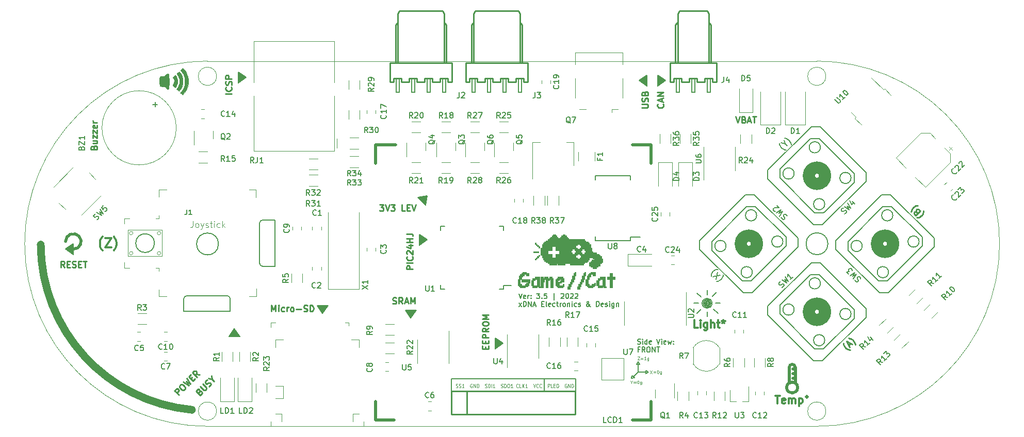
<source format=gbr>
%TF.GenerationSoftware,KiCad,Pcbnew,(6.0.9)*%
%TF.CreationDate,2022-12-14T16:33:37-05:00*%
%TF.ProjectId,Game_Cat_R3,47616d65-5f43-4617-945f-52332e6b6963,3.5*%
%TF.SameCoordinates,Original*%
%TF.FileFunction,Legend,Top*%
%TF.FilePolarity,Positive*%
%FSLAX46Y46*%
G04 Gerber Fmt 4.6, Leading zero omitted, Abs format (unit mm)*
G04 Created by KiCad (PCBNEW (6.0.9)) date 2022-12-14 16:33:37*
%MOMM*%
%LPD*%
G01*
G04 APERTURE LIST*
%ADD10C,0.200000*%
%ADD11C,0.508000*%
%ADD12C,1.270000*%
%TA.AperFunction,Profile*%
%ADD13C,0.100000*%
%TD*%
%TA.AperFunction,Profile*%
%ADD14C,0.200000*%
%TD*%
%ADD15C,0.119380*%
%ADD16C,0.203200*%
%ADD17C,0.300000*%
%ADD18C,0.254000*%
%ADD19C,0.125095*%
%ADD20C,0.090000*%
%ADD21C,0.150000*%
%ADD22C,0.120000*%
%ADD23C,0.127000*%
%ADD24C,0.066040*%
%ADD25C,0.100000*%
%ADD26C,2.032000*%
G04 APERTURE END LIST*
D10*
X161111143Y-120920027D02*
X161290748Y-121099632D01*
X161290748Y-121099632D02*
X160841735Y-121189435D01*
X160841735Y-121189435D02*
X160931537Y-120740422D01*
X160931537Y-120740422D02*
X161111143Y-120920027D01*
X173228000Y-110998000D02*
X173228000Y-110236000D01*
X171831000Y-108839000D02*
X171069000Y-108839000D01*
X175387000Y-108839000D02*
X174625000Y-108839000D01*
X175006000Y-110490000D02*
X174307500Y-109791500D01*
X172212000Y-107823000D02*
X171545250Y-107156250D01*
X171577000Y-110490000D02*
X172212000Y-109855000D01*
X163182300Y-120383300D02*
X163182300Y-119875300D01*
G36*
X69215000Y-100838000D02*
G01*
X67945000Y-99949000D01*
X69215000Y-99060000D01*
X69215000Y-100838000D01*
G37*
X69215000Y-100838000D02*
X67945000Y-99949000D01*
X69215000Y-99060000D01*
X69215000Y-100838000D01*
X131254500Y-123317000D02*
X131254500Y-121285000D01*
X161912300Y-118478300D02*
X162166300Y-118859300D01*
G36*
X110109000Y-110490001D02*
G01*
X109220000Y-109220000D01*
X110998000Y-109220000D01*
X110109000Y-110490001D01*
G37*
X110109000Y-110490001D02*
X109220000Y-109220000D01*
X110998000Y-109220000D01*
X110109000Y-110490001D01*
X163182300Y-120129300D02*
X163182300Y-119875300D01*
X174041197Y-108839000D02*
G75*
G03*
X174041197Y-108839000I-813197J0D01*
G01*
X161912300Y-120129300D02*
X163182300Y-120129300D01*
X162166300Y-118859300D02*
X161912300Y-118859300D01*
G36*
X127254001Y-98424999D02*
G01*
X125984000Y-99314000D01*
X125984000Y-97536000D01*
X127254001Y-98424999D01*
G37*
X127254001Y-98424999D02*
X125984000Y-99314000D01*
X125984000Y-97536000D01*
X127254001Y-98424999D01*
D11*
X69215000Y-99949000D02*
G75*
G03*
X67945000Y-98679000I0J1270000D01*
G01*
X188087001Y-122682000D02*
G75*
G03*
X188087001Y-122682000I-898026J0D01*
G01*
D12*
X63857927Y-99189870D02*
G75*
G03*
X88681560Y-126344680I27411893J134950D01*
G01*
D10*
X161912300Y-118859300D02*
X161912300Y-120129300D01*
G36*
X163322000Y-73152000D02*
G01*
X162051999Y-72263001D01*
X163322000Y-71374000D01*
X163322000Y-73152000D01*
G37*
X163322000Y-73152000D02*
X162051999Y-72263001D01*
X163322000Y-71374000D01*
X163322000Y-73152000D01*
D11*
X187706000Y-119380000D02*
G75*
G03*
X186690000Y-119380000I-508000J0D01*
G01*
X187706000Y-121856500D02*
X187706000Y-119380000D01*
D10*
G36*
X124587001Y-111252001D02*
G01*
X123698000Y-109982000D01*
X125476000Y-109982000D01*
X124587001Y-111252001D01*
G37*
X124587001Y-111252001D02*
X123698000Y-109982000D01*
X125476000Y-109982000D01*
X124587001Y-111252001D01*
X174117000Y-107696000D02*
X174752000Y-107061000D01*
X161658300Y-118859300D02*
X161912300Y-118478300D01*
X161925000Y-120116600D02*
X161137600Y-120904000D01*
X163182300Y-119875300D02*
X163563300Y-120129300D01*
X151638000Y-121285000D02*
X151638000Y-127127000D01*
D11*
X186690000Y-121920000D02*
X186690000Y-119380000D01*
D10*
X173228000Y-107442000D02*
X173228000Y-106680000D01*
X161912300Y-118859300D02*
X161658300Y-118859300D01*
G36*
X97536001Y-71754999D02*
G01*
X96266000Y-72644000D01*
X96266000Y-70866000D01*
X97536001Y-71754999D01*
G37*
X97536001Y-71754999D02*
X96266000Y-72644000D01*
X96266000Y-70866000D01*
X97536001Y-71754999D01*
D11*
X187706000Y-121158000D02*
X187325000Y-121158000D01*
X187706000Y-120396000D02*
X187325000Y-120396000D01*
D10*
G36*
X126984592Y-92712645D02*
G01*
X125727356Y-91455409D01*
X127254000Y-91186000D01*
X126984592Y-92712645D01*
G37*
X126984592Y-92712645D02*
X125727356Y-91455409D01*
X127254000Y-91186000D01*
X126984592Y-92712645D01*
X163563300Y-120129300D02*
X163182300Y-120383300D01*
X131254500Y-121285000D02*
X151638000Y-121285000D01*
G36*
X166370001Y-72262999D02*
G01*
X165100000Y-73152000D01*
X165100000Y-71374000D01*
X166370001Y-72262999D01*
G37*
X166370001Y-72262999D02*
X165100000Y-73152000D01*
X165100000Y-71374000D01*
X166370001Y-72262999D01*
X173685905Y-108839000D02*
G75*
G03*
X173685905Y-108839000I-457905J0D01*
G01*
D11*
X187706000Y-119634000D02*
X187325000Y-119634000D01*
D10*
X173511981Y-108839000D02*
G75*
G03*
X173511981Y-108839000I-283981J0D01*
G01*
X146481800Y-121310400D02*
X146481800Y-123317000D01*
G36*
X96520000Y-114300000D02*
G01*
X94742000Y-114300000D01*
X95631000Y-113029999D01*
X96520000Y-114300000D01*
G37*
X96520000Y-114300000D02*
X94742000Y-114300000D01*
X95631000Y-113029999D01*
X96520000Y-114300000D01*
G36*
X139700001Y-115443000D02*
G01*
X138430000Y-116332000D01*
X138430000Y-114554000D01*
X139700001Y-115443000D01*
G37*
X139700001Y-115443000D02*
X138430000Y-116332000D01*
X138430000Y-114554000D01*
X139700001Y-115443000D01*
X173863000Y-108839000D02*
G75*
G03*
X173863000Y-108839000I-635000J0D01*
G01*
X173355000Y-108839000D02*
G75*
G03*
X173355000Y-108839000I-127000J0D01*
G01*
X172212000Y-107823000D02*
X171577000Y-107188000D01*
D13*
X92730000Y-126550000D02*
G75*
G03*
X92730000Y-126550000I-1500000J0D01*
G01*
X192730000Y-71550000D02*
G75*
G03*
X192730000Y-71550000I-1500000J0D01*
G01*
X192730000Y-126550000D02*
G75*
G03*
X192730000Y-126550000I-1500000J0D01*
G01*
D14*
X93032851Y-99092749D02*
G75*
G03*
X93032851Y-99092749I-1796051J0D01*
G01*
X193058051Y-99060000D02*
G75*
G03*
X193058051Y-99060000I-1796051J0D01*
G01*
D13*
X61230000Y-99050000D02*
G75*
G03*
X91230000Y-129050000I30000000J0D01*
G01*
X91230000Y-69050000D02*
G75*
G03*
X61230000Y-99050000I0J-30000000D01*
G01*
X191230000Y-129050000D02*
X91230000Y-129050000D01*
X221230000Y-99050000D02*
G75*
G03*
X191230000Y-69050000I-30000000J0D01*
G01*
X91230000Y-69050000D02*
X191230000Y-69050000D01*
X92730000Y-71550000D02*
G75*
G03*
X92730000Y-71550000I-1500000J0D01*
G01*
X191230000Y-129050000D02*
G75*
G03*
X221230000Y-99050000I0J30000000D01*
G01*
D15*
X161796609Y-117632782D02*
X162130195Y-117632782D01*
X161796609Y-118133162D01*
X162130195Y-118133162D01*
X162320816Y-117871058D02*
X162702058Y-117871058D01*
X162702058Y-118014024D02*
X162320816Y-118014024D01*
X163202438Y-118133162D02*
X162916507Y-118133162D01*
X163059472Y-118133162D02*
X163059472Y-117632782D01*
X163011817Y-117704265D01*
X162964162Y-117751920D01*
X162916507Y-117775748D01*
X163631335Y-117799575D02*
X163631335Y-118204645D01*
X163607508Y-118252300D01*
X163583680Y-118276128D01*
X163536025Y-118299955D01*
X163464542Y-118299955D01*
X163416887Y-118276128D01*
X163631335Y-118109334D02*
X163583680Y-118133162D01*
X163488370Y-118133162D01*
X163440714Y-118109334D01*
X163416887Y-118085507D01*
X163393059Y-118037851D01*
X163393059Y-117894886D01*
X163416887Y-117847230D01*
X163440714Y-117823403D01*
X163488370Y-117799575D01*
X163583680Y-117799575D01*
X163631335Y-117823403D01*
X160820402Y-121806486D02*
X160820402Y-122044762D01*
X160653609Y-121544382D02*
X160820402Y-121806486D01*
X160987195Y-121544382D01*
X161153989Y-121782658D02*
X161535230Y-121782658D01*
X161535230Y-121925624D02*
X161153989Y-121925624D01*
X161868817Y-121544382D02*
X161916472Y-121544382D01*
X161964128Y-121568210D01*
X161987955Y-121592037D01*
X162011783Y-121639692D01*
X162035610Y-121735003D01*
X162035610Y-121854141D01*
X162011783Y-121949451D01*
X161987955Y-121997107D01*
X161964128Y-122020934D01*
X161916472Y-122044762D01*
X161868817Y-122044762D01*
X161821162Y-122020934D01*
X161797334Y-121997107D01*
X161773507Y-121949451D01*
X161749679Y-121854141D01*
X161749679Y-121735003D01*
X161773507Y-121639692D01*
X161797334Y-121592037D01*
X161821162Y-121568210D01*
X161868817Y-121544382D01*
X162464508Y-121711175D02*
X162464508Y-122116245D01*
X162440680Y-122163900D01*
X162416852Y-122187728D01*
X162369197Y-122211555D01*
X162297714Y-122211555D01*
X162250059Y-122187728D01*
X162464508Y-122020934D02*
X162416852Y-122044762D01*
X162321542Y-122044762D01*
X162273887Y-122020934D01*
X162250059Y-121997107D01*
X162226231Y-121949451D01*
X162226231Y-121806486D01*
X162250059Y-121758830D01*
X162273887Y-121735003D01*
X162321542Y-121711175D01*
X162416852Y-121711175D01*
X162464508Y-121735003D01*
D16*
X161830899Y-115498686D02*
X161947013Y-115537391D01*
X162140537Y-115537391D01*
X162217946Y-115498686D01*
X162256651Y-115459981D01*
X162295356Y-115382572D01*
X162295356Y-115305162D01*
X162256651Y-115227753D01*
X162217946Y-115189048D01*
X162140537Y-115150343D01*
X161985718Y-115111638D01*
X161908308Y-115072934D01*
X161869603Y-115034229D01*
X161830899Y-114956819D01*
X161830899Y-114879410D01*
X161869603Y-114802000D01*
X161908308Y-114763296D01*
X161985718Y-114724591D01*
X162179241Y-114724591D01*
X162295356Y-114763296D01*
X162643699Y-115537391D02*
X162643699Y-114995524D01*
X162643699Y-114724591D02*
X162604994Y-114763296D01*
X162643699Y-114802000D01*
X162682403Y-114763296D01*
X162643699Y-114724591D01*
X162643699Y-114802000D01*
X163379089Y-115537391D02*
X163379089Y-114724591D01*
X163379089Y-115498686D02*
X163301680Y-115537391D01*
X163146860Y-115537391D01*
X163069451Y-115498686D01*
X163030746Y-115459981D01*
X162992041Y-115382572D01*
X162992041Y-115150343D01*
X163030746Y-115072934D01*
X163069451Y-115034229D01*
X163146860Y-114995524D01*
X163301680Y-114995524D01*
X163379089Y-115034229D01*
X164075775Y-115498686D02*
X163998365Y-115537391D01*
X163843546Y-115537391D01*
X163766137Y-115498686D01*
X163727432Y-115421276D01*
X163727432Y-115111638D01*
X163766137Y-115034229D01*
X163843546Y-114995524D01*
X163998365Y-114995524D01*
X164075775Y-115034229D01*
X164114480Y-115111638D01*
X164114480Y-115189048D01*
X163727432Y-115266457D01*
X164965984Y-114724591D02*
X165236918Y-115537391D01*
X165507851Y-114724591D01*
X165778784Y-115537391D02*
X165778784Y-114995524D01*
X165778784Y-114724591D02*
X165740080Y-114763296D01*
X165778784Y-114802000D01*
X165817489Y-114763296D01*
X165778784Y-114724591D01*
X165778784Y-114802000D01*
X166475470Y-115498686D02*
X166398060Y-115537391D01*
X166243241Y-115537391D01*
X166165832Y-115498686D01*
X166127127Y-115421276D01*
X166127127Y-115111638D01*
X166165832Y-115034229D01*
X166243241Y-114995524D01*
X166398060Y-114995524D01*
X166475470Y-115034229D01*
X166514175Y-115111638D01*
X166514175Y-115189048D01*
X166127127Y-115266457D01*
X166785108Y-114995524D02*
X166939927Y-115537391D01*
X167094746Y-115150343D01*
X167249565Y-115537391D01*
X167404384Y-114995524D01*
X167714022Y-115459981D02*
X167752727Y-115498686D01*
X167714022Y-115537391D01*
X167675318Y-115498686D01*
X167714022Y-115459981D01*
X167714022Y-115537391D01*
X167714022Y-115034229D02*
X167752727Y-115072934D01*
X167714022Y-115111638D01*
X167675318Y-115072934D01*
X167714022Y-115034229D01*
X167714022Y-115111638D01*
X162140537Y-116420246D02*
X161869603Y-116420246D01*
X161869603Y-116845999D02*
X161869603Y-116033199D01*
X162256651Y-116033199D01*
X163030746Y-116845999D02*
X162759813Y-116458951D01*
X162566289Y-116845999D02*
X162566289Y-116033199D01*
X162875927Y-116033199D01*
X162953337Y-116071904D01*
X162992041Y-116110608D01*
X163030746Y-116188018D01*
X163030746Y-116304132D01*
X162992041Y-116381542D01*
X162953337Y-116420246D01*
X162875927Y-116458951D01*
X162566289Y-116458951D01*
X163533908Y-116033199D02*
X163688727Y-116033199D01*
X163766137Y-116071904D01*
X163843546Y-116149313D01*
X163882251Y-116304132D01*
X163882251Y-116575065D01*
X163843546Y-116729884D01*
X163766137Y-116807294D01*
X163688727Y-116845999D01*
X163533908Y-116845999D01*
X163456499Y-116807294D01*
X163379089Y-116729884D01*
X163340384Y-116575065D01*
X163340384Y-116304132D01*
X163379089Y-116149313D01*
X163456499Y-116071904D01*
X163533908Y-116033199D01*
X164230594Y-116845999D02*
X164230594Y-116033199D01*
X164695051Y-116845999D01*
X164695051Y-116033199D01*
X164965984Y-116033199D02*
X165430441Y-116033199D01*
X165198213Y-116845999D02*
X165198213Y-116033199D01*
D17*
X184439000Y-124031666D02*
X185151000Y-124031666D01*
X184795000Y-125277666D02*
X184795000Y-124031666D01*
X186041000Y-125218333D02*
X185922333Y-125277666D01*
X185685000Y-125277666D01*
X185566333Y-125218333D01*
X185507000Y-125099666D01*
X185507000Y-124625000D01*
X185566333Y-124506333D01*
X185685000Y-124447000D01*
X185922333Y-124447000D01*
X186041000Y-124506333D01*
X186100333Y-124625000D01*
X186100333Y-124743666D01*
X185507000Y-124862333D01*
X186634333Y-125277666D02*
X186634333Y-124447000D01*
X186634333Y-124565666D02*
X186693666Y-124506333D01*
X186812333Y-124447000D01*
X186990333Y-124447000D01*
X187109000Y-124506333D01*
X187168333Y-124625000D01*
X187168333Y-125277666D01*
X187168333Y-124625000D02*
X187227666Y-124506333D01*
X187346333Y-124447000D01*
X187524333Y-124447000D01*
X187643000Y-124506333D01*
X187702333Y-124625000D01*
X187702333Y-125277666D01*
X188295666Y-124447000D02*
X188295666Y-125693000D01*
X188295666Y-124506333D02*
X188414333Y-124447000D01*
X188651666Y-124447000D01*
X188770333Y-124506333D01*
X188829666Y-124565666D01*
X188889000Y-124684333D01*
X188889000Y-125040333D01*
X188829666Y-125159000D01*
X188770333Y-125218333D01*
X188651666Y-125277666D01*
X188414333Y-125277666D01*
X188295666Y-125218333D01*
X189601000Y-124031666D02*
X189482333Y-124091000D01*
X189423000Y-124209666D01*
X189482333Y-124328333D01*
X189601000Y-124387666D01*
X189719666Y-124328333D01*
X189779000Y-124209666D01*
X189719666Y-124091000D01*
X189601000Y-124031666D01*
X171740000Y-112831666D02*
X171146666Y-112831666D01*
X171146666Y-111585666D01*
X172155333Y-112831666D02*
X172155333Y-112001000D01*
X172155333Y-111585666D02*
X172096000Y-111645000D01*
X172155333Y-111704333D01*
X172214666Y-111645000D01*
X172155333Y-111585666D01*
X172155333Y-111704333D01*
X173282666Y-112001000D02*
X173282666Y-113009666D01*
X173223333Y-113128333D01*
X173164000Y-113187666D01*
X173045333Y-113247000D01*
X172867333Y-113247000D01*
X172748666Y-113187666D01*
X173282666Y-112772333D02*
X173164000Y-112831666D01*
X172926666Y-112831666D01*
X172808000Y-112772333D01*
X172748666Y-112713000D01*
X172689333Y-112594333D01*
X172689333Y-112238333D01*
X172748666Y-112119666D01*
X172808000Y-112060333D01*
X172926666Y-112001000D01*
X173164000Y-112001000D01*
X173282666Y-112060333D01*
X173876000Y-112831666D02*
X173876000Y-111585666D01*
X174410000Y-112831666D02*
X174410000Y-112179000D01*
X174350666Y-112060333D01*
X174232000Y-112001000D01*
X174054000Y-112001000D01*
X173935333Y-112060333D01*
X173876000Y-112119666D01*
X174825333Y-112001000D02*
X175300000Y-112001000D01*
X175003333Y-111585666D02*
X175003333Y-112653666D01*
X175062666Y-112772333D01*
X175181333Y-112831666D01*
X175300000Y-112831666D01*
X175893333Y-111585666D02*
X175893333Y-111882333D01*
X175596666Y-111763666D02*
X175893333Y-111882333D01*
X176190000Y-111763666D01*
X175715333Y-112119666D02*
X175893333Y-111882333D01*
X176071333Y-112119666D01*
D18*
X136833428Y-116344095D02*
X136833428Y-116005428D01*
X137365619Y-115860285D02*
X137365619Y-116344095D01*
X136349619Y-116344095D01*
X136349619Y-115860285D01*
X136833428Y-115424857D02*
X136833428Y-115086190D01*
X137365619Y-114941047D02*
X137365619Y-115424857D01*
X136349619Y-115424857D01*
X136349619Y-114941047D01*
X137365619Y-114505619D02*
X136349619Y-114505619D01*
X136349619Y-114118571D01*
X136398000Y-114021809D01*
X136446380Y-113973428D01*
X136543142Y-113925047D01*
X136688285Y-113925047D01*
X136785047Y-113973428D01*
X136833428Y-114021809D01*
X136881809Y-114118571D01*
X136881809Y-114505619D01*
X137365619Y-112909047D02*
X136881809Y-113247714D01*
X137365619Y-113489619D02*
X136349619Y-113489619D01*
X136349619Y-113102571D01*
X136398000Y-113005809D01*
X136446380Y-112957428D01*
X136543142Y-112909047D01*
X136688285Y-112909047D01*
X136785047Y-112957428D01*
X136833428Y-113005809D01*
X136881809Y-113102571D01*
X136881809Y-113489619D01*
X136349619Y-112280095D02*
X136349619Y-112086571D01*
X136398000Y-111989809D01*
X136494761Y-111893047D01*
X136688285Y-111844666D01*
X137026952Y-111844666D01*
X137220476Y-111893047D01*
X137317238Y-111989809D01*
X137365619Y-112086571D01*
X137365619Y-112280095D01*
X137317238Y-112376857D01*
X137220476Y-112473619D01*
X137026952Y-112522000D01*
X136688285Y-112522000D01*
X136494761Y-112473619D01*
X136398000Y-112376857D01*
X136349619Y-112280095D01*
X137365619Y-111409238D02*
X136349619Y-111409238D01*
X137075333Y-111070571D01*
X136349619Y-110731904D01*
X137365619Y-110731904D01*
D16*
X142322489Y-107231591D02*
X142593422Y-108044391D01*
X142864356Y-107231591D01*
X143444927Y-108005686D02*
X143367518Y-108044391D01*
X143212699Y-108044391D01*
X143135289Y-108005686D01*
X143096584Y-107928276D01*
X143096584Y-107618638D01*
X143135289Y-107541229D01*
X143212699Y-107502524D01*
X143367518Y-107502524D01*
X143444927Y-107541229D01*
X143483632Y-107618638D01*
X143483632Y-107696048D01*
X143096584Y-107773457D01*
X143831975Y-108044391D02*
X143831975Y-107502524D01*
X143831975Y-107657343D02*
X143870680Y-107579934D01*
X143909384Y-107541229D01*
X143986794Y-107502524D01*
X144064203Y-107502524D01*
X144335137Y-107966981D02*
X144373841Y-108005686D01*
X144335137Y-108044391D01*
X144296432Y-108005686D01*
X144335137Y-107966981D01*
X144335137Y-108044391D01*
X144335137Y-107541229D02*
X144373841Y-107579934D01*
X144335137Y-107618638D01*
X144296432Y-107579934D01*
X144335137Y-107541229D01*
X144335137Y-107618638D01*
X145264051Y-107231591D02*
X145767213Y-107231591D01*
X145496280Y-107541229D01*
X145612394Y-107541229D01*
X145689803Y-107579934D01*
X145728508Y-107618638D01*
X145767213Y-107696048D01*
X145767213Y-107889572D01*
X145728508Y-107966981D01*
X145689803Y-108005686D01*
X145612394Y-108044391D01*
X145380165Y-108044391D01*
X145302756Y-108005686D01*
X145264051Y-107966981D01*
X146115556Y-107966981D02*
X146154260Y-108005686D01*
X146115556Y-108044391D01*
X146076851Y-108005686D01*
X146115556Y-107966981D01*
X146115556Y-108044391D01*
X146889651Y-107231591D02*
X146502603Y-107231591D01*
X146463899Y-107618638D01*
X146502603Y-107579934D01*
X146580013Y-107541229D01*
X146773537Y-107541229D01*
X146850946Y-107579934D01*
X146889651Y-107618638D01*
X146928356Y-107696048D01*
X146928356Y-107889572D01*
X146889651Y-107966981D01*
X146850946Y-108005686D01*
X146773537Y-108044391D01*
X146580013Y-108044391D01*
X146502603Y-108005686D01*
X146463899Y-107966981D01*
X148089499Y-108315324D02*
X148089499Y-107154181D01*
X149250641Y-107309000D02*
X149289346Y-107270296D01*
X149366756Y-107231591D01*
X149560280Y-107231591D01*
X149637689Y-107270296D01*
X149676394Y-107309000D01*
X149715099Y-107386410D01*
X149715099Y-107463819D01*
X149676394Y-107579934D01*
X149211937Y-108044391D01*
X149715099Y-108044391D01*
X150218260Y-107231591D02*
X150295670Y-107231591D01*
X150373080Y-107270296D01*
X150411784Y-107309000D01*
X150450489Y-107386410D01*
X150489194Y-107541229D01*
X150489194Y-107734753D01*
X150450489Y-107889572D01*
X150411784Y-107966981D01*
X150373080Y-108005686D01*
X150295670Y-108044391D01*
X150218260Y-108044391D01*
X150140851Y-108005686D01*
X150102146Y-107966981D01*
X150063441Y-107889572D01*
X150024737Y-107734753D01*
X150024737Y-107541229D01*
X150063441Y-107386410D01*
X150102146Y-107309000D01*
X150140851Y-107270296D01*
X150218260Y-107231591D01*
X150798832Y-107309000D02*
X150837537Y-107270296D01*
X150914946Y-107231591D01*
X151108470Y-107231591D01*
X151185880Y-107270296D01*
X151224584Y-107309000D01*
X151263289Y-107386410D01*
X151263289Y-107463819D01*
X151224584Y-107579934D01*
X150760127Y-108044391D01*
X151263289Y-108044391D01*
X151572927Y-107309000D02*
X151611632Y-107270296D01*
X151689041Y-107231591D01*
X151882565Y-107231591D01*
X151959975Y-107270296D01*
X151998680Y-107309000D01*
X152037384Y-107386410D01*
X152037384Y-107463819D01*
X151998680Y-107579934D01*
X151534222Y-108044391D01*
X152037384Y-108044391D01*
X142361194Y-109352999D02*
X142786946Y-108811132D01*
X142361194Y-108811132D02*
X142786946Y-109352999D01*
X143096584Y-109352999D02*
X143096584Y-108540199D01*
X143290108Y-108540199D01*
X143406222Y-108578904D01*
X143483632Y-108656313D01*
X143522337Y-108733723D01*
X143561041Y-108888542D01*
X143561041Y-109004656D01*
X143522337Y-109159475D01*
X143483632Y-109236884D01*
X143406222Y-109314294D01*
X143290108Y-109352999D01*
X143096584Y-109352999D01*
X143909384Y-109352999D02*
X143909384Y-108540199D01*
X144373841Y-109352999D01*
X144373841Y-108540199D01*
X144722184Y-109120770D02*
X145109232Y-109120770D01*
X144644775Y-109352999D02*
X144915708Y-108540199D01*
X145186641Y-109352999D01*
X146076851Y-108927246D02*
X146347784Y-108927246D01*
X146463899Y-109352999D02*
X146076851Y-109352999D01*
X146076851Y-108540199D01*
X146463899Y-108540199D01*
X146928356Y-109352999D02*
X146850946Y-109314294D01*
X146812241Y-109236884D01*
X146812241Y-108540199D01*
X147547632Y-109314294D02*
X147470222Y-109352999D01*
X147315403Y-109352999D01*
X147237994Y-109314294D01*
X147199289Y-109236884D01*
X147199289Y-108927246D01*
X147237994Y-108849837D01*
X147315403Y-108811132D01*
X147470222Y-108811132D01*
X147547632Y-108849837D01*
X147586337Y-108927246D01*
X147586337Y-109004656D01*
X147199289Y-109082065D01*
X148283022Y-109314294D02*
X148205613Y-109352999D01*
X148050794Y-109352999D01*
X147973384Y-109314294D01*
X147934680Y-109275589D01*
X147895975Y-109198180D01*
X147895975Y-108965951D01*
X147934680Y-108888542D01*
X147973384Y-108849837D01*
X148050794Y-108811132D01*
X148205613Y-108811132D01*
X148283022Y-108849837D01*
X148515251Y-108811132D02*
X148824889Y-108811132D01*
X148631365Y-108540199D02*
X148631365Y-109236884D01*
X148670070Y-109314294D01*
X148747480Y-109352999D01*
X148824889Y-109352999D01*
X149095822Y-109352999D02*
X149095822Y-108811132D01*
X149095822Y-108965951D02*
X149134527Y-108888542D01*
X149173232Y-108849837D01*
X149250641Y-108811132D01*
X149328051Y-108811132D01*
X149715099Y-109352999D02*
X149637689Y-109314294D01*
X149598984Y-109275589D01*
X149560280Y-109198180D01*
X149560280Y-108965951D01*
X149598984Y-108888542D01*
X149637689Y-108849837D01*
X149715099Y-108811132D01*
X149831213Y-108811132D01*
X149908622Y-108849837D01*
X149947327Y-108888542D01*
X149986032Y-108965951D01*
X149986032Y-109198180D01*
X149947327Y-109275589D01*
X149908622Y-109314294D01*
X149831213Y-109352999D01*
X149715099Y-109352999D01*
X150334375Y-108811132D02*
X150334375Y-109352999D01*
X150334375Y-108888542D02*
X150373080Y-108849837D01*
X150450489Y-108811132D01*
X150566603Y-108811132D01*
X150644013Y-108849837D01*
X150682718Y-108927246D01*
X150682718Y-109352999D01*
X151069765Y-109352999D02*
X151069765Y-108811132D01*
X151069765Y-108540199D02*
X151031060Y-108578904D01*
X151069765Y-108617608D01*
X151108470Y-108578904D01*
X151069765Y-108540199D01*
X151069765Y-108617608D01*
X151805156Y-109314294D02*
X151727746Y-109352999D01*
X151572927Y-109352999D01*
X151495518Y-109314294D01*
X151456813Y-109275589D01*
X151418108Y-109198180D01*
X151418108Y-108965951D01*
X151456813Y-108888542D01*
X151495518Y-108849837D01*
X151572927Y-108811132D01*
X151727746Y-108811132D01*
X151805156Y-108849837D01*
X152114794Y-109314294D02*
X152192203Y-109352999D01*
X152347022Y-109352999D01*
X152424432Y-109314294D01*
X152463137Y-109236884D01*
X152463137Y-109198180D01*
X152424432Y-109120770D01*
X152347022Y-109082065D01*
X152230908Y-109082065D01*
X152153499Y-109043361D01*
X152114794Y-108965951D01*
X152114794Y-108927246D01*
X152153499Y-108849837D01*
X152230908Y-108811132D01*
X152347022Y-108811132D01*
X152424432Y-108849837D01*
X154088737Y-109352999D02*
X154050032Y-109352999D01*
X153972622Y-109314294D01*
X153856508Y-109198180D01*
X153662984Y-108965951D01*
X153585575Y-108849837D01*
X153546870Y-108733723D01*
X153546870Y-108656313D01*
X153585575Y-108578904D01*
X153662984Y-108540199D01*
X153701689Y-108540199D01*
X153779099Y-108578904D01*
X153817803Y-108656313D01*
X153817803Y-108695018D01*
X153779099Y-108772427D01*
X153740394Y-108811132D01*
X153508165Y-108965951D01*
X153469460Y-109004656D01*
X153430756Y-109082065D01*
X153430756Y-109198180D01*
X153469460Y-109275589D01*
X153508165Y-109314294D01*
X153585575Y-109352999D01*
X153701689Y-109352999D01*
X153779099Y-109314294D01*
X153817803Y-109275589D01*
X153933918Y-109120770D01*
X153972622Y-109004656D01*
X153972622Y-108927246D01*
X155056356Y-109352999D02*
X155056356Y-108540199D01*
X155249880Y-108540199D01*
X155365994Y-108578904D01*
X155443403Y-108656313D01*
X155482108Y-108733723D01*
X155520813Y-108888542D01*
X155520813Y-109004656D01*
X155482108Y-109159475D01*
X155443403Y-109236884D01*
X155365994Y-109314294D01*
X155249880Y-109352999D01*
X155056356Y-109352999D01*
X156178794Y-109314294D02*
X156101384Y-109352999D01*
X155946565Y-109352999D01*
X155869156Y-109314294D01*
X155830451Y-109236884D01*
X155830451Y-108927246D01*
X155869156Y-108849837D01*
X155946565Y-108811132D01*
X156101384Y-108811132D01*
X156178794Y-108849837D01*
X156217499Y-108927246D01*
X156217499Y-109004656D01*
X155830451Y-109082065D01*
X156527137Y-109314294D02*
X156604546Y-109352999D01*
X156759365Y-109352999D01*
X156836775Y-109314294D01*
X156875480Y-109236884D01*
X156875480Y-109198180D01*
X156836775Y-109120770D01*
X156759365Y-109082065D01*
X156643251Y-109082065D01*
X156565841Y-109043361D01*
X156527137Y-108965951D01*
X156527137Y-108927246D01*
X156565841Y-108849837D01*
X156643251Y-108811132D01*
X156759365Y-108811132D01*
X156836775Y-108849837D01*
X157223822Y-109352999D02*
X157223822Y-108811132D01*
X157223822Y-108540199D02*
X157185118Y-108578904D01*
X157223822Y-108617608D01*
X157262527Y-108578904D01*
X157223822Y-108540199D01*
X157223822Y-108617608D01*
X157959213Y-108811132D02*
X157959213Y-109469113D01*
X157920508Y-109546523D01*
X157881803Y-109585227D01*
X157804394Y-109623932D01*
X157688280Y-109623932D01*
X157610870Y-109585227D01*
X157959213Y-109314294D02*
X157881803Y-109352999D01*
X157726984Y-109352999D01*
X157649575Y-109314294D01*
X157610870Y-109275589D01*
X157572165Y-109198180D01*
X157572165Y-108965951D01*
X157610870Y-108888542D01*
X157649575Y-108849837D01*
X157726984Y-108811132D01*
X157881803Y-108811132D01*
X157959213Y-108849837D01*
X158346260Y-108811132D02*
X158346260Y-109352999D01*
X158346260Y-108888542D02*
X158384965Y-108849837D01*
X158462375Y-108811132D01*
X158578489Y-108811132D01*
X158655899Y-108849837D01*
X158694603Y-108927246D01*
X158694603Y-109352999D01*
D18*
X119476761Y-92661619D02*
X120105714Y-92661619D01*
X119767047Y-93048666D01*
X119912190Y-93048666D01*
X120008952Y-93097047D01*
X120057333Y-93145428D01*
X120105714Y-93242190D01*
X120105714Y-93484095D01*
X120057333Y-93580857D01*
X120008952Y-93629238D01*
X119912190Y-93677619D01*
X119621904Y-93677619D01*
X119525142Y-93629238D01*
X119476761Y-93580857D01*
X120396000Y-92661619D02*
X120734666Y-93677619D01*
X121073333Y-92661619D01*
X121315238Y-92661619D02*
X121944190Y-92661619D01*
X121605523Y-93048666D01*
X121750666Y-93048666D01*
X121847428Y-93097047D01*
X121895809Y-93145428D01*
X121944190Y-93242190D01*
X121944190Y-93484095D01*
X121895809Y-93580857D01*
X121847428Y-93629238D01*
X121750666Y-93677619D01*
X121460380Y-93677619D01*
X121363619Y-93629238D01*
X121315238Y-93580857D01*
X123637523Y-93677619D02*
X123153714Y-93677619D01*
X123153714Y-92661619D01*
X123976190Y-93145428D02*
X124314857Y-93145428D01*
X124460000Y-93677619D02*
X123976190Y-93677619D01*
X123976190Y-92661619D01*
X124460000Y-92661619D01*
X124750285Y-92661619D02*
X125088952Y-93677619D01*
X125427619Y-92661619D01*
D17*
X74001428Y-100183000D02*
X73930000Y-100111571D01*
X73787142Y-99897285D01*
X73715714Y-99754428D01*
X73644285Y-99540142D01*
X73572857Y-99183000D01*
X73572857Y-98897285D01*
X73644285Y-98540142D01*
X73715714Y-98325857D01*
X73787142Y-98183000D01*
X73930000Y-97968714D01*
X74001428Y-97897285D01*
X74430000Y-98111571D02*
X75430000Y-98111571D01*
X74430000Y-99611571D01*
X75430000Y-99611571D01*
X75858571Y-100183000D02*
X75930000Y-100111571D01*
X76072857Y-99897285D01*
X76144285Y-99754428D01*
X76215714Y-99540142D01*
X76287142Y-99183000D01*
X76287142Y-98897285D01*
X76215714Y-98540142D01*
X76144285Y-98325857D01*
X76072857Y-98183000D01*
X75930000Y-97968714D01*
X75858571Y-97897285D01*
D18*
X165970857Y-76091142D02*
X166019238Y-76139523D01*
X166067619Y-76284666D01*
X166067619Y-76381428D01*
X166019238Y-76526571D01*
X165922476Y-76623333D01*
X165825714Y-76671714D01*
X165632190Y-76720095D01*
X165487047Y-76720095D01*
X165293523Y-76671714D01*
X165196761Y-76623333D01*
X165100000Y-76526571D01*
X165051619Y-76381428D01*
X165051619Y-76284666D01*
X165100000Y-76139523D01*
X165148380Y-76091142D01*
X165777333Y-75704095D02*
X165777333Y-75220285D01*
X166067619Y-75800857D02*
X165051619Y-75462190D01*
X166067619Y-75123523D01*
X166067619Y-74784857D02*
X165051619Y-74784857D01*
X166067619Y-74204285D01*
X165051619Y-74204285D01*
X124919619Y-103232857D02*
X123903619Y-103232857D01*
X123903619Y-102845809D01*
X123952000Y-102749047D01*
X124000380Y-102700666D01*
X124097142Y-102652285D01*
X124242285Y-102652285D01*
X124339047Y-102700666D01*
X124387428Y-102749047D01*
X124435809Y-102845809D01*
X124435809Y-103232857D01*
X124919619Y-102216857D02*
X123903619Y-102216857D01*
X124822857Y-101152476D02*
X124871238Y-101200857D01*
X124919619Y-101346000D01*
X124919619Y-101442761D01*
X124871238Y-101587904D01*
X124774476Y-101684666D01*
X124677714Y-101733047D01*
X124484190Y-101781428D01*
X124339047Y-101781428D01*
X124145523Y-101733047D01*
X124048761Y-101684666D01*
X123952000Y-101587904D01*
X123903619Y-101442761D01*
X123903619Y-101346000D01*
X123952000Y-101200857D01*
X124000380Y-101152476D01*
X124000380Y-100765428D02*
X123952000Y-100717047D01*
X123903619Y-100620285D01*
X123903619Y-100378380D01*
X123952000Y-100281619D01*
X124000380Y-100233238D01*
X124097142Y-100184857D01*
X124193904Y-100184857D01*
X124339047Y-100233238D01*
X124919619Y-100813809D01*
X124919619Y-100184857D01*
X124242285Y-99314000D02*
X124919619Y-99314000D01*
X123855238Y-99555904D02*
X124580952Y-99797809D01*
X124580952Y-99168857D01*
X124919619Y-98781809D02*
X123903619Y-98781809D01*
X124387428Y-98781809D02*
X124387428Y-98201238D01*
X124919619Y-98201238D02*
X123903619Y-98201238D01*
X123903619Y-97427142D02*
X124629333Y-97427142D01*
X124774476Y-97475523D01*
X124871238Y-97572285D01*
X124919619Y-97717428D01*
X124919619Y-97814190D01*
X162511619Y-76708909D02*
X163334095Y-76708909D01*
X163430857Y-76660528D01*
X163479238Y-76612147D01*
X163527619Y-76515385D01*
X163527619Y-76321861D01*
X163479238Y-76225099D01*
X163430857Y-76176718D01*
X163334095Y-76128337D01*
X162511619Y-76128337D01*
X163479238Y-75692909D02*
X163527619Y-75547766D01*
X163527619Y-75305861D01*
X163479238Y-75209099D01*
X163430857Y-75160718D01*
X163334095Y-75112337D01*
X163237333Y-75112337D01*
X163140571Y-75160718D01*
X163092190Y-75209099D01*
X163043809Y-75305861D01*
X162995428Y-75499385D01*
X162947047Y-75596147D01*
X162898666Y-75644528D01*
X162801904Y-75692909D01*
X162705142Y-75692909D01*
X162608380Y-75644528D01*
X162560000Y-75596147D01*
X162511619Y-75499385D01*
X162511619Y-75257480D01*
X162560000Y-75112337D01*
X162995428Y-74338242D02*
X163043809Y-74193099D01*
X163092190Y-74144718D01*
X163188952Y-74096337D01*
X163334095Y-74096337D01*
X163430857Y-74144718D01*
X163479238Y-74193099D01*
X163527619Y-74289861D01*
X163527619Y-74676909D01*
X162511619Y-74676909D01*
X162511619Y-74338242D01*
X162560000Y-74241480D01*
X162608380Y-74193099D01*
X162705142Y-74144718D01*
X162801904Y-74144718D01*
X162898666Y-74193099D01*
X162947047Y-74241480D01*
X162995428Y-74338242D01*
X162995428Y-74676909D01*
D15*
X163892109Y-119855282D02*
X164225695Y-120355662D01*
X164225695Y-119855282D02*
X163892109Y-120355662D01*
X164416316Y-120093558D02*
X164797558Y-120093558D01*
X164797558Y-120236524D02*
X164416316Y-120236524D01*
X165131145Y-119855282D02*
X165178800Y-119855282D01*
X165226455Y-119879110D01*
X165250283Y-119902937D01*
X165274110Y-119950592D01*
X165297938Y-120045903D01*
X165297938Y-120165041D01*
X165274110Y-120260351D01*
X165250283Y-120308007D01*
X165226455Y-120331834D01*
X165178800Y-120355662D01*
X165131145Y-120355662D01*
X165083490Y-120331834D01*
X165059662Y-120308007D01*
X165035834Y-120260351D01*
X165012007Y-120165041D01*
X165012007Y-120045903D01*
X165035834Y-119950592D01*
X165059662Y-119902937D01*
X165083490Y-119879110D01*
X165131145Y-119855282D01*
X165726835Y-120022075D02*
X165726835Y-120427145D01*
X165703008Y-120474800D01*
X165679180Y-120498628D01*
X165631525Y-120522455D01*
X165560042Y-120522455D01*
X165512387Y-120498628D01*
X165726835Y-120331834D02*
X165679180Y-120355662D01*
X165583870Y-120355662D01*
X165536214Y-120331834D01*
X165512387Y-120308007D01*
X165488559Y-120260351D01*
X165488559Y-120117386D01*
X165512387Y-120069730D01*
X165536214Y-120045903D01*
X165583870Y-120022075D01*
X165679180Y-120022075D01*
X165726835Y-120045903D01*
D18*
X95201619Y-74397809D02*
X94185619Y-74397809D01*
X95104857Y-73333428D02*
X95153238Y-73381809D01*
X95201619Y-73526952D01*
X95201619Y-73623714D01*
X95153238Y-73768857D01*
X95056476Y-73865619D01*
X94959714Y-73914000D01*
X94766190Y-73962380D01*
X94621047Y-73962380D01*
X94427523Y-73914000D01*
X94330761Y-73865619D01*
X94234000Y-73768857D01*
X94185619Y-73623714D01*
X94185619Y-73526952D01*
X94234000Y-73381809D01*
X94282380Y-73333428D01*
X95153238Y-72946380D02*
X95201619Y-72801238D01*
X95201619Y-72559333D01*
X95153238Y-72462571D01*
X95104857Y-72414190D01*
X95008095Y-72365809D01*
X94911333Y-72365809D01*
X94814571Y-72414190D01*
X94766190Y-72462571D01*
X94717809Y-72559333D01*
X94669428Y-72752857D01*
X94621047Y-72849619D01*
X94572666Y-72898000D01*
X94475904Y-72946380D01*
X94379142Y-72946380D01*
X94282380Y-72898000D01*
X94234000Y-72849619D01*
X94185619Y-72752857D01*
X94185619Y-72510952D01*
X94234000Y-72365809D01*
X95201619Y-71930380D02*
X94185619Y-71930380D01*
X94185619Y-71543333D01*
X94234000Y-71446571D01*
X94282380Y-71398190D01*
X94379142Y-71349809D01*
X94524285Y-71349809D01*
X94621047Y-71398190D01*
X94669428Y-71446571D01*
X94717809Y-71543333D01*
X94717809Y-71930380D01*
X121629714Y-108869238D02*
X121774857Y-108917619D01*
X122016761Y-108917619D01*
X122113523Y-108869238D01*
X122161904Y-108820857D01*
X122210285Y-108724095D01*
X122210285Y-108627333D01*
X122161904Y-108530571D01*
X122113523Y-108482190D01*
X122016761Y-108433809D01*
X121823238Y-108385428D01*
X121726476Y-108337047D01*
X121678095Y-108288666D01*
X121629714Y-108191904D01*
X121629714Y-108095142D01*
X121678095Y-107998380D01*
X121726476Y-107950000D01*
X121823238Y-107901619D01*
X122065142Y-107901619D01*
X122210285Y-107950000D01*
X123226285Y-108917619D02*
X122887619Y-108433809D01*
X122645714Y-108917619D02*
X122645714Y-107901619D01*
X123032761Y-107901619D01*
X123129523Y-107950000D01*
X123177904Y-107998380D01*
X123226285Y-108095142D01*
X123226285Y-108240285D01*
X123177904Y-108337047D01*
X123129523Y-108385428D01*
X123032761Y-108433809D01*
X122645714Y-108433809D01*
X123613333Y-108627333D02*
X124097142Y-108627333D01*
X123516571Y-108917619D02*
X123855238Y-107901619D01*
X124193904Y-108917619D01*
X124532571Y-108917619D02*
X124532571Y-107901619D01*
X124871238Y-108627333D01*
X125209904Y-107901619D01*
X125209904Y-108917619D01*
D19*
X132008911Y-122685023D02*
X132085111Y-122715261D01*
X132212111Y-122715261D01*
X132262911Y-122685023D01*
X132288311Y-122654785D01*
X132313711Y-122594309D01*
X132313711Y-122533833D01*
X132288311Y-122473357D01*
X132262911Y-122443119D01*
X132212111Y-122412880D01*
X132110511Y-122382642D01*
X132059711Y-122352404D01*
X132034311Y-122322166D01*
X132008911Y-122261690D01*
X132008911Y-122201214D01*
X132034311Y-122140738D01*
X132059711Y-122110500D01*
X132110511Y-122080261D01*
X132237511Y-122080261D01*
X132313711Y-122110500D01*
X132516911Y-122685023D02*
X132593111Y-122715261D01*
X132720111Y-122715261D01*
X132770911Y-122685023D01*
X132796311Y-122654785D01*
X132821711Y-122594309D01*
X132821711Y-122533833D01*
X132796311Y-122473357D01*
X132770911Y-122443119D01*
X132720111Y-122412880D01*
X132618511Y-122382642D01*
X132567711Y-122352404D01*
X132542311Y-122322166D01*
X132516911Y-122261690D01*
X132516911Y-122201214D01*
X132542311Y-122140738D01*
X132567711Y-122110500D01*
X132618511Y-122080261D01*
X132745511Y-122080261D01*
X132821711Y-122110500D01*
X133329711Y-122715261D02*
X133024911Y-122715261D01*
X133177311Y-122715261D02*
X133177311Y-122080261D01*
X133126511Y-122170976D01*
X133075711Y-122231452D01*
X133024911Y-122261690D01*
X134650511Y-122110500D02*
X134599711Y-122080261D01*
X134523511Y-122080261D01*
X134447311Y-122110500D01*
X134396511Y-122170976D01*
X134371111Y-122231452D01*
X134345711Y-122352404D01*
X134345711Y-122443119D01*
X134371111Y-122564071D01*
X134396511Y-122624547D01*
X134447311Y-122685023D01*
X134523511Y-122715261D01*
X134574311Y-122715261D01*
X134650511Y-122685023D01*
X134675911Y-122654785D01*
X134675911Y-122443119D01*
X134574311Y-122443119D01*
X134904511Y-122715261D02*
X134904511Y-122080261D01*
X135209311Y-122715261D01*
X135209311Y-122080261D01*
X135463311Y-122715261D02*
X135463311Y-122080261D01*
X135590311Y-122080261D01*
X135666511Y-122110500D01*
X135717311Y-122170976D01*
X135742711Y-122231452D01*
X135768111Y-122352404D01*
X135768111Y-122443119D01*
X135742711Y-122564071D01*
X135717311Y-122624547D01*
X135666511Y-122685023D01*
X135590311Y-122715261D01*
X135463311Y-122715261D01*
X136784111Y-122685023D02*
X136860311Y-122715261D01*
X136987311Y-122715261D01*
X137038111Y-122685023D01*
X137063511Y-122654785D01*
X137088911Y-122594309D01*
X137088911Y-122533833D01*
X137063511Y-122473357D01*
X137038111Y-122443119D01*
X136987311Y-122412880D01*
X136885711Y-122382642D01*
X136834911Y-122352404D01*
X136809511Y-122322166D01*
X136784111Y-122261690D01*
X136784111Y-122201214D01*
X136809511Y-122140738D01*
X136834911Y-122110500D01*
X136885711Y-122080261D01*
X137012711Y-122080261D01*
X137088911Y-122110500D01*
X137317511Y-122715261D02*
X137317511Y-122080261D01*
X137444511Y-122080261D01*
X137520711Y-122110500D01*
X137571511Y-122170976D01*
X137596911Y-122231452D01*
X137622311Y-122352404D01*
X137622311Y-122443119D01*
X137596911Y-122564071D01*
X137571511Y-122624547D01*
X137520711Y-122685023D01*
X137444511Y-122715261D01*
X137317511Y-122715261D01*
X137850911Y-122715261D02*
X137850911Y-122080261D01*
X138384311Y-122715261D02*
X138079511Y-122715261D01*
X138231911Y-122715261D02*
X138231911Y-122080261D01*
X138181111Y-122170976D01*
X138130311Y-122231452D01*
X138079511Y-122261690D01*
X139400311Y-122685023D02*
X139476511Y-122715261D01*
X139603511Y-122715261D01*
X139654311Y-122685023D01*
X139679711Y-122654785D01*
X139705111Y-122594309D01*
X139705111Y-122533833D01*
X139679711Y-122473357D01*
X139654311Y-122443119D01*
X139603511Y-122412880D01*
X139501911Y-122382642D01*
X139451111Y-122352404D01*
X139425711Y-122322166D01*
X139400311Y-122261690D01*
X139400311Y-122201214D01*
X139425711Y-122140738D01*
X139451111Y-122110500D01*
X139501911Y-122080261D01*
X139628911Y-122080261D01*
X139705111Y-122110500D01*
X139933711Y-122715261D02*
X139933711Y-122080261D01*
X140060711Y-122080261D01*
X140136911Y-122110500D01*
X140187711Y-122170976D01*
X140213111Y-122231452D01*
X140238511Y-122352404D01*
X140238511Y-122443119D01*
X140213111Y-122564071D01*
X140187711Y-122624547D01*
X140136911Y-122685023D01*
X140060711Y-122715261D01*
X139933711Y-122715261D01*
X140568711Y-122080261D02*
X140670311Y-122080261D01*
X140721111Y-122110500D01*
X140771911Y-122170976D01*
X140797311Y-122291928D01*
X140797311Y-122503595D01*
X140771911Y-122624547D01*
X140721111Y-122685023D01*
X140670311Y-122715261D01*
X140568711Y-122715261D01*
X140517911Y-122685023D01*
X140467111Y-122624547D01*
X140441711Y-122503595D01*
X140441711Y-122291928D01*
X140467111Y-122170976D01*
X140517911Y-122110500D01*
X140568711Y-122080261D01*
X141305311Y-122715261D02*
X141000511Y-122715261D01*
X141152911Y-122715261D02*
X141152911Y-122080261D01*
X141102111Y-122170976D01*
X141051311Y-122231452D01*
X141000511Y-122261690D01*
X142245111Y-122654785D02*
X142219711Y-122685023D01*
X142143511Y-122715261D01*
X142092711Y-122715261D01*
X142016511Y-122685023D01*
X141965711Y-122624547D01*
X141940311Y-122564071D01*
X141914911Y-122443119D01*
X141914911Y-122352404D01*
X141940311Y-122231452D01*
X141965711Y-122170976D01*
X142016511Y-122110500D01*
X142092711Y-122080261D01*
X142143511Y-122080261D01*
X142219711Y-122110500D01*
X142245111Y-122140738D01*
X142727711Y-122715261D02*
X142473711Y-122715261D01*
X142473711Y-122080261D01*
X142905511Y-122715261D02*
X142905511Y-122080261D01*
X143210311Y-122715261D02*
X142981711Y-122352404D01*
X143210311Y-122080261D02*
X142905511Y-122443119D01*
X143718311Y-122715261D02*
X143413511Y-122715261D01*
X143565911Y-122715261D02*
X143565911Y-122080261D01*
X143515111Y-122170976D01*
X143464311Y-122231452D01*
X143413511Y-122261690D01*
X144683511Y-122080261D02*
X144861311Y-122715261D01*
X145039111Y-122080261D01*
X145521711Y-122654785D02*
X145496311Y-122685023D01*
X145420111Y-122715261D01*
X145369311Y-122715261D01*
X145293111Y-122685023D01*
X145242311Y-122624547D01*
X145216911Y-122564071D01*
X145191511Y-122443119D01*
X145191511Y-122352404D01*
X145216911Y-122231452D01*
X145242311Y-122170976D01*
X145293111Y-122110500D01*
X145369311Y-122080261D01*
X145420111Y-122080261D01*
X145496311Y-122110500D01*
X145521711Y-122140738D01*
X146055111Y-122654785D02*
X146029711Y-122685023D01*
X145953511Y-122715261D01*
X145902711Y-122715261D01*
X145826511Y-122685023D01*
X145775711Y-122624547D01*
X145750311Y-122564071D01*
X145724911Y-122443119D01*
X145724911Y-122352404D01*
X145750311Y-122231452D01*
X145775711Y-122170976D01*
X145826511Y-122110500D01*
X145902711Y-122080261D01*
X145953511Y-122080261D01*
X146029711Y-122110500D01*
X146055111Y-122140738D01*
X147096511Y-122715261D02*
X147096511Y-122080261D01*
X147299711Y-122080261D01*
X147350511Y-122110500D01*
X147375911Y-122140738D01*
X147401311Y-122201214D01*
X147401311Y-122291928D01*
X147375911Y-122352404D01*
X147350511Y-122382642D01*
X147299711Y-122412880D01*
X147096511Y-122412880D01*
X147883911Y-122715261D02*
X147629911Y-122715261D01*
X147629911Y-122080261D01*
X148061711Y-122382642D02*
X148239511Y-122382642D01*
X148315711Y-122715261D02*
X148061711Y-122715261D01*
X148061711Y-122080261D01*
X148315711Y-122080261D01*
X148544311Y-122715261D02*
X148544311Y-122080261D01*
X148671311Y-122080261D01*
X148747511Y-122110500D01*
X148798311Y-122170976D01*
X148823711Y-122231452D01*
X148849111Y-122352404D01*
X148849111Y-122443119D01*
X148823711Y-122564071D01*
X148798311Y-122624547D01*
X148747511Y-122685023D01*
X148671311Y-122715261D01*
X148544311Y-122715261D01*
X150169911Y-122110500D02*
X150119111Y-122080261D01*
X150042911Y-122080261D01*
X149966711Y-122110500D01*
X149915911Y-122170976D01*
X149890511Y-122231452D01*
X149865111Y-122352404D01*
X149865111Y-122443119D01*
X149890511Y-122564071D01*
X149915911Y-122624547D01*
X149966711Y-122685023D01*
X150042911Y-122715261D01*
X150093711Y-122715261D01*
X150169911Y-122685023D01*
X150195311Y-122654785D01*
X150195311Y-122443119D01*
X150093711Y-122443119D01*
X150423911Y-122715261D02*
X150423911Y-122080261D01*
X150728711Y-122715261D01*
X150728711Y-122080261D01*
X150982711Y-122715261D02*
X150982711Y-122080261D01*
X151109711Y-122080261D01*
X151185911Y-122110500D01*
X151236711Y-122170976D01*
X151262111Y-122231452D01*
X151287511Y-122352404D01*
X151287511Y-122443119D01*
X151262111Y-122564071D01*
X151236711Y-122624547D01*
X151185911Y-122685023D01*
X151109711Y-122715261D01*
X150982711Y-122715261D01*
D16*
%TO.C,U2*%
X170118257Y-111186685D02*
X170858485Y-111186685D01*
X170945571Y-111143142D01*
X170989114Y-111099600D01*
X171032657Y-111012514D01*
X171032657Y-110838342D01*
X170989114Y-110751257D01*
X170945571Y-110707714D01*
X170858485Y-110664171D01*
X170118257Y-110664171D01*
X170205342Y-110272285D02*
X170161800Y-110228742D01*
X170118257Y-110141657D01*
X170118257Y-109923942D01*
X170161800Y-109836857D01*
X170205342Y-109793314D01*
X170292428Y-109749771D01*
X170379514Y-109749771D01*
X170510142Y-109793314D01*
X171032657Y-110315828D01*
X171032657Y-109749771D01*
%TO.C,R29*%
X118523657Y-73485828D02*
X118088228Y-73790628D01*
X118523657Y-74008342D02*
X117609257Y-74008342D01*
X117609257Y-73660000D01*
X117652800Y-73572914D01*
X117696342Y-73529371D01*
X117783428Y-73485828D01*
X117914057Y-73485828D01*
X118001142Y-73529371D01*
X118044685Y-73572914D01*
X118088228Y-73660000D01*
X118088228Y-74008342D01*
X117696342Y-73137485D02*
X117652800Y-73093942D01*
X117609257Y-73006857D01*
X117609257Y-72789142D01*
X117652800Y-72702057D01*
X117696342Y-72658514D01*
X117783428Y-72614971D01*
X117870514Y-72614971D01*
X118001142Y-72658514D01*
X118523657Y-73181028D01*
X118523657Y-72614971D01*
X118523657Y-72179542D02*
X118523657Y-72005371D01*
X118480114Y-71918285D01*
X118436571Y-71874742D01*
X118305942Y-71787657D01*
X118131771Y-71744114D01*
X117783428Y-71744114D01*
X117696342Y-71787657D01*
X117652800Y-71831200D01*
X117609257Y-71918285D01*
X117609257Y-72092457D01*
X117652800Y-72179542D01*
X117696342Y-72223085D01*
X117783428Y-72266628D01*
X118001142Y-72266628D01*
X118088228Y-72223085D01*
X118131771Y-72179542D01*
X118175314Y-72092457D01*
X118175314Y-71918285D01*
X118131771Y-71831200D01*
X118088228Y-71787657D01*
X118001142Y-71744114D01*
%TO.C,R1*%
X93123657Y-117754400D02*
X92688228Y-118059200D01*
X93123657Y-118276914D02*
X92209257Y-118276914D01*
X92209257Y-117928571D01*
X92252800Y-117841485D01*
X92296342Y-117797942D01*
X92383428Y-117754400D01*
X92514057Y-117754400D01*
X92601142Y-117797942D01*
X92644685Y-117841485D01*
X92688228Y-117928571D01*
X92688228Y-118276914D01*
X93123657Y-116883542D02*
X93123657Y-117406057D01*
X93123657Y-117144800D02*
X92209257Y-117144800D01*
X92339885Y-117231885D01*
X92426971Y-117318971D01*
X92470514Y-117406057D01*
%TO.C,R15*%
X94027171Y-85503657D02*
X93722371Y-85068228D01*
X93504657Y-85503657D02*
X93504657Y-84589257D01*
X93853000Y-84589257D01*
X93940085Y-84632800D01*
X93983628Y-84676342D01*
X94027171Y-84763428D01*
X94027171Y-84894057D01*
X93983628Y-84981142D01*
X93940085Y-85024685D01*
X93853000Y-85068228D01*
X93504657Y-85068228D01*
X94898028Y-85503657D02*
X94375514Y-85503657D01*
X94636771Y-85503657D02*
X94636771Y-84589257D01*
X94549685Y-84719885D01*
X94462600Y-84806971D01*
X94375514Y-84850514D01*
X95725342Y-84589257D02*
X95289914Y-84589257D01*
X95246371Y-85024685D01*
X95289914Y-84981142D01*
X95377000Y-84937600D01*
X95594714Y-84937600D01*
X95681800Y-84981142D01*
X95725342Y-85024685D01*
X95768885Y-85111771D01*
X95768885Y-85329485D01*
X95725342Y-85416571D01*
X95681800Y-85460114D01*
X95594714Y-85503657D01*
X95377000Y-85503657D01*
X95289914Y-85460114D01*
X95246371Y-85416571D01*
%TO.C,F1*%
X155630685Y-85013800D02*
X155630685Y-85318600D01*
X156109657Y-85318600D02*
X155195257Y-85318600D01*
X155195257Y-84883171D01*
X156109657Y-84055857D02*
X156109657Y-84578371D01*
X156109657Y-84317114D02*
X155195257Y-84317114D01*
X155325885Y-84404200D01*
X155412971Y-84491285D01*
X155456514Y-84578371D01*
%TO.C,SW5*%
X73059605Y-95103814D02*
X73182763Y-95042236D01*
X73336710Y-94888288D01*
X73367500Y-94795920D01*
X73367500Y-94734341D01*
X73336710Y-94641973D01*
X73275131Y-94580394D01*
X73182763Y-94549604D01*
X73121184Y-94549604D01*
X73028816Y-94580394D01*
X72874869Y-94672762D01*
X72782500Y-94703552D01*
X72720921Y-94703552D01*
X72628553Y-94672762D01*
X72566974Y-94611183D01*
X72536185Y-94518815D01*
X72536185Y-94457236D01*
X72566974Y-94364868D01*
X72720921Y-94210920D01*
X72844079Y-94149341D01*
X73028816Y-93903026D02*
X73829341Y-94395657D01*
X73490658Y-93810658D01*
X74075657Y-94149341D01*
X73583026Y-93348816D01*
X74137236Y-92794606D02*
X73829341Y-93102500D01*
X74106447Y-93441184D01*
X74106447Y-93379605D01*
X74137236Y-93287237D01*
X74291183Y-93133290D01*
X74383552Y-93102500D01*
X74445130Y-93102500D01*
X74537499Y-93133290D01*
X74691446Y-93287237D01*
X74722236Y-93379605D01*
X74722236Y-93441184D01*
X74691446Y-93533552D01*
X74537499Y-93687500D01*
X74445130Y-93718289D01*
X74383552Y-93718289D01*
D18*
X67739380Y-102948619D02*
X67400714Y-102464809D01*
X67158809Y-102948619D02*
X67158809Y-101932619D01*
X67545857Y-101932619D01*
X67642619Y-101981000D01*
X67691000Y-102029380D01*
X67739380Y-102126142D01*
X67739380Y-102271285D01*
X67691000Y-102368047D01*
X67642619Y-102416428D01*
X67545857Y-102464809D01*
X67158809Y-102464809D01*
X68174809Y-102416428D02*
X68513476Y-102416428D01*
X68658619Y-102948619D02*
X68174809Y-102948619D01*
X68174809Y-101932619D01*
X68658619Y-101932619D01*
X69045666Y-102900238D02*
X69190809Y-102948619D01*
X69432714Y-102948619D01*
X69529476Y-102900238D01*
X69577857Y-102851857D01*
X69626238Y-102755095D01*
X69626238Y-102658333D01*
X69577857Y-102561571D01*
X69529476Y-102513190D01*
X69432714Y-102464809D01*
X69239190Y-102416428D01*
X69142428Y-102368047D01*
X69094047Y-102319666D01*
X69045666Y-102222904D01*
X69045666Y-102126142D01*
X69094047Y-102029380D01*
X69142428Y-101981000D01*
X69239190Y-101932619D01*
X69481095Y-101932619D01*
X69626238Y-101981000D01*
X70061666Y-102416428D02*
X70400333Y-102416428D01*
X70545476Y-102948619D02*
X70061666Y-102948619D01*
X70061666Y-101932619D01*
X70545476Y-101932619D01*
X70835761Y-101932619D02*
X71416333Y-101932619D01*
X71126047Y-102948619D02*
X71126047Y-101932619D01*
D16*
%TO.C,R7*%
X169265600Y-117888657D02*
X168960800Y-117453228D01*
X168743085Y-117888657D02*
X168743085Y-116974257D01*
X169091428Y-116974257D01*
X169178514Y-117017800D01*
X169222057Y-117061342D01*
X169265600Y-117148428D01*
X169265600Y-117279057D01*
X169222057Y-117366142D01*
X169178514Y-117409685D01*
X169091428Y-117453228D01*
X168743085Y-117453228D01*
X169570400Y-116974257D02*
X170180000Y-116974257D01*
X169788114Y-117888657D01*
%TO.C,R18*%
X129803071Y-78391657D02*
X129498271Y-77956228D01*
X129280557Y-78391657D02*
X129280557Y-77477257D01*
X129628900Y-77477257D01*
X129715985Y-77520800D01*
X129759528Y-77564342D01*
X129803071Y-77651428D01*
X129803071Y-77782057D01*
X129759528Y-77869142D01*
X129715985Y-77912685D01*
X129628900Y-77956228D01*
X129280557Y-77956228D01*
X130673928Y-78391657D02*
X130151414Y-78391657D01*
X130412671Y-78391657D02*
X130412671Y-77477257D01*
X130325585Y-77607885D01*
X130238500Y-77694971D01*
X130151414Y-77738514D01*
X131196442Y-77869142D02*
X131109357Y-77825600D01*
X131065814Y-77782057D01*
X131022271Y-77694971D01*
X131022271Y-77651428D01*
X131065814Y-77564342D01*
X131109357Y-77520800D01*
X131196442Y-77477257D01*
X131370614Y-77477257D01*
X131457700Y-77520800D01*
X131501242Y-77564342D01*
X131544785Y-77651428D01*
X131544785Y-77694971D01*
X131501242Y-77782057D01*
X131457700Y-77825600D01*
X131370614Y-77869142D01*
X131196442Y-77869142D01*
X131109357Y-77912685D01*
X131065814Y-77956228D01*
X131022271Y-78043314D01*
X131022271Y-78217485D01*
X131065814Y-78304571D01*
X131109357Y-78348114D01*
X131196442Y-78391657D01*
X131370614Y-78391657D01*
X131457700Y-78348114D01*
X131501242Y-78304571D01*
X131544785Y-78217485D01*
X131544785Y-78043314D01*
X131501242Y-77956228D01*
X131457700Y-77912685D01*
X131370614Y-77869142D01*
%TO.C,Q4*%
X128554842Y-82002085D02*
X128511300Y-82089171D01*
X128424214Y-82176257D01*
X128293585Y-82306885D01*
X128250042Y-82393971D01*
X128250042Y-82481057D01*
X128467757Y-82437514D02*
X128424214Y-82524600D01*
X128337128Y-82611685D01*
X128162957Y-82655228D01*
X127858157Y-82655228D01*
X127683985Y-82611685D01*
X127596900Y-82524600D01*
X127553357Y-82437514D01*
X127553357Y-82263342D01*
X127596900Y-82176257D01*
X127683985Y-82089171D01*
X127858157Y-82045628D01*
X128162957Y-82045628D01*
X128337128Y-82089171D01*
X128424214Y-82176257D01*
X128467757Y-82263342D01*
X128467757Y-82437514D01*
X127858157Y-81261857D02*
X128467757Y-81261857D01*
X127509814Y-81479571D02*
X128162957Y-81697285D01*
X128162957Y-81131228D01*
%TO.C,R36*%
X168603657Y-82375828D02*
X168168228Y-82680628D01*
X168603657Y-82898342D02*
X167689257Y-82898342D01*
X167689257Y-82550000D01*
X167732800Y-82462914D01*
X167776342Y-82419371D01*
X167863428Y-82375828D01*
X167994057Y-82375828D01*
X168081142Y-82419371D01*
X168124685Y-82462914D01*
X168168228Y-82550000D01*
X168168228Y-82898342D01*
X167689257Y-82071028D02*
X167689257Y-81504971D01*
X168037600Y-81809771D01*
X168037600Y-81679142D01*
X168081142Y-81592057D01*
X168124685Y-81548514D01*
X168211771Y-81504971D01*
X168429485Y-81504971D01*
X168516571Y-81548514D01*
X168560114Y-81592057D01*
X168603657Y-81679142D01*
X168603657Y-81940400D01*
X168560114Y-82027485D01*
X168516571Y-82071028D01*
X167689257Y-80721200D02*
X167689257Y-80895371D01*
X167732800Y-80982457D01*
X167776342Y-81026000D01*
X167906971Y-81113085D01*
X168081142Y-81156628D01*
X168429485Y-81156628D01*
X168516571Y-81113085D01*
X168560114Y-81069542D01*
X168603657Y-80982457D01*
X168603657Y-80808285D01*
X168560114Y-80721200D01*
X168516571Y-80677657D01*
X168429485Y-80634114D01*
X168211771Y-80634114D01*
X168124685Y-80677657D01*
X168081142Y-80721200D01*
X168037600Y-80808285D01*
X168037600Y-80982457D01*
X168081142Y-81069542D01*
X168124685Y-81113085D01*
X168211771Y-81156628D01*
%TO.C,Q6*%
X138181442Y-82002085D02*
X138137900Y-82089171D01*
X138050814Y-82176257D01*
X137920185Y-82306885D01*
X137876642Y-82393971D01*
X137876642Y-82481057D01*
X138094357Y-82437514D02*
X138050814Y-82524600D01*
X137963728Y-82611685D01*
X137789557Y-82655228D01*
X137484757Y-82655228D01*
X137310585Y-82611685D01*
X137223500Y-82524600D01*
X137179957Y-82437514D01*
X137179957Y-82263342D01*
X137223500Y-82176257D01*
X137310585Y-82089171D01*
X137484757Y-82045628D01*
X137789557Y-82045628D01*
X137963728Y-82089171D01*
X138050814Y-82176257D01*
X138094357Y-82263342D01*
X138094357Y-82437514D01*
X137179957Y-81261857D02*
X137179957Y-81436028D01*
X137223500Y-81523114D01*
X137267042Y-81566657D01*
X137397671Y-81653742D01*
X137571842Y-81697285D01*
X137920185Y-81697285D01*
X138007271Y-81653742D01*
X138050814Y-81610200D01*
X138094357Y-81523114D01*
X138094357Y-81348942D01*
X138050814Y-81261857D01*
X138007271Y-81218314D01*
X137920185Y-81174771D01*
X137702471Y-81174771D01*
X137615385Y-81218314D01*
X137571842Y-81261857D01*
X137528300Y-81348942D01*
X137528300Y-81523114D01*
X137571842Y-81610200D01*
X137615385Y-81653742D01*
X137702471Y-81697285D01*
%TO.C,R16*%
X147494171Y-112427657D02*
X147189371Y-111992228D01*
X146971657Y-112427657D02*
X146971657Y-111513257D01*
X147320000Y-111513257D01*
X147407085Y-111556800D01*
X147450628Y-111600342D01*
X147494171Y-111687428D01*
X147494171Y-111818057D01*
X147450628Y-111905142D01*
X147407085Y-111948685D01*
X147320000Y-111992228D01*
X146971657Y-111992228D01*
X148365028Y-112427657D02*
X147842514Y-112427657D01*
X148103771Y-112427657D02*
X148103771Y-111513257D01*
X148016685Y-111643885D01*
X147929600Y-111730971D01*
X147842514Y-111774514D01*
X149148800Y-111513257D02*
X148974628Y-111513257D01*
X148887542Y-111556800D01*
X148844000Y-111600342D01*
X148756914Y-111730971D01*
X148713371Y-111905142D01*
X148713371Y-112253485D01*
X148756914Y-112340571D01*
X148800457Y-112384114D01*
X148887542Y-112427657D01*
X149061714Y-112427657D01*
X149148800Y-112384114D01*
X149192342Y-112340571D01*
X149235885Y-112253485D01*
X149235885Y-112035771D01*
X149192342Y-111948685D01*
X149148800Y-111905142D01*
X149061714Y-111861600D01*
X148887542Y-111861600D01*
X148800457Y-111905142D01*
X148756914Y-111948685D01*
X148713371Y-112035771D01*
%TO.C,U8*%
X157037314Y-98967257D02*
X157037314Y-99707485D01*
X157080857Y-99794571D01*
X157124400Y-99838114D01*
X157211485Y-99881657D01*
X157385657Y-99881657D01*
X157472742Y-99838114D01*
X157516285Y-99794571D01*
X157559828Y-99707485D01*
X157559828Y-98967257D01*
X158125885Y-99359142D02*
X158038800Y-99315600D01*
X157995257Y-99272057D01*
X157951714Y-99184971D01*
X157951714Y-99141428D01*
X157995257Y-99054342D01*
X158038800Y-99010800D01*
X158125885Y-98967257D01*
X158300057Y-98967257D01*
X158387142Y-99010800D01*
X158430685Y-99054342D01*
X158474228Y-99141428D01*
X158474228Y-99184971D01*
X158430685Y-99272057D01*
X158387142Y-99315600D01*
X158300057Y-99359142D01*
X158125885Y-99359142D01*
X158038800Y-99402685D01*
X157995257Y-99446228D01*
X157951714Y-99533314D01*
X157951714Y-99707485D01*
X157995257Y-99794571D01*
X158038800Y-99838114D01*
X158125885Y-99881657D01*
X158300057Y-99881657D01*
X158387142Y-99838114D01*
X158430685Y-99794571D01*
X158474228Y-99707485D01*
X158474228Y-99533314D01*
X158430685Y-99446228D01*
X158387142Y-99402685D01*
X158300057Y-99359142D01*
%TO.C,R34*%
X114728171Y-87916657D02*
X114423371Y-87481228D01*
X114205657Y-87916657D02*
X114205657Y-87002257D01*
X114554000Y-87002257D01*
X114641085Y-87045800D01*
X114684628Y-87089342D01*
X114728171Y-87176428D01*
X114728171Y-87307057D01*
X114684628Y-87394142D01*
X114641085Y-87437685D01*
X114554000Y-87481228D01*
X114205657Y-87481228D01*
X115032971Y-87002257D02*
X115599028Y-87002257D01*
X115294228Y-87350600D01*
X115424857Y-87350600D01*
X115511942Y-87394142D01*
X115555485Y-87437685D01*
X115599028Y-87524771D01*
X115599028Y-87742485D01*
X115555485Y-87829571D01*
X115511942Y-87873114D01*
X115424857Y-87916657D01*
X115163600Y-87916657D01*
X115076514Y-87873114D01*
X115032971Y-87829571D01*
X116382800Y-87307057D02*
X116382800Y-87916657D01*
X116165085Y-86958714D02*
X115947371Y-87611857D01*
X116513428Y-87611857D01*
%TO.C,Q7*%
X150788914Y-79240742D02*
X150701828Y-79197200D01*
X150614742Y-79110114D01*
X150484114Y-78979485D01*
X150397028Y-78935942D01*
X150309942Y-78935942D01*
X150353485Y-79153657D02*
X150266400Y-79110114D01*
X150179314Y-79023028D01*
X150135771Y-78848857D01*
X150135771Y-78544057D01*
X150179314Y-78369885D01*
X150266400Y-78282800D01*
X150353485Y-78239257D01*
X150527657Y-78239257D01*
X150614742Y-78282800D01*
X150701828Y-78369885D01*
X150745371Y-78544057D01*
X150745371Y-78848857D01*
X150701828Y-79023028D01*
X150614742Y-79110114D01*
X150527657Y-79153657D01*
X150353485Y-79153657D01*
X151050171Y-78239257D02*
X151659771Y-78239257D01*
X151267885Y-79153657D01*
%TO.C,U3*%
X177865314Y-126753257D02*
X177865314Y-127493485D01*
X177908857Y-127580571D01*
X177952400Y-127624114D01*
X178039485Y-127667657D01*
X178213657Y-127667657D01*
X178300742Y-127624114D01*
X178344285Y-127580571D01*
X178387828Y-127493485D01*
X178387828Y-126753257D01*
X178736171Y-126753257D02*
X179302228Y-126753257D01*
X178997428Y-127101600D01*
X179128057Y-127101600D01*
X179215142Y-127145142D01*
X179258685Y-127188685D01*
X179302228Y-127275771D01*
X179302228Y-127493485D01*
X179258685Y-127580571D01*
X179215142Y-127624114D01*
X179128057Y-127667657D01*
X178866800Y-127667657D01*
X178779714Y-127624114D01*
X178736171Y-127580571D01*
%TO.C,R9*%
X118269657Y-113436400D02*
X117834228Y-113741200D01*
X118269657Y-113958914D02*
X117355257Y-113958914D01*
X117355257Y-113610571D01*
X117398800Y-113523485D01*
X117442342Y-113479942D01*
X117529428Y-113436400D01*
X117660057Y-113436400D01*
X117747142Y-113479942D01*
X117790685Y-113523485D01*
X117834228Y-113610571D01*
X117834228Y-113958914D01*
X118269657Y-113000971D02*
X118269657Y-112826800D01*
X118226114Y-112739714D01*
X118182571Y-112696171D01*
X118051942Y-112609085D01*
X117877771Y-112565542D01*
X117529428Y-112565542D01*
X117442342Y-112609085D01*
X117398800Y-112652628D01*
X117355257Y-112739714D01*
X117355257Y-112913885D01*
X117398800Y-113000971D01*
X117442342Y-113044514D01*
X117529428Y-113088057D01*
X117747142Y-113088057D01*
X117834228Y-113044514D01*
X117877771Y-113000971D01*
X117921314Y-112913885D01*
X117921314Y-112739714D01*
X117877771Y-112652628D01*
X117834228Y-112609085D01*
X117747142Y-112565542D01*
%TO.C,C24*%
X166986171Y-100373571D02*
X166942628Y-100417114D01*
X166812000Y-100460657D01*
X166724914Y-100460657D01*
X166594285Y-100417114D01*
X166507200Y-100330028D01*
X166463657Y-100242942D01*
X166420114Y-100068771D01*
X166420114Y-99938142D01*
X166463657Y-99763971D01*
X166507200Y-99676885D01*
X166594285Y-99589800D01*
X166724914Y-99546257D01*
X166812000Y-99546257D01*
X166942628Y-99589800D01*
X166986171Y-99633342D01*
X167334514Y-99633342D02*
X167378057Y-99589800D01*
X167465142Y-99546257D01*
X167682857Y-99546257D01*
X167769942Y-99589800D01*
X167813485Y-99633342D01*
X167857028Y-99720428D01*
X167857028Y-99807514D01*
X167813485Y-99938142D01*
X167290971Y-100460657D01*
X167857028Y-100460657D01*
X168640800Y-99851057D02*
X168640800Y-100460657D01*
X168423085Y-99502714D02*
X168205371Y-100155857D01*
X168771428Y-100155857D01*
%TO.C,LD2*%
X96926400Y-126905657D02*
X96490971Y-126905657D01*
X96490971Y-125991257D01*
X97231200Y-126905657D02*
X97231200Y-125991257D01*
X97448914Y-125991257D01*
X97579542Y-126034800D01*
X97666628Y-126121885D01*
X97710171Y-126208971D01*
X97753714Y-126383142D01*
X97753714Y-126513771D01*
X97710171Y-126687942D01*
X97666628Y-126775028D01*
X97579542Y-126862114D01*
X97448914Y-126905657D01*
X97231200Y-126905657D01*
X98102057Y-126078342D02*
X98145600Y-126034800D01*
X98232685Y-125991257D01*
X98450400Y-125991257D01*
X98537485Y-126034800D01*
X98581028Y-126078342D01*
X98624571Y-126165428D01*
X98624571Y-126252514D01*
X98581028Y-126383142D01*
X98058514Y-126905657D01*
X98624571Y-126905657D01*
D18*
X89905685Y-123351683D02*
X90042527Y-123283262D01*
X90110948Y-123283262D01*
X90213579Y-123317472D01*
X90316211Y-123420104D01*
X90350421Y-123522735D01*
X90350421Y-123591156D01*
X90316211Y-123693788D01*
X90042527Y-123967472D01*
X89324106Y-123249051D01*
X89563580Y-123009578D01*
X89666211Y-122975367D01*
X89734632Y-122975367D01*
X89837264Y-123009578D01*
X89905685Y-123077999D01*
X89939895Y-123180630D01*
X89939895Y-123249051D01*
X89905685Y-123351683D01*
X89666211Y-123591156D01*
X90042527Y-122530631D02*
X90624105Y-123112209D01*
X90726737Y-123146420D01*
X90795158Y-123146420D01*
X90897789Y-123112209D01*
X91034631Y-122975367D01*
X91068841Y-122872736D01*
X91068841Y-122804315D01*
X91034631Y-122701683D01*
X90453053Y-122120105D01*
X91445157Y-122496420D02*
X91581999Y-122428000D01*
X91753051Y-122256947D01*
X91787262Y-122154316D01*
X91787262Y-122085895D01*
X91753051Y-121983263D01*
X91684630Y-121914842D01*
X91581999Y-121880632D01*
X91513578Y-121880632D01*
X91410946Y-121914842D01*
X91239894Y-122017474D01*
X91137262Y-122051684D01*
X91068841Y-122051684D01*
X90966210Y-122017474D01*
X90897789Y-121949053D01*
X90863579Y-121846421D01*
X90863579Y-121778000D01*
X90897789Y-121675369D01*
X91068841Y-121504316D01*
X91205683Y-121435895D01*
X91992525Y-121333264D02*
X92334630Y-121675369D01*
X91376736Y-121196422D02*
X91992525Y-121333264D01*
X91855683Y-120717475D01*
D16*
%TO.C,R31*%
X107997171Y-92869657D02*
X107692371Y-92434228D01*
X107474657Y-92869657D02*
X107474657Y-91955257D01*
X107823000Y-91955257D01*
X107910085Y-91998800D01*
X107953628Y-92042342D01*
X107997171Y-92129428D01*
X107997171Y-92260057D01*
X107953628Y-92347142D01*
X107910085Y-92390685D01*
X107823000Y-92434228D01*
X107474657Y-92434228D01*
X108301971Y-91955257D02*
X108868028Y-91955257D01*
X108563228Y-92303600D01*
X108693857Y-92303600D01*
X108780942Y-92347142D01*
X108824485Y-92390685D01*
X108868028Y-92477771D01*
X108868028Y-92695485D01*
X108824485Y-92782571D01*
X108780942Y-92826114D01*
X108693857Y-92869657D01*
X108432600Y-92869657D01*
X108345514Y-92826114D01*
X108301971Y-92782571D01*
X109738885Y-92869657D02*
X109216371Y-92869657D01*
X109477628Y-92869657D02*
X109477628Y-91955257D01*
X109390542Y-92085885D01*
X109303457Y-92172971D01*
X109216371Y-92216514D01*
%TO.C,R26*%
X139264571Y-89059657D02*
X138959771Y-88624228D01*
X138742057Y-89059657D02*
X138742057Y-88145257D01*
X139090400Y-88145257D01*
X139177485Y-88188800D01*
X139221028Y-88232342D01*
X139264571Y-88319428D01*
X139264571Y-88450057D01*
X139221028Y-88537142D01*
X139177485Y-88580685D01*
X139090400Y-88624228D01*
X138742057Y-88624228D01*
X139612914Y-88232342D02*
X139656457Y-88188800D01*
X139743542Y-88145257D01*
X139961257Y-88145257D01*
X140048342Y-88188800D01*
X140091885Y-88232342D01*
X140135428Y-88319428D01*
X140135428Y-88406514D01*
X140091885Y-88537142D01*
X139569371Y-89059657D01*
X140135428Y-89059657D01*
X140919200Y-88145257D02*
X140745028Y-88145257D01*
X140657942Y-88188800D01*
X140614400Y-88232342D01*
X140527314Y-88362971D01*
X140483771Y-88537142D01*
X140483771Y-88885485D01*
X140527314Y-88972571D01*
X140570857Y-89016114D01*
X140657942Y-89059657D01*
X140832114Y-89059657D01*
X140919200Y-89016114D01*
X140962742Y-88972571D01*
X141006285Y-88885485D01*
X141006285Y-88667771D01*
X140962742Y-88580685D01*
X140919200Y-88537142D01*
X140832114Y-88493600D01*
X140657942Y-88493600D01*
X140570857Y-88537142D01*
X140527314Y-88580685D01*
X140483771Y-88667771D01*
%TO.C,R21*%
X124900871Y-89059657D02*
X124596071Y-88624228D01*
X124378357Y-89059657D02*
X124378357Y-88145257D01*
X124726700Y-88145257D01*
X124813785Y-88188800D01*
X124857328Y-88232342D01*
X124900871Y-88319428D01*
X124900871Y-88450057D01*
X124857328Y-88537142D01*
X124813785Y-88580685D01*
X124726700Y-88624228D01*
X124378357Y-88624228D01*
X125249214Y-88232342D02*
X125292757Y-88188800D01*
X125379842Y-88145257D01*
X125597557Y-88145257D01*
X125684642Y-88188800D01*
X125728185Y-88232342D01*
X125771728Y-88319428D01*
X125771728Y-88406514D01*
X125728185Y-88537142D01*
X125205671Y-89059657D01*
X125771728Y-89059657D01*
X126642585Y-89059657D02*
X126120071Y-89059657D01*
X126381328Y-89059657D02*
X126381328Y-88145257D01*
X126294242Y-88275885D01*
X126207157Y-88362971D01*
X126120071Y-88406514D01*
%TO.C,R38*%
X144954171Y-95663657D02*
X144649371Y-95228228D01*
X144431657Y-95663657D02*
X144431657Y-94749257D01*
X144780000Y-94749257D01*
X144867085Y-94792800D01*
X144910628Y-94836342D01*
X144954171Y-94923428D01*
X144954171Y-95054057D01*
X144910628Y-95141142D01*
X144867085Y-95184685D01*
X144780000Y-95228228D01*
X144431657Y-95228228D01*
X145258971Y-94749257D02*
X145825028Y-94749257D01*
X145520228Y-95097600D01*
X145650857Y-95097600D01*
X145737942Y-95141142D01*
X145781485Y-95184685D01*
X145825028Y-95271771D01*
X145825028Y-95489485D01*
X145781485Y-95576571D01*
X145737942Y-95620114D01*
X145650857Y-95663657D01*
X145389600Y-95663657D01*
X145302514Y-95620114D01*
X145258971Y-95576571D01*
X146347542Y-95141142D02*
X146260457Y-95097600D01*
X146216914Y-95054057D01*
X146173371Y-94966971D01*
X146173371Y-94923428D01*
X146216914Y-94836342D01*
X146260457Y-94792800D01*
X146347542Y-94749257D01*
X146521714Y-94749257D01*
X146608800Y-94792800D01*
X146652342Y-94836342D01*
X146695885Y-94923428D01*
X146695885Y-94966971D01*
X146652342Y-95054057D01*
X146608800Y-95097600D01*
X146521714Y-95141142D01*
X146347542Y-95141142D01*
X146260457Y-95184685D01*
X146216914Y-95228228D01*
X146173371Y-95315314D01*
X146173371Y-95489485D01*
X146216914Y-95576571D01*
X146260457Y-95620114D01*
X146347542Y-95663657D01*
X146521714Y-95663657D01*
X146608800Y-95620114D01*
X146652342Y-95576571D01*
X146695885Y-95489485D01*
X146695885Y-95315314D01*
X146652342Y-95228228D01*
X146608800Y-95184685D01*
X146521714Y-95141142D01*
%TO.C,R8*%
X184097657Y-118708900D02*
X183662228Y-119013700D01*
X184097657Y-119231414D02*
X183183257Y-119231414D01*
X183183257Y-118883071D01*
X183226800Y-118795985D01*
X183270342Y-118752442D01*
X183357428Y-118708900D01*
X183488057Y-118708900D01*
X183575142Y-118752442D01*
X183618685Y-118795985D01*
X183662228Y-118883071D01*
X183662228Y-119231414D01*
X183575142Y-118186385D02*
X183531600Y-118273471D01*
X183488057Y-118317014D01*
X183400971Y-118360557D01*
X183357428Y-118360557D01*
X183270342Y-118317014D01*
X183226800Y-118273471D01*
X183183257Y-118186385D01*
X183183257Y-118012214D01*
X183226800Y-117925128D01*
X183270342Y-117881585D01*
X183357428Y-117838042D01*
X183400971Y-117838042D01*
X183488057Y-117881585D01*
X183531600Y-117925128D01*
X183575142Y-118012214D01*
X183575142Y-118186385D01*
X183618685Y-118273471D01*
X183662228Y-118317014D01*
X183749314Y-118360557D01*
X183923485Y-118360557D01*
X184010571Y-118317014D01*
X184054114Y-118273471D01*
X184097657Y-118186385D01*
X184097657Y-118012214D01*
X184054114Y-117925128D01*
X184010571Y-117881585D01*
X183923485Y-117838042D01*
X183749314Y-117838042D01*
X183662228Y-117881585D01*
X183618685Y-117925128D01*
X183575142Y-118012214D01*
%TO.C,R35*%
X171905657Y-82375828D02*
X171470228Y-82680628D01*
X171905657Y-82898342D02*
X170991257Y-82898342D01*
X170991257Y-82550000D01*
X171034800Y-82462914D01*
X171078342Y-82419371D01*
X171165428Y-82375828D01*
X171296057Y-82375828D01*
X171383142Y-82419371D01*
X171426685Y-82462914D01*
X171470228Y-82550000D01*
X171470228Y-82898342D01*
X170991257Y-82071028D02*
X170991257Y-81504971D01*
X171339600Y-81809771D01*
X171339600Y-81679142D01*
X171383142Y-81592057D01*
X171426685Y-81548514D01*
X171513771Y-81504971D01*
X171731485Y-81504971D01*
X171818571Y-81548514D01*
X171862114Y-81592057D01*
X171905657Y-81679142D01*
X171905657Y-81940400D01*
X171862114Y-82027485D01*
X171818571Y-82071028D01*
X170991257Y-80677657D02*
X170991257Y-81113085D01*
X171426685Y-81156628D01*
X171383142Y-81113085D01*
X171339600Y-81026000D01*
X171339600Y-80808285D01*
X171383142Y-80721200D01*
X171426685Y-80677657D01*
X171513771Y-80634114D01*
X171731485Y-80634114D01*
X171818571Y-80677657D01*
X171862114Y-80721200D01*
X171905657Y-80808285D01*
X171905657Y-81026000D01*
X171862114Y-81113085D01*
X171818571Y-81156628D01*
%TO.C,R20*%
X124888171Y-78391657D02*
X124583371Y-77956228D01*
X124365657Y-78391657D02*
X124365657Y-77477257D01*
X124714000Y-77477257D01*
X124801085Y-77520800D01*
X124844628Y-77564342D01*
X124888171Y-77651428D01*
X124888171Y-77782057D01*
X124844628Y-77869142D01*
X124801085Y-77912685D01*
X124714000Y-77956228D01*
X124365657Y-77956228D01*
X125236514Y-77564342D02*
X125280057Y-77520800D01*
X125367142Y-77477257D01*
X125584857Y-77477257D01*
X125671942Y-77520800D01*
X125715485Y-77564342D01*
X125759028Y-77651428D01*
X125759028Y-77738514D01*
X125715485Y-77869142D01*
X125192971Y-78391657D01*
X125759028Y-78391657D01*
X126325085Y-77477257D02*
X126412171Y-77477257D01*
X126499257Y-77520800D01*
X126542800Y-77564342D01*
X126586342Y-77651428D01*
X126629885Y-77825600D01*
X126629885Y-78043314D01*
X126586342Y-78217485D01*
X126542800Y-78304571D01*
X126499257Y-78348114D01*
X126412171Y-78391657D01*
X126325085Y-78391657D01*
X126238000Y-78348114D01*
X126194457Y-78304571D01*
X126150914Y-78217485D01*
X126107371Y-78043314D01*
X126107371Y-77825600D01*
X126150914Y-77651428D01*
X126194457Y-77564342D01*
X126238000Y-77520800D01*
X126325085Y-77477257D01*
%TO.C,J4*%
X175971200Y-71635257D02*
X175971200Y-72288400D01*
X175927657Y-72419028D01*
X175840571Y-72506114D01*
X175709942Y-72549657D01*
X175622857Y-72549657D01*
X176798514Y-71940057D02*
X176798514Y-72549657D01*
X176580800Y-71591714D02*
X176363085Y-72244857D01*
X176929142Y-72244857D01*
%TO.C,R12*%
X174672171Y-127667657D02*
X174367371Y-127232228D01*
X174149657Y-127667657D02*
X174149657Y-126753257D01*
X174498000Y-126753257D01*
X174585085Y-126796800D01*
X174628628Y-126840342D01*
X174672171Y-126927428D01*
X174672171Y-127058057D01*
X174628628Y-127145142D01*
X174585085Y-127188685D01*
X174498000Y-127232228D01*
X174149657Y-127232228D01*
X175543028Y-127667657D02*
X175020514Y-127667657D01*
X175281771Y-127667657D02*
X175281771Y-126753257D01*
X175194685Y-126883885D01*
X175107600Y-126970971D01*
X175020514Y-127014514D01*
X175891371Y-126840342D02*
X175934914Y-126796800D01*
X176022000Y-126753257D01*
X176239714Y-126753257D01*
X176326800Y-126796800D01*
X176370342Y-126840342D01*
X176413885Y-126927428D01*
X176413885Y-127014514D01*
X176370342Y-127145142D01*
X175847828Y-127667657D01*
X176413885Y-127667657D01*
%TO.C,RJ1*%
X98813257Y-85757657D02*
X98508457Y-85322228D01*
X98290742Y-85757657D02*
X98290742Y-84843257D01*
X98639085Y-84843257D01*
X98726171Y-84886800D01*
X98769714Y-84930342D01*
X98813257Y-85017428D01*
X98813257Y-85148057D01*
X98769714Y-85235142D01*
X98726171Y-85278685D01*
X98639085Y-85322228D01*
X98290742Y-85322228D01*
X99466400Y-84843257D02*
X99466400Y-85496400D01*
X99422857Y-85627028D01*
X99335771Y-85714114D01*
X99205142Y-85757657D01*
X99118057Y-85757657D01*
X100380800Y-85757657D02*
X99858285Y-85757657D01*
X100119542Y-85757657D02*
X100119542Y-84843257D01*
X100032457Y-84973885D01*
X99945371Y-85060971D01*
X99858285Y-85104514D01*
%TO.C,J1*%
X87831147Y-93433295D02*
X87831147Y-94013866D01*
X87792442Y-94129980D01*
X87715033Y-94207390D01*
X87598919Y-94246095D01*
X87521509Y-94246095D01*
X88643947Y-94246095D02*
X88179490Y-94246095D01*
X88411719Y-94246095D02*
X88411719Y-93433295D01*
X88334309Y-93549409D01*
X88256900Y-93626819D01*
X88179490Y-93665523D01*
D20*
X88824700Y-95362780D02*
X88824700Y-96077066D01*
X88777081Y-96219923D01*
X88681842Y-96315161D01*
X88538985Y-96362780D01*
X88443747Y-96362780D01*
X89443747Y-96362780D02*
X89348509Y-96315161D01*
X89300890Y-96267542D01*
X89253271Y-96172304D01*
X89253271Y-95886590D01*
X89300890Y-95791352D01*
X89348509Y-95743733D01*
X89443747Y-95696114D01*
X89586604Y-95696114D01*
X89681842Y-95743733D01*
X89729461Y-95791352D01*
X89777081Y-95886590D01*
X89777081Y-96172304D01*
X89729461Y-96267542D01*
X89681842Y-96315161D01*
X89586604Y-96362780D01*
X89443747Y-96362780D01*
X90110414Y-95696114D02*
X90348509Y-96362780D01*
X90586604Y-95696114D02*
X90348509Y-96362780D01*
X90253271Y-96600876D01*
X90205652Y-96648495D01*
X90110414Y-96696114D01*
X90919938Y-96315161D02*
X91015176Y-96362780D01*
X91205652Y-96362780D01*
X91300890Y-96315161D01*
X91348509Y-96219923D01*
X91348509Y-96172304D01*
X91300890Y-96077066D01*
X91205652Y-96029447D01*
X91062795Y-96029447D01*
X90967557Y-95981828D01*
X90919938Y-95886590D01*
X90919938Y-95838971D01*
X90967557Y-95743733D01*
X91062795Y-95696114D01*
X91205652Y-95696114D01*
X91300890Y-95743733D01*
X91634223Y-95696114D02*
X92015176Y-95696114D01*
X91777081Y-95362780D02*
X91777081Y-96219923D01*
X91824700Y-96315161D01*
X91919938Y-96362780D01*
X92015176Y-96362780D01*
X92348509Y-96362780D02*
X92348509Y-95696114D01*
X92348509Y-95362780D02*
X92300890Y-95410400D01*
X92348509Y-95458019D01*
X92396128Y-95410400D01*
X92348509Y-95362780D01*
X92348509Y-95458019D01*
X93253271Y-96315161D02*
X93158033Y-96362780D01*
X92967557Y-96362780D01*
X92872319Y-96315161D01*
X92824700Y-96267542D01*
X92777081Y-96172304D01*
X92777081Y-95886590D01*
X92824700Y-95791352D01*
X92872319Y-95743733D01*
X92967557Y-95696114D01*
X93158033Y-95696114D01*
X93253271Y-95743733D01*
X93681842Y-96362780D02*
X93681842Y-95362780D01*
X93777081Y-95981828D02*
X94062795Y-96362780D01*
X94062795Y-95696114D02*
X93681842Y-96077066D01*
D16*
%TO.C,C22*%
X214191263Y-87260578D02*
X214191263Y-87322157D01*
X214129684Y-87445315D01*
X214068105Y-87506894D01*
X213944947Y-87568472D01*
X213821789Y-87568472D01*
X213729421Y-87537683D01*
X213575474Y-87445315D01*
X213483105Y-87352946D01*
X213390737Y-87198999D01*
X213359948Y-87106631D01*
X213359948Y-86983473D01*
X213421527Y-86860315D01*
X213483105Y-86798736D01*
X213606263Y-86737157D01*
X213667842Y-86737157D01*
X213914158Y-86490842D02*
X213914158Y-86429263D01*
X213944947Y-86336894D01*
X214098894Y-86182947D01*
X214191263Y-86152158D01*
X214252842Y-86152158D01*
X214345210Y-86182947D01*
X214406789Y-86244526D01*
X214468368Y-86367684D01*
X214468368Y-87106631D01*
X214868631Y-86706368D01*
X214529947Y-85875053D02*
X214529947Y-85813474D01*
X214560736Y-85721105D01*
X214714683Y-85567158D01*
X214807052Y-85536369D01*
X214868631Y-85536369D01*
X214960999Y-85567158D01*
X215022578Y-85628737D01*
X215084157Y-85751895D01*
X215084157Y-86490842D01*
X215484420Y-86090579D01*
%TO.C,C23*%
X214191263Y-91578578D02*
X214191263Y-91640157D01*
X214129684Y-91763315D01*
X214068105Y-91824894D01*
X213944947Y-91886472D01*
X213821789Y-91886472D01*
X213729421Y-91855683D01*
X213575474Y-91763315D01*
X213483105Y-91670946D01*
X213390737Y-91516999D01*
X213359948Y-91424631D01*
X213359948Y-91301473D01*
X213421527Y-91178315D01*
X213483105Y-91116736D01*
X213606263Y-91055157D01*
X213667842Y-91055157D01*
X213914158Y-90808842D02*
X213914158Y-90747263D01*
X213944947Y-90654894D01*
X214098894Y-90500947D01*
X214191263Y-90470158D01*
X214252842Y-90470158D01*
X214345210Y-90500947D01*
X214406789Y-90562526D01*
X214468368Y-90685684D01*
X214468368Y-91424631D01*
X214868631Y-91024368D01*
X214437578Y-90162263D02*
X214837841Y-89762000D01*
X214868631Y-90223842D01*
X214960999Y-90131474D01*
X215053367Y-90100684D01*
X215114946Y-90100684D01*
X215207315Y-90131474D01*
X215361262Y-90285421D01*
X215392051Y-90377789D01*
X215392051Y-90439368D01*
X215361262Y-90531737D01*
X215176525Y-90716473D01*
X215084157Y-90747263D01*
X215022578Y-90747263D01*
%TO.C,C6*%
X127548600Y-124278571D02*
X127505057Y-124322114D01*
X127374428Y-124365657D01*
X127287342Y-124365657D01*
X127156714Y-124322114D01*
X127069628Y-124235028D01*
X127026085Y-124147942D01*
X126982542Y-123973771D01*
X126982542Y-123843142D01*
X127026085Y-123668971D01*
X127069628Y-123581885D01*
X127156714Y-123494800D01*
X127287342Y-123451257D01*
X127374428Y-123451257D01*
X127505057Y-123494800D01*
X127548600Y-123538342D01*
X128332371Y-123451257D02*
X128158200Y-123451257D01*
X128071114Y-123494800D01*
X128027571Y-123538342D01*
X127940485Y-123668971D01*
X127896942Y-123843142D01*
X127896942Y-124191485D01*
X127940485Y-124278571D01*
X127984028Y-124322114D01*
X128071114Y-124365657D01*
X128245285Y-124365657D01*
X128332371Y-124322114D01*
X128375914Y-124278571D01*
X128419457Y-124191485D01*
X128419457Y-123973771D01*
X128375914Y-123886685D01*
X128332371Y-123843142D01*
X128245285Y-123799600D01*
X128071114Y-123799600D01*
X127984028Y-123843142D01*
X127940485Y-123886685D01*
X127896942Y-123973771D01*
%TO.C,C14*%
X94027171Y-78050571D02*
X93983628Y-78094114D01*
X93853000Y-78137657D01*
X93765914Y-78137657D01*
X93635285Y-78094114D01*
X93548200Y-78007028D01*
X93504657Y-77919942D01*
X93461114Y-77745771D01*
X93461114Y-77615142D01*
X93504657Y-77440971D01*
X93548200Y-77353885D01*
X93635285Y-77266800D01*
X93765914Y-77223257D01*
X93853000Y-77223257D01*
X93983628Y-77266800D01*
X94027171Y-77310342D01*
X94898028Y-78137657D02*
X94375514Y-78137657D01*
X94636771Y-78137657D02*
X94636771Y-77223257D01*
X94549685Y-77353885D01*
X94462600Y-77440971D01*
X94375514Y-77484514D01*
X95681800Y-77528057D02*
X95681800Y-78137657D01*
X95464085Y-77179714D02*
X95246371Y-77832857D01*
X95812428Y-77832857D01*
%TO.C,Q2*%
X94114257Y-81978742D02*
X94027171Y-81935200D01*
X93940085Y-81848114D01*
X93809457Y-81717485D01*
X93722371Y-81673942D01*
X93635285Y-81673942D01*
X93678828Y-81891657D02*
X93591743Y-81848114D01*
X93504657Y-81761028D01*
X93461114Y-81586857D01*
X93461114Y-81282057D01*
X93504657Y-81107885D01*
X93591743Y-81020800D01*
X93678828Y-80977257D01*
X93853000Y-80977257D01*
X93940085Y-81020800D01*
X94027171Y-81107885D01*
X94070714Y-81282057D01*
X94070714Y-81586857D01*
X94027171Y-81761028D01*
X93940085Y-81848114D01*
X93853000Y-81891657D01*
X93678828Y-81891657D01*
X94419057Y-81064342D02*
X94462600Y-81020800D01*
X94549685Y-80977257D01*
X94767400Y-80977257D01*
X94854485Y-81020800D01*
X94898028Y-81064342D01*
X94941571Y-81151428D01*
X94941571Y-81238514D01*
X94898028Y-81369142D01*
X94375514Y-81891657D01*
X94941571Y-81891657D01*
%TO.C,SW4*%
X195798312Y-94144521D02*
X195921470Y-94082943D01*
X196075417Y-93928995D01*
X196106207Y-93836627D01*
X196106207Y-93775048D01*
X196075417Y-93682680D01*
X196013838Y-93621101D01*
X195921470Y-93590311D01*
X195859891Y-93590311D01*
X195767523Y-93621101D01*
X195613576Y-93713469D01*
X195521207Y-93744259D01*
X195459628Y-93744259D01*
X195367260Y-93713469D01*
X195305681Y-93651890D01*
X195274892Y-93559522D01*
X195274892Y-93497943D01*
X195305681Y-93405575D01*
X195459628Y-93251627D01*
X195582786Y-93190048D01*
X195767523Y-92943733D02*
X196568048Y-93436364D01*
X196229365Y-92851365D01*
X196814364Y-93190048D01*
X196321733Y-92389523D01*
X197060680Y-92081628D02*
X197491732Y-92512681D01*
X196660417Y-91989260D02*
X196968311Y-92605049D01*
X197368574Y-92204786D01*
X186205687Y-83648739D02*
X186137266Y-83648739D01*
X185966214Y-83614529D01*
X185863582Y-83580318D01*
X185726740Y-83511897D01*
X185521477Y-83375055D01*
X185384635Y-83238213D01*
X185247793Y-83032950D01*
X185179372Y-82896108D01*
X185145162Y-82793477D01*
X185110951Y-82622424D01*
X185110951Y-82554003D01*
X186000424Y-82622424D02*
X186342529Y-82964529D01*
X185384635Y-82485582D02*
X186000424Y-82622424D01*
X185863582Y-82006635D01*
X187026739Y-82827687D02*
X187026739Y-82759266D01*
X186992529Y-82588214D01*
X186958318Y-82485582D01*
X186889897Y-82348740D01*
X186753055Y-82143477D01*
X186616213Y-82006635D01*
X186410950Y-81869793D01*
X186274108Y-81801372D01*
X186171477Y-81767162D01*
X186000424Y-81732951D01*
X185932003Y-81732951D01*
%TO.C,R5*%
X104511657Y-104861900D02*
X104076228Y-105166700D01*
X104511657Y-105384414D02*
X103597257Y-105384414D01*
X103597257Y-105036071D01*
X103640800Y-104948985D01*
X103684342Y-104905442D01*
X103771428Y-104861900D01*
X103902057Y-104861900D01*
X103989142Y-104905442D01*
X104032685Y-104948985D01*
X104076228Y-105036071D01*
X104076228Y-105384414D01*
X103597257Y-104034585D02*
X103597257Y-104470014D01*
X104032685Y-104513557D01*
X103989142Y-104470014D01*
X103945600Y-104382928D01*
X103945600Y-104165214D01*
X103989142Y-104078128D01*
X104032685Y-104034585D01*
X104119771Y-103991042D01*
X104337485Y-103991042D01*
X104424571Y-104034585D01*
X104468114Y-104078128D01*
X104511657Y-104165214D01*
X104511657Y-104382928D01*
X104468114Y-104470014D01*
X104424571Y-104513557D01*
%TO.C,Q1*%
X166282914Y-127754742D02*
X166195828Y-127711200D01*
X166108742Y-127624114D01*
X165978114Y-127493485D01*
X165891028Y-127449942D01*
X165803942Y-127449942D01*
X165847485Y-127667657D02*
X165760400Y-127624114D01*
X165673314Y-127537028D01*
X165629771Y-127362857D01*
X165629771Y-127058057D01*
X165673314Y-126883885D01*
X165760400Y-126796800D01*
X165847485Y-126753257D01*
X166021657Y-126753257D01*
X166108742Y-126796800D01*
X166195828Y-126883885D01*
X166239371Y-127058057D01*
X166239371Y-127362857D01*
X166195828Y-127537028D01*
X166108742Y-127624114D01*
X166021657Y-127667657D01*
X165847485Y-127667657D01*
X167110228Y-127667657D02*
X166587714Y-127667657D01*
X166848971Y-127667657D02*
X166848971Y-126753257D01*
X166761885Y-126883885D01*
X166674800Y-126970971D01*
X166587714Y-127014514D01*
%TO.C,U1*%
X127065314Y-105925257D02*
X127065314Y-106665485D01*
X127108857Y-106752571D01*
X127152400Y-106796114D01*
X127239485Y-106839657D01*
X127413657Y-106839657D01*
X127500742Y-106796114D01*
X127544285Y-106752571D01*
X127587828Y-106665485D01*
X127587828Y-105925257D01*
X128502228Y-106839657D02*
X127979714Y-106839657D01*
X128240971Y-106839657D02*
X128240971Y-105925257D01*
X128153885Y-106055885D01*
X128066800Y-106142971D01*
X127979714Y-106186514D01*
%TO.C,J3*%
X144978966Y-74200657D02*
X144978966Y-74853800D01*
X144935423Y-74984428D01*
X144848337Y-75071514D01*
X144717708Y-75115057D01*
X144630623Y-75115057D01*
X145327308Y-74200657D02*
X145893366Y-74200657D01*
X145588566Y-74549000D01*
X145719194Y-74549000D01*
X145806280Y-74592542D01*
X145849823Y-74636085D01*
X145893366Y-74723171D01*
X145893366Y-74940885D01*
X145849823Y-75027971D01*
X145806280Y-75071514D01*
X145719194Y-75115057D01*
X145457937Y-75115057D01*
X145370851Y-75071514D01*
X145327308Y-75027971D01*
%TO.C,C9*%
X104564571Y-96672400D02*
X104608114Y-96715942D01*
X104651657Y-96846571D01*
X104651657Y-96933657D01*
X104608114Y-97064285D01*
X104521028Y-97151371D01*
X104433942Y-97194914D01*
X104259771Y-97238457D01*
X104129142Y-97238457D01*
X103954971Y-97194914D01*
X103867885Y-97151371D01*
X103780800Y-97064285D01*
X103737257Y-96933657D01*
X103737257Y-96846571D01*
X103780800Y-96715942D01*
X103824342Y-96672400D01*
X104651657Y-96236971D02*
X104651657Y-96062800D01*
X104608114Y-95975714D01*
X104564571Y-95932171D01*
X104433942Y-95845085D01*
X104259771Y-95801542D01*
X103911428Y-95801542D01*
X103824342Y-95845085D01*
X103780800Y-95888628D01*
X103737257Y-95975714D01*
X103737257Y-96149885D01*
X103780800Y-96236971D01*
X103824342Y-96280514D01*
X103911428Y-96324057D01*
X104129142Y-96324057D01*
X104216228Y-96280514D01*
X104259771Y-96236971D01*
X104303314Y-96149885D01*
X104303314Y-95975714D01*
X104259771Y-95888628D01*
X104216228Y-95845085D01*
X104129142Y-95801542D01*
%TO.C,D5*%
X178903085Y-72295657D02*
X178903085Y-71381257D01*
X179120800Y-71381257D01*
X179251428Y-71424800D01*
X179338514Y-71511885D01*
X179382057Y-71598971D01*
X179425600Y-71773142D01*
X179425600Y-71903771D01*
X179382057Y-72077942D01*
X179338514Y-72165028D01*
X179251428Y-72252114D01*
X179120800Y-72295657D01*
X178903085Y-72295657D01*
X180252914Y-71381257D02*
X179817485Y-71381257D01*
X179773942Y-71816685D01*
X179817485Y-71773142D01*
X179904571Y-71729600D01*
X180122285Y-71729600D01*
X180209371Y-71773142D01*
X180252914Y-71816685D01*
X180296457Y-71903771D01*
X180296457Y-72121485D01*
X180252914Y-72208571D01*
X180209371Y-72252114D01*
X180122285Y-72295657D01*
X179904571Y-72295657D01*
X179817485Y-72252114D01*
X179773942Y-72208571D01*
D18*
X177928857Y-78183619D02*
X178267523Y-79199619D01*
X178606190Y-78183619D01*
X179283523Y-78667428D02*
X179428666Y-78715809D01*
X179477047Y-78764190D01*
X179525428Y-78860952D01*
X179525428Y-79006095D01*
X179477047Y-79102857D01*
X179428666Y-79151238D01*
X179331904Y-79199619D01*
X178944857Y-79199619D01*
X178944857Y-78183619D01*
X179283523Y-78183619D01*
X179380285Y-78232000D01*
X179428666Y-78280380D01*
X179477047Y-78377142D01*
X179477047Y-78473904D01*
X179428666Y-78570666D01*
X179380285Y-78619047D01*
X179283523Y-78667428D01*
X178944857Y-78667428D01*
X179912476Y-78909333D02*
X180396285Y-78909333D01*
X179815714Y-79199619D02*
X180154380Y-78183619D01*
X180493047Y-79199619D01*
X180686571Y-78183619D02*
X181267142Y-78183619D01*
X180976857Y-79199619D02*
X180976857Y-78183619D01*
D16*
%TO.C,BZ1*%
X70546685Y-83322885D02*
X70590228Y-83192257D01*
X70633771Y-83148714D01*
X70720857Y-83105171D01*
X70851485Y-83105171D01*
X70938571Y-83148714D01*
X70982114Y-83192257D01*
X71025657Y-83279343D01*
X71025657Y-83627685D01*
X70111257Y-83627685D01*
X70111257Y-83322885D01*
X70154800Y-83235800D01*
X70198342Y-83192257D01*
X70285428Y-83148714D01*
X70372514Y-83148714D01*
X70459600Y-83192257D01*
X70503142Y-83235800D01*
X70546685Y-83322885D01*
X70546685Y-83627685D01*
X70111257Y-82800371D02*
X70111257Y-82190771D01*
X71025657Y-82800371D01*
X71025657Y-82190771D01*
X71025657Y-81363457D02*
X71025657Y-81885971D01*
X71025657Y-81624714D02*
X70111257Y-81624714D01*
X70241885Y-81711800D01*
X70328971Y-81798885D01*
X70372514Y-81885971D01*
D18*
X72571428Y-83239428D02*
X72619809Y-83094285D01*
X72668190Y-83045904D01*
X72764952Y-82997523D01*
X72910095Y-82997523D01*
X73006857Y-83045904D01*
X73055238Y-83094285D01*
X73103619Y-83191047D01*
X73103619Y-83578095D01*
X72087619Y-83578095D01*
X72087619Y-83239428D01*
X72136000Y-83142666D01*
X72184380Y-83094285D01*
X72281142Y-83045904D01*
X72377904Y-83045904D01*
X72474666Y-83094285D01*
X72523047Y-83142666D01*
X72571428Y-83239428D01*
X72571428Y-83578095D01*
X72426285Y-82126666D02*
X73103619Y-82126666D01*
X72426285Y-82562095D02*
X72958476Y-82562095D01*
X73055238Y-82513714D01*
X73103619Y-82416952D01*
X73103619Y-82271809D01*
X73055238Y-82175047D01*
X73006857Y-82126666D01*
X72426285Y-81739619D02*
X72426285Y-81207428D01*
X73103619Y-81739619D01*
X73103619Y-81207428D01*
X72426285Y-80917142D02*
X72426285Y-80384952D01*
X73103619Y-80917142D01*
X73103619Y-80384952D01*
X73055238Y-79610857D02*
X73103619Y-79707619D01*
X73103619Y-79901142D01*
X73055238Y-79997904D01*
X72958476Y-80046285D01*
X72571428Y-80046285D01*
X72474666Y-79997904D01*
X72426285Y-79901142D01*
X72426285Y-79707619D01*
X72474666Y-79610857D01*
X72571428Y-79562476D01*
X72668190Y-79562476D01*
X72764952Y-80046285D01*
X73103619Y-79127047D02*
X72426285Y-79127047D01*
X72619809Y-79127047D02*
X72523047Y-79078666D01*
X72474666Y-79030285D01*
X72426285Y-78933523D01*
X72426285Y-78836761D01*
D21*
X82621428Y-76580952D02*
X82621428Y-75819047D01*
X83002380Y-76200000D02*
X82240476Y-76200000D01*
D16*
%TO.C,J2*%
X132541433Y-74200657D02*
X132541433Y-74853800D01*
X132497890Y-74984428D01*
X132410804Y-75071514D01*
X132280175Y-75115057D01*
X132193090Y-75115057D01*
X132933318Y-74287742D02*
X132976861Y-74244200D01*
X133063947Y-74200657D01*
X133281661Y-74200657D01*
X133368747Y-74244200D01*
X133412290Y-74287742D01*
X133455833Y-74374828D01*
X133455833Y-74461914D01*
X133412290Y-74592542D01*
X132889775Y-75115057D01*
X133455833Y-75115057D01*
%TO.C,SW3*%
X198425107Y-104797101D02*
X198363529Y-104673943D01*
X198209581Y-104519996D01*
X198117213Y-104489206D01*
X198055634Y-104489206D01*
X197963266Y-104519996D01*
X197901687Y-104581575D01*
X197870897Y-104673943D01*
X197870897Y-104735522D01*
X197901687Y-104827890D01*
X197994055Y-104981837D01*
X198024845Y-105074206D01*
X198024845Y-105135785D01*
X197994055Y-105228153D01*
X197932476Y-105289732D01*
X197840108Y-105320521D01*
X197778529Y-105320521D01*
X197686161Y-105289732D01*
X197532213Y-105135785D01*
X197470634Y-105012627D01*
X197224319Y-104827890D02*
X197716950Y-104027365D01*
X197131951Y-104366048D01*
X197470634Y-103781049D01*
X196670109Y-104273680D01*
X196485372Y-104088943D02*
X196085109Y-103688681D01*
X196546951Y-103657891D01*
X196454583Y-103565523D01*
X196423793Y-103473154D01*
X196423793Y-103411576D01*
X196454583Y-103319207D01*
X196608530Y-103165260D01*
X196700898Y-103134470D01*
X196762477Y-103134470D01*
X196854845Y-103165260D01*
X197039582Y-103349997D01*
X197070372Y-103442365D01*
X197070372Y-103503944D01*
D18*
X208742995Y-93678688D02*
X208742995Y-93747109D01*
X208708784Y-93918161D01*
X208674574Y-94020792D01*
X208606153Y-94157634D01*
X208469311Y-94362897D01*
X208332469Y-94499739D01*
X208127206Y-94636581D01*
X207990364Y-94705002D01*
X207887732Y-94739213D01*
X207716680Y-94773423D01*
X207648259Y-94773423D01*
X207579838Y-93815530D02*
X207511417Y-93678688D01*
X207511417Y-93610267D01*
X207545628Y-93507635D01*
X207648259Y-93405004D01*
X207750890Y-93370793D01*
X207819311Y-93370793D01*
X207921943Y-93405004D01*
X208195627Y-93678688D01*
X207477207Y-94397108D01*
X207237733Y-94157634D01*
X207203523Y-94055003D01*
X207203523Y-93986582D01*
X207237733Y-93883950D01*
X207306154Y-93815530D01*
X207408786Y-93781319D01*
X207477207Y-93781319D01*
X207579838Y-93815530D01*
X207819311Y-94055003D01*
X207819311Y-92755004D02*
X207750890Y-92755004D01*
X207579838Y-92789215D01*
X207477207Y-92823425D01*
X207340365Y-92891846D01*
X207135102Y-93028688D01*
X206998260Y-93165530D01*
X206861418Y-93370793D01*
X206792997Y-93507635D01*
X206758786Y-93610267D01*
X206724576Y-93781319D01*
X206724576Y-93849740D01*
D16*
%TO.C,X1*%
X116593257Y-106531228D02*
X117507657Y-105921628D01*
X116593257Y-105921628D02*
X117507657Y-106531228D01*
X117507657Y-105094314D02*
X117507657Y-105616828D01*
X117507657Y-105355571D02*
X116593257Y-105355571D01*
X116723885Y-105442657D01*
X116810971Y-105529742D01*
X116854514Y-105616828D01*
%TO.C,D1*%
X187031085Y-80931657D02*
X187031085Y-80017257D01*
X187248800Y-80017257D01*
X187379428Y-80060800D01*
X187466514Y-80147885D01*
X187510057Y-80234971D01*
X187553600Y-80409142D01*
X187553600Y-80539771D01*
X187510057Y-80713942D01*
X187466514Y-80801028D01*
X187379428Y-80888114D01*
X187248800Y-80931657D01*
X187031085Y-80931657D01*
X188424457Y-80931657D02*
X187901942Y-80931657D01*
X188163200Y-80931657D02*
X188163200Y-80017257D01*
X188076114Y-80147885D01*
X187989028Y-80234971D01*
X187901942Y-80278514D01*
%TO.C,C13*%
X171624171Y-127580571D02*
X171580628Y-127624114D01*
X171450000Y-127667657D01*
X171362914Y-127667657D01*
X171232285Y-127624114D01*
X171145200Y-127537028D01*
X171101657Y-127449942D01*
X171058114Y-127275771D01*
X171058114Y-127145142D01*
X171101657Y-126970971D01*
X171145200Y-126883885D01*
X171232285Y-126796800D01*
X171362914Y-126753257D01*
X171450000Y-126753257D01*
X171580628Y-126796800D01*
X171624171Y-126840342D01*
X172495028Y-127667657D02*
X171972514Y-127667657D01*
X172233771Y-127667657D02*
X172233771Y-126753257D01*
X172146685Y-126883885D01*
X172059600Y-126970971D01*
X171972514Y-127014514D01*
X172799828Y-126753257D02*
X173365885Y-126753257D01*
X173061085Y-127101600D01*
X173191714Y-127101600D01*
X173278800Y-127145142D01*
X173322342Y-127188685D01*
X173365885Y-127275771D01*
X173365885Y-127493485D01*
X173322342Y-127580571D01*
X173278800Y-127624114D01*
X173191714Y-127667657D01*
X172930457Y-127667657D01*
X172843371Y-127624114D01*
X172799828Y-127580571D01*
%TO.C,R10*%
X212728842Y-107896157D02*
X212205421Y-107803788D01*
X212359368Y-108265630D02*
X211712790Y-107619052D01*
X211959105Y-107372736D01*
X212051474Y-107341947D01*
X212113053Y-107341947D01*
X212205421Y-107372736D01*
X212297789Y-107465105D01*
X212328579Y-107557473D01*
X212328579Y-107619052D01*
X212297789Y-107711420D01*
X212051474Y-107957736D01*
X213344631Y-107280368D02*
X212975157Y-107649841D01*
X213159894Y-107465105D02*
X212513316Y-106818526D01*
X212544105Y-106972473D01*
X212544105Y-107095631D01*
X212513316Y-107187999D01*
X213098315Y-106233527D02*
X213159894Y-106171948D01*
X213252262Y-106141158D01*
X213313841Y-106141158D01*
X213406210Y-106171948D01*
X213560157Y-106264316D01*
X213714104Y-106418263D01*
X213806472Y-106572211D01*
X213837262Y-106664579D01*
X213837262Y-106726158D01*
X213806472Y-106818526D01*
X213744894Y-106880105D01*
X213652525Y-106910894D01*
X213590946Y-106910894D01*
X213498578Y-106880105D01*
X213344631Y-106787737D01*
X213190683Y-106633789D01*
X213098315Y-106479842D01*
X213067526Y-106387474D01*
X213067526Y-106325895D01*
X213098315Y-106233527D01*
%TO.C,C2*%
X108940600Y-106244571D02*
X108897057Y-106288114D01*
X108766428Y-106331657D01*
X108679342Y-106331657D01*
X108548714Y-106288114D01*
X108461628Y-106201028D01*
X108418085Y-106113942D01*
X108374542Y-105939771D01*
X108374542Y-105809142D01*
X108418085Y-105634971D01*
X108461628Y-105547885D01*
X108548714Y-105460800D01*
X108679342Y-105417257D01*
X108766428Y-105417257D01*
X108897057Y-105460800D01*
X108940600Y-105504342D01*
X109288942Y-105504342D02*
X109332485Y-105460800D01*
X109419571Y-105417257D01*
X109637285Y-105417257D01*
X109724371Y-105460800D01*
X109767914Y-105504342D01*
X109811457Y-105591428D01*
X109811457Y-105678514D01*
X109767914Y-105809142D01*
X109245400Y-106331657D01*
X109811457Y-106331657D01*
%TO.C,C17*%
X120468571Y-77941028D02*
X120512114Y-77984571D01*
X120555657Y-78115200D01*
X120555657Y-78202285D01*
X120512114Y-78332914D01*
X120425028Y-78420000D01*
X120337942Y-78463542D01*
X120163771Y-78507085D01*
X120033142Y-78507085D01*
X119858971Y-78463542D01*
X119771885Y-78420000D01*
X119684800Y-78332914D01*
X119641257Y-78202285D01*
X119641257Y-78115200D01*
X119684800Y-77984571D01*
X119728342Y-77941028D01*
X120555657Y-77070171D02*
X120555657Y-77592685D01*
X120555657Y-77331428D02*
X119641257Y-77331428D01*
X119771885Y-77418514D01*
X119858971Y-77505600D01*
X119902514Y-77592685D01*
X119641257Y-76765371D02*
X119641257Y-76155771D01*
X120555657Y-76547657D01*
%TO.C,U6*%
X171359257Y-85786685D02*
X172099485Y-85786685D01*
X172186571Y-85743142D01*
X172230114Y-85699600D01*
X172273657Y-85612514D01*
X172273657Y-85438342D01*
X172230114Y-85351257D01*
X172186571Y-85307714D01*
X172099485Y-85264171D01*
X171359257Y-85264171D01*
X171359257Y-84436857D02*
X171359257Y-84611028D01*
X171402800Y-84698114D01*
X171446342Y-84741657D01*
X171576971Y-84828742D01*
X171751142Y-84872285D01*
X172099485Y-84872285D01*
X172186571Y-84828742D01*
X172230114Y-84785200D01*
X172273657Y-84698114D01*
X172273657Y-84523942D01*
X172230114Y-84436857D01*
X172186571Y-84393314D01*
X172099485Y-84349771D01*
X171881771Y-84349771D01*
X171794685Y-84393314D01*
X171751142Y-84436857D01*
X171707600Y-84523942D01*
X171707600Y-84698114D01*
X171751142Y-84785200D01*
X171794685Y-84828742D01*
X171881771Y-84872285D01*
%TO.C,R25*%
X139264571Y-78391657D02*
X138959771Y-77956228D01*
X138742057Y-78391657D02*
X138742057Y-77477257D01*
X139090400Y-77477257D01*
X139177485Y-77520800D01*
X139221028Y-77564342D01*
X139264571Y-77651428D01*
X139264571Y-77782057D01*
X139221028Y-77869142D01*
X139177485Y-77912685D01*
X139090400Y-77956228D01*
X138742057Y-77956228D01*
X139612914Y-77564342D02*
X139656457Y-77520800D01*
X139743542Y-77477257D01*
X139961257Y-77477257D01*
X140048342Y-77520800D01*
X140091885Y-77564342D01*
X140135428Y-77651428D01*
X140135428Y-77738514D01*
X140091885Y-77869142D01*
X139569371Y-78391657D01*
X140135428Y-78391657D01*
X140962742Y-77477257D02*
X140527314Y-77477257D01*
X140483771Y-77912685D01*
X140527314Y-77869142D01*
X140614400Y-77825600D01*
X140832114Y-77825600D01*
X140919200Y-77869142D01*
X140962742Y-77912685D01*
X141006285Y-77999771D01*
X141006285Y-78217485D01*
X140962742Y-78304571D01*
X140919200Y-78348114D01*
X140832114Y-78391657D01*
X140614400Y-78391657D01*
X140527314Y-78348114D01*
X140483771Y-78304571D01*
%TO.C,SW2*%
X186346521Y-94523687D02*
X186284943Y-94400529D01*
X186130995Y-94246582D01*
X186038627Y-94215792D01*
X185977048Y-94215792D01*
X185884680Y-94246582D01*
X185823101Y-94308161D01*
X185792311Y-94400529D01*
X185792311Y-94462108D01*
X185823101Y-94554476D01*
X185915469Y-94708423D01*
X185946259Y-94800792D01*
X185946259Y-94862371D01*
X185915469Y-94954739D01*
X185853890Y-95016318D01*
X185761522Y-95047107D01*
X185699943Y-95047107D01*
X185607575Y-95016318D01*
X185453627Y-94862371D01*
X185392048Y-94739213D01*
X185145733Y-94554476D02*
X185638364Y-93753951D01*
X185053365Y-94092634D01*
X185392048Y-93507635D01*
X184591523Y-94000266D01*
X184437576Y-93723161D02*
X184375997Y-93723161D01*
X184283628Y-93692372D01*
X184129681Y-93538424D01*
X184098892Y-93446056D01*
X184098892Y-93384477D01*
X184129681Y-93292109D01*
X184191260Y-93230530D01*
X184314418Y-93168951D01*
X185053365Y-93168951D01*
X184653102Y-92768688D01*
X175884950Y-104150522D02*
X175884950Y-104218943D01*
X175850739Y-104389996D01*
X175816529Y-104492627D01*
X175748108Y-104629469D01*
X175611266Y-104834732D01*
X175474424Y-104971574D01*
X175269161Y-105108416D01*
X175132319Y-105176837D01*
X175029687Y-105211048D01*
X174858635Y-105245258D01*
X174790214Y-105245258D01*
X174687582Y-104937364D02*
X174927056Y-103739996D01*
X174208635Y-104458417D02*
X175406003Y-104218943D01*
X174995477Y-103261049D02*
X174927056Y-103261049D01*
X174756003Y-103295260D01*
X174653372Y-103329470D01*
X174516530Y-103397891D01*
X174311267Y-103534733D01*
X174174425Y-103671575D01*
X174037583Y-103876838D01*
X173969162Y-104013680D01*
X173934951Y-104116312D01*
X173900741Y-104287364D01*
X173900741Y-104355785D01*
%TO.C,C19*%
X148818571Y-73038828D02*
X148862114Y-73082371D01*
X148905657Y-73213000D01*
X148905657Y-73300085D01*
X148862114Y-73430714D01*
X148775028Y-73517800D01*
X148687942Y-73561342D01*
X148513771Y-73604885D01*
X148383142Y-73604885D01*
X148208971Y-73561342D01*
X148121885Y-73517800D01*
X148034800Y-73430714D01*
X147991257Y-73300085D01*
X147991257Y-73213000D01*
X148034800Y-73082371D01*
X148078342Y-73038828D01*
X148905657Y-72167971D02*
X148905657Y-72690485D01*
X148905657Y-72429228D02*
X147991257Y-72429228D01*
X148121885Y-72516314D01*
X148208971Y-72603400D01*
X148252514Y-72690485D01*
X148905657Y-71732542D02*
X148905657Y-71558371D01*
X148862114Y-71471285D01*
X148818571Y-71427742D01*
X148687942Y-71340657D01*
X148513771Y-71297114D01*
X148165428Y-71297114D01*
X148078342Y-71340657D01*
X148034800Y-71384200D01*
X147991257Y-71471285D01*
X147991257Y-71645457D01*
X148034800Y-71732542D01*
X148078342Y-71776085D01*
X148165428Y-71819628D01*
X148383142Y-71819628D01*
X148470228Y-71776085D01*
X148513771Y-71732542D01*
X148557314Y-71645457D01*
X148557314Y-71471285D01*
X148513771Y-71384200D01*
X148470228Y-71340657D01*
X148383142Y-71297114D01*
%TO.C,R4*%
X169265600Y-127667657D02*
X168960800Y-127232228D01*
X168743085Y-127667657D02*
X168743085Y-126753257D01*
X169091428Y-126753257D01*
X169178514Y-126796800D01*
X169222057Y-126840342D01*
X169265600Y-126927428D01*
X169265600Y-127058057D01*
X169222057Y-127145142D01*
X169178514Y-127188685D01*
X169091428Y-127232228D01*
X168743085Y-127232228D01*
X170049371Y-127058057D02*
X170049371Y-127667657D01*
X169831657Y-126709714D02*
X169613942Y-127362857D01*
X170180000Y-127362857D01*
%TO.C,R23*%
X101378657Y-119332828D02*
X100943228Y-119637628D01*
X101378657Y-119855342D02*
X100464257Y-119855342D01*
X100464257Y-119507000D01*
X100507800Y-119419914D01*
X100551342Y-119376371D01*
X100638428Y-119332828D01*
X100769057Y-119332828D01*
X100856142Y-119376371D01*
X100899685Y-119419914D01*
X100943228Y-119507000D01*
X100943228Y-119855342D01*
X100551342Y-118984485D02*
X100507800Y-118940942D01*
X100464257Y-118853857D01*
X100464257Y-118636142D01*
X100507800Y-118549057D01*
X100551342Y-118505514D01*
X100638428Y-118461971D01*
X100725514Y-118461971D01*
X100856142Y-118505514D01*
X101378657Y-119028028D01*
X101378657Y-118461971D01*
X100464257Y-118157171D02*
X100464257Y-117591114D01*
X100812600Y-117895914D01*
X100812600Y-117765285D01*
X100856142Y-117678200D01*
X100899685Y-117634657D01*
X100986771Y-117591114D01*
X101204485Y-117591114D01*
X101291571Y-117634657D01*
X101335114Y-117678200D01*
X101378657Y-117765285D01*
X101378657Y-118026542D01*
X101335114Y-118113628D01*
X101291571Y-118157171D01*
%TO.C,Q3*%
X133469742Y-82002085D02*
X133426200Y-82089171D01*
X133339114Y-82176257D01*
X133208485Y-82306885D01*
X133164942Y-82393971D01*
X133164942Y-82481057D01*
X133382657Y-82437514D02*
X133339114Y-82524600D01*
X133252028Y-82611685D01*
X133077857Y-82655228D01*
X132773057Y-82655228D01*
X132598885Y-82611685D01*
X132511800Y-82524600D01*
X132468257Y-82437514D01*
X132468257Y-82263342D01*
X132511800Y-82176257D01*
X132598885Y-82089171D01*
X132773057Y-82045628D01*
X133077857Y-82045628D01*
X133252028Y-82089171D01*
X133339114Y-82176257D01*
X133382657Y-82263342D01*
X133382657Y-82437514D01*
X132468257Y-81740828D02*
X132468257Y-81174771D01*
X132816600Y-81479571D01*
X132816600Y-81348942D01*
X132860142Y-81261857D01*
X132903685Y-81218314D01*
X132990771Y-81174771D01*
X133208485Y-81174771D01*
X133295571Y-81218314D01*
X133339114Y-81261857D01*
X133382657Y-81348942D01*
X133382657Y-81610200D01*
X133339114Y-81697285D01*
X133295571Y-81740828D01*
%TO.C,D4*%
X168603657Y-88660514D02*
X167689257Y-88660514D01*
X167689257Y-88442800D01*
X167732800Y-88312171D01*
X167819885Y-88225085D01*
X167906971Y-88181542D01*
X168081142Y-88138000D01*
X168211771Y-88138000D01*
X168385942Y-88181542D01*
X168473028Y-88225085D01*
X168560114Y-88312171D01*
X168603657Y-88442800D01*
X168603657Y-88660514D01*
X167994057Y-87354228D02*
X168603657Y-87354228D01*
X167645714Y-87571942D02*
X168298857Y-87789657D01*
X168298857Y-87223600D01*
%TO.C,R13*%
X202060842Y-118564157D02*
X201537421Y-118471788D01*
X201691368Y-118933630D02*
X201044790Y-118287052D01*
X201291105Y-118040736D01*
X201383474Y-118009947D01*
X201445053Y-118009947D01*
X201537421Y-118040736D01*
X201629789Y-118133105D01*
X201660579Y-118225473D01*
X201660579Y-118287052D01*
X201629789Y-118379420D01*
X201383474Y-118625736D01*
X202676631Y-117948368D02*
X202307157Y-118317841D01*
X202491894Y-118133105D02*
X201845316Y-117486526D01*
X201876105Y-117640473D01*
X201876105Y-117763631D01*
X201845316Y-117855999D01*
X202245578Y-117086263D02*
X202645841Y-116686000D01*
X202676631Y-117147842D01*
X202768999Y-117055474D01*
X202861367Y-117024684D01*
X202922946Y-117024684D01*
X203015315Y-117055474D01*
X203169262Y-117209421D01*
X203200051Y-117301789D01*
X203200051Y-117363368D01*
X203169262Y-117455737D01*
X202984525Y-117640473D01*
X202892157Y-117671263D01*
X202830578Y-117671263D01*
%TO.C,C10*%
X83775771Y-116319271D02*
X83732228Y-116362814D01*
X83601600Y-116406357D01*
X83514514Y-116406357D01*
X83383885Y-116362814D01*
X83296800Y-116275728D01*
X83253257Y-116188642D01*
X83209714Y-116014471D01*
X83209714Y-115883842D01*
X83253257Y-115709671D01*
X83296800Y-115622585D01*
X83383885Y-115535500D01*
X83514514Y-115491957D01*
X83601600Y-115491957D01*
X83732228Y-115535500D01*
X83775771Y-115579042D01*
X84646628Y-116406357D02*
X84124114Y-116406357D01*
X84385371Y-116406357D02*
X84385371Y-115491957D01*
X84298285Y-115622585D01*
X84211200Y-115709671D01*
X84124114Y-115753214D01*
X85212685Y-115491957D02*
X85299771Y-115491957D01*
X85386857Y-115535500D01*
X85430400Y-115579042D01*
X85473942Y-115666128D01*
X85517485Y-115840300D01*
X85517485Y-116058014D01*
X85473942Y-116232185D01*
X85430400Y-116319271D01*
X85386857Y-116362814D01*
X85299771Y-116406357D01*
X85212685Y-116406357D01*
X85125600Y-116362814D01*
X85082057Y-116319271D01*
X85038514Y-116232185D01*
X84994971Y-116058014D01*
X84994971Y-115840300D01*
X85038514Y-115666128D01*
X85082057Y-115579042D01*
X85125600Y-115535500D01*
X85212685Y-115491957D01*
%TO.C,R14*%
X199266842Y-116024157D02*
X198743421Y-115931788D01*
X198897368Y-116393630D02*
X198250790Y-115747052D01*
X198497105Y-115500736D01*
X198589474Y-115469947D01*
X198651053Y-115469947D01*
X198743421Y-115500736D01*
X198835789Y-115593105D01*
X198866579Y-115685473D01*
X198866579Y-115747052D01*
X198835789Y-115839420D01*
X198589474Y-116085736D01*
X199882631Y-115408368D02*
X199513157Y-115777841D01*
X199697894Y-115593105D02*
X199051316Y-114946526D01*
X199082105Y-115100473D01*
X199082105Y-115223631D01*
X199051316Y-115315999D01*
X200005788Y-114423105D02*
X200436841Y-114854158D01*
X199605526Y-114330737D02*
X199913420Y-114946526D01*
X200313683Y-114546263D01*
%TO.C,C11*%
X177974171Y-111070571D02*
X177930628Y-111114114D01*
X177800000Y-111157657D01*
X177712914Y-111157657D01*
X177582285Y-111114114D01*
X177495200Y-111027028D01*
X177451657Y-110939942D01*
X177408114Y-110765771D01*
X177408114Y-110635142D01*
X177451657Y-110460971D01*
X177495200Y-110373885D01*
X177582285Y-110286800D01*
X177712914Y-110243257D01*
X177800000Y-110243257D01*
X177930628Y-110286800D01*
X177974171Y-110330342D01*
X178845028Y-111157657D02*
X178322514Y-111157657D01*
X178583771Y-111157657D02*
X178583771Y-110243257D01*
X178496685Y-110373885D01*
X178409600Y-110460971D01*
X178322514Y-110504514D01*
X179715885Y-111157657D02*
X179193371Y-111157657D01*
X179454628Y-111157657D02*
X179454628Y-110243257D01*
X179367542Y-110373885D01*
X179280457Y-110460971D01*
X179193371Y-110504514D01*
%TO.C,C16*%
X147494171Y-119452571D02*
X147450628Y-119496114D01*
X147320000Y-119539657D01*
X147232914Y-119539657D01*
X147102285Y-119496114D01*
X147015200Y-119409028D01*
X146971657Y-119321942D01*
X146928114Y-119147771D01*
X146928114Y-119017142D01*
X146971657Y-118842971D01*
X147015200Y-118755885D01*
X147102285Y-118668800D01*
X147232914Y-118625257D01*
X147320000Y-118625257D01*
X147450628Y-118668800D01*
X147494171Y-118712342D01*
X148365028Y-119539657D02*
X147842514Y-119539657D01*
X148103771Y-119539657D02*
X148103771Y-118625257D01*
X148016685Y-118755885D01*
X147929600Y-118842971D01*
X147842514Y-118886514D01*
X149148800Y-118625257D02*
X148974628Y-118625257D01*
X148887542Y-118668800D01*
X148844000Y-118712342D01*
X148756914Y-118842971D01*
X148713371Y-119017142D01*
X148713371Y-119365485D01*
X148756914Y-119452571D01*
X148800457Y-119496114D01*
X148887542Y-119539657D01*
X149061714Y-119539657D01*
X149148800Y-119496114D01*
X149192342Y-119452571D01*
X149235885Y-119365485D01*
X149235885Y-119147771D01*
X149192342Y-119060685D01*
X149148800Y-119017142D01*
X149061714Y-118973600D01*
X148887542Y-118973600D01*
X148800457Y-119017142D01*
X148756914Y-119060685D01*
X148713371Y-119147771D01*
%TO.C,U4*%
X138241314Y-117863257D02*
X138241314Y-118603485D01*
X138284857Y-118690571D01*
X138328400Y-118734114D01*
X138415485Y-118777657D01*
X138589657Y-118777657D01*
X138676742Y-118734114D01*
X138720285Y-118690571D01*
X138763828Y-118603485D01*
X138763828Y-117863257D01*
X139591142Y-118168057D02*
X139591142Y-118777657D01*
X139373428Y-117819714D02*
X139155714Y-118472857D01*
X139721771Y-118472857D01*
%TO.C,C7*%
X84211200Y-119551421D02*
X84167657Y-119594964D01*
X84037028Y-119638507D01*
X83949942Y-119638507D01*
X83819314Y-119594964D01*
X83732228Y-119507878D01*
X83688685Y-119420792D01*
X83645142Y-119246621D01*
X83645142Y-119115992D01*
X83688685Y-118941821D01*
X83732228Y-118854735D01*
X83819314Y-118767650D01*
X83949942Y-118724107D01*
X84037028Y-118724107D01*
X84167657Y-118767650D01*
X84211200Y-118811192D01*
X84516000Y-118724107D02*
X85125600Y-118724107D01*
X84733714Y-119638507D01*
%TO.C,U7*%
X159577314Y-116339257D02*
X159577314Y-117079485D01*
X159620857Y-117166571D01*
X159664400Y-117210114D01*
X159751485Y-117253657D01*
X159925657Y-117253657D01*
X160012742Y-117210114D01*
X160056285Y-117166571D01*
X160099828Y-117079485D01*
X160099828Y-116339257D01*
X160448171Y-116339257D02*
X161057771Y-116339257D01*
X160665885Y-117253657D01*
%TO.C,SW1*%
X185524898Y-106223107D02*
X185648056Y-106161529D01*
X185802003Y-106007581D01*
X185832793Y-105915213D01*
X185832793Y-105853634D01*
X185802003Y-105761266D01*
X185740424Y-105699687D01*
X185648056Y-105668897D01*
X185586477Y-105668897D01*
X185494109Y-105699687D01*
X185340162Y-105792055D01*
X185247793Y-105822845D01*
X185186214Y-105822845D01*
X185093846Y-105792055D01*
X185032267Y-105730476D01*
X185001478Y-105638108D01*
X185001478Y-105576529D01*
X185032267Y-105484161D01*
X185186214Y-105330213D01*
X185309372Y-105268634D01*
X185494109Y-105022319D02*
X186294634Y-105514950D01*
X185955951Y-104929951D01*
X186540950Y-105268634D01*
X186048319Y-104468109D01*
X187279897Y-104529688D02*
X186910423Y-104899161D01*
X187095160Y-104714424D02*
X186448582Y-104067846D01*
X186479371Y-104221793D01*
X186479371Y-104344951D01*
X186448582Y-104437319D01*
D18*
X196694627Y-116489679D02*
X196626206Y-116489679D01*
X196455154Y-116455469D01*
X196352522Y-116421258D01*
X196215680Y-116352837D01*
X196010417Y-116215995D01*
X195873575Y-116079153D01*
X195736733Y-115873890D01*
X195668312Y-115737048D01*
X195634102Y-115634417D01*
X195599891Y-115463364D01*
X195599891Y-115394943D01*
X196455154Y-115771259D02*
X196797259Y-115429154D01*
X196591996Y-116044943D02*
X196113049Y-115087049D01*
X197070943Y-115565996D01*
X197515679Y-115668627D02*
X197515679Y-115600206D01*
X197481469Y-115429154D01*
X197447258Y-115326522D01*
X197378837Y-115189680D01*
X197241995Y-114984417D01*
X197105153Y-114847575D01*
X196899890Y-114710733D01*
X196763048Y-114642312D01*
X196660417Y-114608102D01*
X196489364Y-114573891D01*
X196420943Y-114573891D01*
D16*
%TO.C,D2*%
X182967085Y-80931657D02*
X182967085Y-80017257D01*
X183184800Y-80017257D01*
X183315428Y-80060800D01*
X183402514Y-80147885D01*
X183446057Y-80234971D01*
X183489600Y-80409142D01*
X183489600Y-80539771D01*
X183446057Y-80713942D01*
X183402514Y-80801028D01*
X183315428Y-80888114D01*
X183184800Y-80931657D01*
X182967085Y-80931657D01*
X183837942Y-80104342D02*
X183881485Y-80060800D01*
X183968571Y-80017257D01*
X184186285Y-80017257D01*
X184273371Y-80060800D01*
X184316914Y-80104342D01*
X184360457Y-80191428D01*
X184360457Y-80278514D01*
X184316914Y-80409142D01*
X183794400Y-80931657D01*
X184360457Y-80931657D01*
%TO.C,R30*%
X117522171Y-80804657D02*
X117217371Y-80369228D01*
X116999657Y-80804657D02*
X116999657Y-79890257D01*
X117348000Y-79890257D01*
X117435085Y-79933800D01*
X117478628Y-79977342D01*
X117522171Y-80064428D01*
X117522171Y-80195057D01*
X117478628Y-80282142D01*
X117435085Y-80325685D01*
X117348000Y-80369228D01*
X116999657Y-80369228D01*
X117826971Y-79890257D02*
X118393028Y-79890257D01*
X118088228Y-80238600D01*
X118218857Y-80238600D01*
X118305942Y-80282142D01*
X118349485Y-80325685D01*
X118393028Y-80412771D01*
X118393028Y-80630485D01*
X118349485Y-80717571D01*
X118305942Y-80761114D01*
X118218857Y-80804657D01*
X117957600Y-80804657D01*
X117870514Y-80761114D01*
X117826971Y-80717571D01*
X118959085Y-79890257D02*
X119046171Y-79890257D01*
X119133257Y-79933800D01*
X119176800Y-79977342D01*
X119220342Y-80064428D01*
X119263885Y-80238600D01*
X119263885Y-80456314D01*
X119220342Y-80630485D01*
X119176800Y-80717571D01*
X119133257Y-80761114D01*
X119046171Y-80804657D01*
X118959085Y-80804657D01*
X118872000Y-80761114D01*
X118828457Y-80717571D01*
X118784914Y-80630485D01*
X118741371Y-80456314D01*
X118741371Y-80238600D01*
X118784914Y-80064428D01*
X118828457Y-79977342D01*
X118872000Y-79933800D01*
X118959085Y-79890257D01*
%TO.C,C15*%
X153590171Y-113356571D02*
X153546628Y-113400114D01*
X153416000Y-113443657D01*
X153328914Y-113443657D01*
X153198285Y-113400114D01*
X153111200Y-113313028D01*
X153067657Y-113225942D01*
X153024114Y-113051771D01*
X153024114Y-112921142D01*
X153067657Y-112746971D01*
X153111200Y-112659885D01*
X153198285Y-112572800D01*
X153328914Y-112529257D01*
X153416000Y-112529257D01*
X153546628Y-112572800D01*
X153590171Y-112616342D01*
X154461028Y-113443657D02*
X153938514Y-113443657D01*
X154199771Y-113443657D02*
X154199771Y-112529257D01*
X154112685Y-112659885D01*
X154025600Y-112746971D01*
X153938514Y-112790514D01*
X155288342Y-112529257D02*
X154852914Y-112529257D01*
X154809371Y-112964685D01*
X154852914Y-112921142D01*
X154940000Y-112877600D01*
X155157714Y-112877600D01*
X155244800Y-112921142D01*
X155288342Y-112964685D01*
X155331885Y-113051771D01*
X155331885Y-113269485D01*
X155288342Y-113356571D01*
X155244800Y-113400114D01*
X155157714Y-113443657D01*
X154940000Y-113443657D01*
X154852914Y-113400114D01*
X154809371Y-113356571D01*
%TO.C,C8*%
X118182571Y-119532400D02*
X118226114Y-119575942D01*
X118269657Y-119706571D01*
X118269657Y-119793657D01*
X118226114Y-119924285D01*
X118139028Y-120011371D01*
X118051942Y-120054914D01*
X117877771Y-120098457D01*
X117747142Y-120098457D01*
X117572971Y-120054914D01*
X117485885Y-120011371D01*
X117398800Y-119924285D01*
X117355257Y-119793657D01*
X117355257Y-119706571D01*
X117398800Y-119575942D01*
X117442342Y-119532400D01*
X117747142Y-119009885D02*
X117703600Y-119096971D01*
X117660057Y-119140514D01*
X117572971Y-119184057D01*
X117529428Y-119184057D01*
X117442342Y-119140514D01*
X117398800Y-119096971D01*
X117355257Y-119009885D01*
X117355257Y-118835714D01*
X117398800Y-118748628D01*
X117442342Y-118705085D01*
X117529428Y-118661542D01*
X117572971Y-118661542D01*
X117660057Y-118705085D01*
X117703600Y-118748628D01*
X117747142Y-118835714D01*
X117747142Y-119009885D01*
X117790685Y-119096971D01*
X117834228Y-119140514D01*
X117921314Y-119184057D01*
X118095485Y-119184057D01*
X118182571Y-119140514D01*
X118226114Y-119096971D01*
X118269657Y-119009885D01*
X118269657Y-118835714D01*
X118226114Y-118748628D01*
X118182571Y-118705085D01*
X118095485Y-118661542D01*
X117921314Y-118661542D01*
X117834228Y-118705085D01*
X117790685Y-118748628D01*
X117747142Y-118835714D01*
%TO.C,C1*%
X109067600Y-94306571D02*
X109024057Y-94350114D01*
X108893428Y-94393657D01*
X108806342Y-94393657D01*
X108675714Y-94350114D01*
X108588628Y-94263028D01*
X108545085Y-94175942D01*
X108501542Y-94001771D01*
X108501542Y-93871142D01*
X108545085Y-93696971D01*
X108588628Y-93609885D01*
X108675714Y-93522800D01*
X108806342Y-93479257D01*
X108893428Y-93479257D01*
X109024057Y-93522800D01*
X109067600Y-93566342D01*
X109938457Y-94393657D02*
X109415942Y-94393657D01*
X109677200Y-94393657D02*
X109677200Y-93479257D01*
X109590114Y-93609885D01*
X109503028Y-93696971D01*
X109415942Y-93740514D01*
%TO.C,R19*%
X129764971Y-89059657D02*
X129460171Y-88624228D01*
X129242457Y-89059657D02*
X129242457Y-88145257D01*
X129590800Y-88145257D01*
X129677885Y-88188800D01*
X129721428Y-88232342D01*
X129764971Y-88319428D01*
X129764971Y-88450057D01*
X129721428Y-88537142D01*
X129677885Y-88580685D01*
X129590800Y-88624228D01*
X129242457Y-88624228D01*
X130635828Y-89059657D02*
X130113314Y-89059657D01*
X130374571Y-89059657D02*
X130374571Y-88145257D01*
X130287485Y-88275885D01*
X130200400Y-88362971D01*
X130113314Y-88406514D01*
X131071257Y-89059657D02*
X131245428Y-89059657D01*
X131332514Y-89016114D01*
X131376057Y-88972571D01*
X131463142Y-88841942D01*
X131506685Y-88667771D01*
X131506685Y-88319428D01*
X131463142Y-88232342D01*
X131419600Y-88188800D01*
X131332514Y-88145257D01*
X131158342Y-88145257D01*
X131071257Y-88188800D01*
X131027714Y-88232342D01*
X130984171Y-88319428D01*
X130984171Y-88537142D01*
X131027714Y-88624228D01*
X131071257Y-88667771D01*
X131158342Y-88711314D01*
X131332514Y-88711314D01*
X131419600Y-88667771D01*
X131463142Y-88624228D01*
X131506685Y-88537142D01*
%TO.C,C18*%
X141906171Y-95576571D02*
X141862628Y-95620114D01*
X141732000Y-95663657D01*
X141644914Y-95663657D01*
X141514285Y-95620114D01*
X141427200Y-95533028D01*
X141383657Y-95445942D01*
X141340114Y-95271771D01*
X141340114Y-95141142D01*
X141383657Y-94966971D01*
X141427200Y-94879885D01*
X141514285Y-94792800D01*
X141644914Y-94749257D01*
X141732000Y-94749257D01*
X141862628Y-94792800D01*
X141906171Y-94836342D01*
X142777028Y-95663657D02*
X142254514Y-95663657D01*
X142515771Y-95663657D02*
X142515771Y-94749257D01*
X142428685Y-94879885D01*
X142341600Y-94966971D01*
X142254514Y-95010514D01*
X143299542Y-95141142D02*
X143212457Y-95097600D01*
X143168914Y-95054057D01*
X143125371Y-94966971D01*
X143125371Y-94923428D01*
X143168914Y-94836342D01*
X143212457Y-94792800D01*
X143299542Y-94749257D01*
X143473714Y-94749257D01*
X143560800Y-94792800D01*
X143604342Y-94836342D01*
X143647885Y-94923428D01*
X143647885Y-94966971D01*
X143604342Y-95054057D01*
X143560800Y-95097600D01*
X143473714Y-95141142D01*
X143299542Y-95141142D01*
X143212457Y-95184685D01*
X143168914Y-95228228D01*
X143125371Y-95315314D01*
X143125371Y-95489485D01*
X143168914Y-95576571D01*
X143212457Y-95620114D01*
X143299542Y-95663657D01*
X143473714Y-95663657D01*
X143560800Y-95620114D01*
X143604342Y-95576571D01*
X143647885Y-95489485D01*
X143647885Y-95315314D01*
X143604342Y-95228228D01*
X143560800Y-95184685D01*
X143473714Y-95141142D01*
%TO.C,U5*%
X123255314Y-118879257D02*
X123255314Y-119619485D01*
X123298857Y-119706571D01*
X123342400Y-119750114D01*
X123429485Y-119793657D01*
X123603657Y-119793657D01*
X123690742Y-119750114D01*
X123734285Y-119706571D01*
X123777828Y-119619485D01*
X123777828Y-118879257D01*
X124648685Y-118879257D02*
X124213257Y-118879257D01*
X124169714Y-119314685D01*
X124213257Y-119271142D01*
X124300342Y-119227600D01*
X124518057Y-119227600D01*
X124605142Y-119271142D01*
X124648685Y-119314685D01*
X124692228Y-119401771D01*
X124692228Y-119619485D01*
X124648685Y-119706571D01*
X124605142Y-119750114D01*
X124518057Y-119793657D01*
X124300342Y-119793657D01*
X124213257Y-119750114D01*
X124169714Y-119706571D01*
%TO.C,R22*%
X124873657Y-116665827D02*
X124438228Y-116970627D01*
X124873657Y-117188341D02*
X123959257Y-117188341D01*
X123959257Y-116839999D01*
X124002800Y-116752913D01*
X124046342Y-116709370D01*
X124133428Y-116665827D01*
X124264057Y-116665827D01*
X124351142Y-116709370D01*
X124394685Y-116752913D01*
X124438228Y-116839999D01*
X124438228Y-117188341D01*
X124046342Y-116317484D02*
X124002800Y-116273941D01*
X123959257Y-116186856D01*
X123959257Y-115969141D01*
X124002800Y-115882056D01*
X124046342Y-115838513D01*
X124133428Y-115794970D01*
X124220514Y-115794970D01*
X124351142Y-115838513D01*
X124873657Y-116361027D01*
X124873657Y-115794970D01*
X124046342Y-115446627D02*
X124002800Y-115403084D01*
X123959257Y-115315999D01*
X123959257Y-115098284D01*
X124002800Y-115011199D01*
X124046342Y-114967656D01*
X124133428Y-114924113D01*
X124220514Y-114924113D01*
X124351142Y-114967656D01*
X124873657Y-115490170D01*
X124873657Y-114924113D01*
%TO.C,R33*%
X114728171Y-89440657D02*
X114423371Y-89005228D01*
X114205657Y-89440657D02*
X114205657Y-88526257D01*
X114554000Y-88526257D01*
X114641085Y-88569800D01*
X114684628Y-88613342D01*
X114728171Y-88700428D01*
X114728171Y-88831057D01*
X114684628Y-88918142D01*
X114641085Y-88961685D01*
X114554000Y-89005228D01*
X114205657Y-89005228D01*
X115032971Y-88526257D02*
X115599028Y-88526257D01*
X115294228Y-88874600D01*
X115424857Y-88874600D01*
X115511942Y-88918142D01*
X115555485Y-88961685D01*
X115599028Y-89048771D01*
X115599028Y-89266485D01*
X115555485Y-89353571D01*
X115511942Y-89397114D01*
X115424857Y-89440657D01*
X115163600Y-89440657D01*
X115076514Y-89397114D01*
X115032971Y-89353571D01*
X115903828Y-88526257D02*
X116469885Y-88526257D01*
X116165085Y-88874600D01*
X116295714Y-88874600D01*
X116382800Y-88918142D01*
X116426342Y-88961685D01*
X116469885Y-89048771D01*
X116469885Y-89266485D01*
X116426342Y-89353571D01*
X116382800Y-89397114D01*
X116295714Y-89440657D01*
X116034457Y-89440657D01*
X115947371Y-89397114D01*
X115903828Y-89353571D01*
%TO.C,C12*%
X181276171Y-127580571D02*
X181232628Y-127624114D01*
X181102000Y-127667657D01*
X181014914Y-127667657D01*
X180884285Y-127624114D01*
X180797200Y-127537028D01*
X180753657Y-127449942D01*
X180710114Y-127275771D01*
X180710114Y-127145142D01*
X180753657Y-126970971D01*
X180797200Y-126883885D01*
X180884285Y-126796800D01*
X181014914Y-126753257D01*
X181102000Y-126753257D01*
X181232628Y-126796800D01*
X181276171Y-126840342D01*
X182147028Y-127667657D02*
X181624514Y-127667657D01*
X181885771Y-127667657D02*
X181885771Y-126753257D01*
X181798685Y-126883885D01*
X181711600Y-126970971D01*
X181624514Y-127014514D01*
X182495371Y-126840342D02*
X182538914Y-126796800D01*
X182626000Y-126753257D01*
X182843714Y-126753257D01*
X182930800Y-126796800D01*
X182974342Y-126840342D01*
X183017885Y-126927428D01*
X183017885Y-127014514D01*
X182974342Y-127145142D01*
X182451828Y-127667657D01*
X183017885Y-127667657D01*
%TO.C,Q5*%
X142931242Y-82002085D02*
X142887700Y-82089171D01*
X142800614Y-82176257D01*
X142669985Y-82306885D01*
X142626442Y-82393971D01*
X142626442Y-82481057D01*
X142844157Y-82437514D02*
X142800614Y-82524600D01*
X142713528Y-82611685D01*
X142539357Y-82655228D01*
X142234557Y-82655228D01*
X142060385Y-82611685D01*
X141973300Y-82524600D01*
X141929757Y-82437514D01*
X141929757Y-82263342D01*
X141973300Y-82176257D01*
X142060385Y-82089171D01*
X142234557Y-82045628D01*
X142539357Y-82045628D01*
X142713528Y-82089171D01*
X142800614Y-82176257D01*
X142844157Y-82263342D01*
X142844157Y-82437514D01*
X141929757Y-81218314D02*
X141929757Y-81653742D01*
X142365185Y-81697285D01*
X142321642Y-81653742D01*
X142278100Y-81566657D01*
X142278100Y-81348942D01*
X142321642Y-81261857D01*
X142365185Y-81218314D01*
X142452271Y-81174771D01*
X142669985Y-81174771D01*
X142757071Y-81218314D01*
X142800614Y-81261857D01*
X142844157Y-81348942D01*
X142844157Y-81566657D01*
X142800614Y-81653742D01*
X142757071Y-81697285D01*
%TO.C,R37*%
X148002171Y-95663657D02*
X147697371Y-95228228D01*
X147479657Y-95663657D02*
X147479657Y-94749257D01*
X147828000Y-94749257D01*
X147915085Y-94792800D01*
X147958628Y-94836342D01*
X148002171Y-94923428D01*
X148002171Y-95054057D01*
X147958628Y-95141142D01*
X147915085Y-95184685D01*
X147828000Y-95228228D01*
X147479657Y-95228228D01*
X148306971Y-94749257D02*
X148873028Y-94749257D01*
X148568228Y-95097600D01*
X148698857Y-95097600D01*
X148785942Y-95141142D01*
X148829485Y-95184685D01*
X148873028Y-95271771D01*
X148873028Y-95489485D01*
X148829485Y-95576571D01*
X148785942Y-95620114D01*
X148698857Y-95663657D01*
X148437600Y-95663657D01*
X148350514Y-95620114D01*
X148306971Y-95576571D01*
X149177828Y-94749257D02*
X149787428Y-94749257D01*
X149395542Y-95663657D01*
%TO.C,R6*%
X177003257Y-118708900D02*
X176567828Y-119013700D01*
X177003257Y-119231414D02*
X176088857Y-119231414D01*
X176088857Y-118883071D01*
X176132400Y-118795985D01*
X176175942Y-118752442D01*
X176263028Y-118708900D01*
X176393657Y-118708900D01*
X176480742Y-118752442D01*
X176524285Y-118795985D01*
X176567828Y-118883071D01*
X176567828Y-119231414D01*
X176088857Y-117925128D02*
X176088857Y-118099300D01*
X176132400Y-118186385D01*
X176175942Y-118229928D01*
X176306571Y-118317014D01*
X176480742Y-118360557D01*
X176829085Y-118360557D01*
X176916171Y-118317014D01*
X176959714Y-118273471D01*
X177003257Y-118186385D01*
X177003257Y-118012214D01*
X176959714Y-117925128D01*
X176916171Y-117881585D01*
X176829085Y-117838042D01*
X176611371Y-117838042D01*
X176524285Y-117881585D01*
X176480742Y-117925128D01*
X176437200Y-118012214D01*
X176437200Y-118186385D01*
X176480742Y-118273471D01*
X176524285Y-118317014D01*
X176611371Y-118360557D01*
%TO.C,D3*%
X171905657Y-88660514D02*
X170991257Y-88660514D01*
X170991257Y-88442800D01*
X171034800Y-88312171D01*
X171121885Y-88225085D01*
X171208971Y-88181542D01*
X171383142Y-88138000D01*
X171513771Y-88138000D01*
X171687942Y-88181542D01*
X171775028Y-88225085D01*
X171862114Y-88312171D01*
X171905657Y-88442800D01*
X171905657Y-88660514D01*
X170991257Y-87833200D02*
X170991257Y-87267142D01*
X171339600Y-87571942D01*
X171339600Y-87441314D01*
X171383142Y-87354228D01*
X171426685Y-87310685D01*
X171513771Y-87267142D01*
X171731485Y-87267142D01*
X171818571Y-87310685D01*
X171862114Y-87354228D01*
X171905657Y-87441314D01*
X171905657Y-87702571D01*
X171862114Y-87789657D01*
X171818571Y-87833200D01*
%TO.C,R2*%
X99579157Y-117754400D02*
X99143728Y-118059200D01*
X99579157Y-118276914D02*
X98664757Y-118276914D01*
X98664757Y-117928571D01*
X98708300Y-117841485D01*
X98751842Y-117797942D01*
X98838928Y-117754400D01*
X98969557Y-117754400D01*
X99056642Y-117797942D01*
X99100185Y-117841485D01*
X99143728Y-117928571D01*
X99143728Y-118276914D01*
X98751842Y-117406057D02*
X98708300Y-117362514D01*
X98664757Y-117275428D01*
X98664757Y-117057714D01*
X98708300Y-116970628D01*
X98751842Y-116927085D01*
X98838928Y-116883542D01*
X98926014Y-116883542D01*
X99056642Y-116927085D01*
X99579157Y-117449600D01*
X99579157Y-116883542D01*
%TO.C,C3*%
X120468571Y-100101400D02*
X120512114Y-100144942D01*
X120555657Y-100275571D01*
X120555657Y-100362657D01*
X120512114Y-100493285D01*
X120425028Y-100580371D01*
X120337942Y-100623914D01*
X120163771Y-100667457D01*
X120033142Y-100667457D01*
X119858971Y-100623914D01*
X119771885Y-100580371D01*
X119684800Y-100493285D01*
X119641257Y-100362657D01*
X119641257Y-100275571D01*
X119684800Y-100144942D01*
X119728342Y-100101400D01*
X119641257Y-99796600D02*
X119641257Y-99230542D01*
X119989600Y-99535342D01*
X119989600Y-99404714D01*
X120033142Y-99317628D01*
X120076685Y-99274085D01*
X120163771Y-99230542D01*
X120381485Y-99230542D01*
X120468571Y-99274085D01*
X120512114Y-99317628D01*
X120555657Y-99404714D01*
X120555657Y-99665971D01*
X120512114Y-99753057D01*
X120468571Y-99796600D01*
%TO.C,R3*%
X80337181Y-109972657D02*
X80032381Y-109537228D01*
X79814666Y-109972657D02*
X79814666Y-109058257D01*
X80163009Y-109058257D01*
X80250095Y-109101800D01*
X80293638Y-109145342D01*
X80337181Y-109232428D01*
X80337181Y-109363057D01*
X80293638Y-109450142D01*
X80250095Y-109493685D01*
X80163009Y-109537228D01*
X79814666Y-109537228D01*
X80641981Y-109058257D02*
X81208038Y-109058257D01*
X80903238Y-109406600D01*
X81033866Y-109406600D01*
X81120952Y-109450142D01*
X81164495Y-109493685D01*
X81208038Y-109580771D01*
X81208038Y-109798485D01*
X81164495Y-109885571D01*
X81120952Y-109929114D01*
X81033866Y-109972657D01*
X80772609Y-109972657D01*
X80685523Y-109929114D01*
X80641981Y-109885571D01*
%TO.C,C5*%
X79857600Y-116531571D02*
X79814057Y-116575114D01*
X79683428Y-116618657D01*
X79596342Y-116618657D01*
X79465714Y-116575114D01*
X79378628Y-116488028D01*
X79335085Y-116400942D01*
X79291542Y-116226771D01*
X79291542Y-116096142D01*
X79335085Y-115921971D01*
X79378628Y-115834885D01*
X79465714Y-115747800D01*
X79596342Y-115704257D01*
X79683428Y-115704257D01*
X79814057Y-115747800D01*
X79857600Y-115791342D01*
X80684914Y-115704257D02*
X80249485Y-115704257D01*
X80205942Y-116139685D01*
X80249485Y-116096142D01*
X80336571Y-116052600D01*
X80554285Y-116052600D01*
X80641371Y-116096142D01*
X80684914Y-116139685D01*
X80728457Y-116226771D01*
X80728457Y-116444485D01*
X80684914Y-116531571D01*
X80641371Y-116575114D01*
X80554285Y-116618657D01*
X80336571Y-116618657D01*
X80249485Y-116575114D01*
X80205942Y-116531571D01*
%TO.C,R28*%
X134514771Y-89059657D02*
X134209971Y-88624228D01*
X133992257Y-89059657D02*
X133992257Y-88145257D01*
X134340600Y-88145257D01*
X134427685Y-88188800D01*
X134471228Y-88232342D01*
X134514771Y-88319428D01*
X134514771Y-88450057D01*
X134471228Y-88537142D01*
X134427685Y-88580685D01*
X134340600Y-88624228D01*
X133992257Y-88624228D01*
X134863114Y-88232342D02*
X134906657Y-88188800D01*
X134993742Y-88145257D01*
X135211457Y-88145257D01*
X135298542Y-88188800D01*
X135342085Y-88232342D01*
X135385628Y-88319428D01*
X135385628Y-88406514D01*
X135342085Y-88537142D01*
X134819571Y-89059657D01*
X135385628Y-89059657D01*
X135908142Y-88537142D02*
X135821057Y-88493600D01*
X135777514Y-88450057D01*
X135733971Y-88362971D01*
X135733971Y-88319428D01*
X135777514Y-88232342D01*
X135821057Y-88188800D01*
X135908142Y-88145257D01*
X136082314Y-88145257D01*
X136169400Y-88188800D01*
X136212942Y-88232342D01*
X136256485Y-88319428D01*
X136256485Y-88362971D01*
X136212942Y-88450057D01*
X136169400Y-88493600D01*
X136082314Y-88537142D01*
X135908142Y-88537142D01*
X135821057Y-88580685D01*
X135777514Y-88624228D01*
X135733971Y-88711314D01*
X135733971Y-88885485D01*
X135777514Y-88972571D01*
X135821057Y-89016114D01*
X135908142Y-89059657D01*
X136082314Y-89059657D01*
X136169400Y-89016114D01*
X136212942Y-88972571D01*
X136256485Y-88885485D01*
X136256485Y-88711314D01*
X136212942Y-88624228D01*
X136169400Y-88580685D01*
X136082314Y-88537142D01*
%TO.C,R24*%
X178990171Y-85757657D02*
X178685371Y-85322228D01*
X178467657Y-85757657D02*
X178467657Y-84843257D01*
X178816000Y-84843257D01*
X178903085Y-84886800D01*
X178946628Y-84930342D01*
X178990171Y-85017428D01*
X178990171Y-85148057D01*
X178946628Y-85235142D01*
X178903085Y-85278685D01*
X178816000Y-85322228D01*
X178467657Y-85322228D01*
X179338514Y-84930342D02*
X179382057Y-84886800D01*
X179469142Y-84843257D01*
X179686857Y-84843257D01*
X179773942Y-84886800D01*
X179817485Y-84930342D01*
X179861028Y-85017428D01*
X179861028Y-85104514D01*
X179817485Y-85235142D01*
X179294971Y-85757657D01*
X179861028Y-85757657D01*
X180644800Y-85148057D02*
X180644800Y-85757657D01*
X180427085Y-84799714D02*
X180209371Y-85452857D01*
X180775428Y-85452857D01*
%TO.C,C4*%
X162347600Y-100303571D02*
X162304057Y-100347114D01*
X162173428Y-100390657D01*
X162086342Y-100390657D01*
X161955714Y-100347114D01*
X161868628Y-100260028D01*
X161825085Y-100172942D01*
X161781542Y-99998771D01*
X161781542Y-99868142D01*
X161825085Y-99693971D01*
X161868628Y-99606885D01*
X161955714Y-99519800D01*
X162086342Y-99476257D01*
X162173428Y-99476257D01*
X162304057Y-99519800D01*
X162347600Y-99563342D01*
X163131371Y-99781057D02*
X163131371Y-100390657D01*
X162913657Y-99432714D02*
X162695942Y-100085857D01*
X163262000Y-100085857D01*
%TO.C,C25*%
X165016571Y-94784828D02*
X165060114Y-94828371D01*
X165103657Y-94959000D01*
X165103657Y-95046085D01*
X165060114Y-95176714D01*
X164973028Y-95263800D01*
X164885942Y-95307342D01*
X164711771Y-95350885D01*
X164581142Y-95350885D01*
X164406971Y-95307342D01*
X164319885Y-95263800D01*
X164232800Y-95176714D01*
X164189257Y-95046085D01*
X164189257Y-94959000D01*
X164232800Y-94828371D01*
X164276342Y-94784828D01*
X164276342Y-94436485D02*
X164232800Y-94392942D01*
X164189257Y-94305857D01*
X164189257Y-94088142D01*
X164232800Y-94001057D01*
X164276342Y-93957514D01*
X164363428Y-93913971D01*
X164450514Y-93913971D01*
X164581142Y-93957514D01*
X165103657Y-94480028D01*
X165103657Y-93913971D01*
X164189257Y-93086657D02*
X164189257Y-93522085D01*
X164624685Y-93565628D01*
X164581142Y-93522085D01*
X164537600Y-93435000D01*
X164537600Y-93217285D01*
X164581142Y-93130200D01*
X164624685Y-93086657D01*
X164711771Y-93043114D01*
X164929485Y-93043114D01*
X165016571Y-93086657D01*
X165060114Y-93130200D01*
X165103657Y-93217285D01*
X165103657Y-93435000D01*
X165060114Y-93522085D01*
X165016571Y-93565628D01*
%TO.C,R11*%
X210442842Y-105610157D02*
X209919421Y-105517788D01*
X210073368Y-105979630D02*
X209426790Y-105333052D01*
X209673105Y-105086736D01*
X209765474Y-105055947D01*
X209827053Y-105055947D01*
X209919421Y-105086736D01*
X210011789Y-105179105D01*
X210042579Y-105271473D01*
X210042579Y-105333052D01*
X210011789Y-105425420D01*
X209765474Y-105671736D01*
X211058631Y-104994368D02*
X210689157Y-105363841D01*
X210873894Y-105179105D02*
X210227316Y-104532526D01*
X210258105Y-104686473D01*
X210258105Y-104809631D01*
X210227316Y-104901999D01*
X211674420Y-104378579D02*
X211304946Y-104748052D01*
X211489683Y-104563316D02*
X210843105Y-103916737D01*
X210873894Y-104070684D01*
X210873894Y-104193842D01*
X210843105Y-104286211D01*
%TO.C,U10*%
X194171395Y-75376447D02*
X194694816Y-75899867D01*
X194787184Y-75930657D01*
X194848763Y-75930657D01*
X194941131Y-75899867D01*
X195064289Y-75776709D01*
X195095079Y-75684341D01*
X195095079Y-75622762D01*
X195064289Y-75530394D01*
X194540869Y-75006973D01*
X195834025Y-75006973D02*
X195464552Y-75376447D01*
X195649289Y-75191710D02*
X195002710Y-74545131D01*
X195033500Y-74699079D01*
X195033500Y-74822236D01*
X195002710Y-74914605D01*
X195587710Y-73960132D02*
X195649289Y-73898553D01*
X195741657Y-73867763D01*
X195803236Y-73867763D01*
X195895604Y-73898553D01*
X196049552Y-73990921D01*
X196203499Y-74144869D01*
X196295867Y-74298816D01*
X196326657Y-74391184D01*
X196326657Y-74452763D01*
X196295867Y-74545131D01*
X196234288Y-74606710D01*
X196141920Y-74637500D01*
X196080341Y-74637500D01*
X195987973Y-74606710D01*
X195834025Y-74514342D01*
X195680078Y-74360395D01*
X195587710Y-74206447D01*
X195556920Y-74114079D01*
X195556920Y-74052500D01*
X195587710Y-73960132D01*
D18*
%TO.C,SD1*%
X101745142Y-110187619D02*
X101745142Y-109171619D01*
X102083809Y-109897333D01*
X102422476Y-109171619D01*
X102422476Y-110187619D01*
X102906285Y-110187619D02*
X102906285Y-109510285D01*
X102906285Y-109171619D02*
X102857904Y-109220000D01*
X102906285Y-109268380D01*
X102954666Y-109220000D01*
X102906285Y-109171619D01*
X102906285Y-109268380D01*
X103825523Y-110139238D02*
X103728761Y-110187619D01*
X103535238Y-110187619D01*
X103438476Y-110139238D01*
X103390095Y-110090857D01*
X103341714Y-109994095D01*
X103341714Y-109703809D01*
X103390095Y-109607047D01*
X103438476Y-109558666D01*
X103535238Y-109510285D01*
X103728761Y-109510285D01*
X103825523Y-109558666D01*
X104260952Y-110187619D02*
X104260952Y-109510285D01*
X104260952Y-109703809D02*
X104309333Y-109607047D01*
X104357714Y-109558666D01*
X104454476Y-109510285D01*
X104551238Y-109510285D01*
X105035047Y-110187619D02*
X104938285Y-110139238D01*
X104889904Y-110090857D01*
X104841523Y-109994095D01*
X104841523Y-109703809D01*
X104889904Y-109607047D01*
X104938285Y-109558666D01*
X105035047Y-109510285D01*
X105180190Y-109510285D01*
X105276952Y-109558666D01*
X105325333Y-109607047D01*
X105373714Y-109703809D01*
X105373714Y-109994095D01*
X105325333Y-110090857D01*
X105276952Y-110139238D01*
X105180190Y-110187619D01*
X105035047Y-110187619D01*
X105809142Y-109800571D02*
X106583238Y-109800571D01*
X107018666Y-110139238D02*
X107163809Y-110187619D01*
X107405714Y-110187619D01*
X107502476Y-110139238D01*
X107550857Y-110090857D01*
X107599238Y-109994095D01*
X107599238Y-109897333D01*
X107550857Y-109800571D01*
X107502476Y-109752190D01*
X107405714Y-109703809D01*
X107212190Y-109655428D01*
X107115428Y-109607047D01*
X107067047Y-109558666D01*
X107018666Y-109461904D01*
X107018666Y-109365142D01*
X107067047Y-109268380D01*
X107115428Y-109220000D01*
X107212190Y-109171619D01*
X107454095Y-109171619D01*
X107599238Y-109220000D01*
X108034666Y-110187619D02*
X108034666Y-109171619D01*
X108276571Y-109171619D01*
X108421714Y-109220000D01*
X108518476Y-109316761D01*
X108566857Y-109413523D01*
X108615238Y-109607047D01*
X108615238Y-109752190D01*
X108566857Y-109945714D01*
X108518476Y-110042476D01*
X108421714Y-110139238D01*
X108276571Y-110187619D01*
X108034666Y-110187619D01*
D16*
%TO.C,LD1*%
X93878400Y-126905657D02*
X93442971Y-126905657D01*
X93442971Y-125991257D01*
X94183200Y-126905657D02*
X94183200Y-125991257D01*
X94400914Y-125991257D01*
X94531542Y-126034800D01*
X94618628Y-126121885D01*
X94662171Y-126208971D01*
X94705714Y-126383142D01*
X94705714Y-126513771D01*
X94662171Y-126687942D01*
X94618628Y-126775028D01*
X94531542Y-126862114D01*
X94400914Y-126905657D01*
X94183200Y-126905657D01*
X95576571Y-126905657D02*
X95054057Y-126905657D01*
X95315314Y-126905657D02*
X95315314Y-125991257D01*
X95228228Y-126121885D01*
X95141142Y-126208971D01*
X95054057Y-126252514D01*
D18*
X86549790Y-123904208D02*
X85831370Y-123185788D01*
X86105054Y-122912104D01*
X86207685Y-122877893D01*
X86276106Y-122877893D01*
X86378738Y-122912104D01*
X86481369Y-123014735D01*
X86515580Y-123117367D01*
X86515580Y-123185788D01*
X86481369Y-123288419D01*
X86207685Y-123562103D01*
X86686632Y-122330525D02*
X86823474Y-122193683D01*
X86926106Y-122159473D01*
X87062948Y-122159473D01*
X87234000Y-122262104D01*
X87473474Y-122501578D01*
X87576105Y-122672630D01*
X87576105Y-122809472D01*
X87541895Y-122912104D01*
X87405053Y-123048946D01*
X87302421Y-123083156D01*
X87165579Y-123083156D01*
X86994527Y-122980525D01*
X86755053Y-122741051D01*
X86652422Y-122569999D01*
X86652422Y-122433157D01*
X86686632Y-122330525D01*
X87234000Y-121783158D02*
X88123473Y-122330525D01*
X87747158Y-121680526D01*
X88397157Y-122056841D01*
X87849789Y-121167369D01*
X88465578Y-121235790D02*
X88705051Y-120996316D01*
X89183998Y-121270000D02*
X88841893Y-121612105D01*
X88123473Y-120893685D01*
X88465578Y-120551580D01*
X89902419Y-120551580D02*
X89320840Y-120448948D01*
X89491893Y-120962106D02*
X88773472Y-120243685D01*
X89047156Y-119970001D01*
X89149788Y-119935791D01*
X89218209Y-119935791D01*
X89320840Y-119970001D01*
X89423472Y-120072633D01*
X89457682Y-120175264D01*
X89457682Y-120243685D01*
X89423472Y-120346317D01*
X89149788Y-120620001D01*
D16*
%TO.C,R17*%
X150542171Y-111157657D02*
X150237371Y-110722228D01*
X150019657Y-111157657D02*
X150019657Y-110243257D01*
X150368000Y-110243257D01*
X150455085Y-110286800D01*
X150498628Y-110330342D01*
X150542171Y-110417428D01*
X150542171Y-110548057D01*
X150498628Y-110635142D01*
X150455085Y-110678685D01*
X150368000Y-110722228D01*
X150019657Y-110722228D01*
X151413028Y-111157657D02*
X150890514Y-111157657D01*
X151151771Y-111157657D02*
X151151771Y-110243257D01*
X151064685Y-110373885D01*
X150977600Y-110460971D01*
X150890514Y-110504514D01*
X151717828Y-110243257D02*
X152327428Y-110243257D01*
X151935542Y-111157657D01*
%TO.C,R27*%
X134514771Y-78391657D02*
X134209971Y-77956228D01*
X133992257Y-78391657D02*
X133992257Y-77477257D01*
X134340600Y-77477257D01*
X134427685Y-77520800D01*
X134471228Y-77564342D01*
X134514771Y-77651428D01*
X134514771Y-77782057D01*
X134471228Y-77869142D01*
X134427685Y-77912685D01*
X134340600Y-77956228D01*
X133992257Y-77956228D01*
X134863114Y-77564342D02*
X134906657Y-77520800D01*
X134993742Y-77477257D01*
X135211457Y-77477257D01*
X135298542Y-77520800D01*
X135342085Y-77564342D01*
X135385628Y-77651428D01*
X135385628Y-77738514D01*
X135342085Y-77869142D01*
X134819571Y-78391657D01*
X135385628Y-78391657D01*
X135690428Y-77477257D02*
X136300028Y-77477257D01*
X135908142Y-78391657D01*
%TO.C,LCD1*%
X156667200Y-128429657D02*
X156231771Y-128429657D01*
X156231771Y-127515257D01*
X157494514Y-128342571D02*
X157450971Y-128386114D01*
X157320342Y-128429657D01*
X157233257Y-128429657D01*
X157102628Y-128386114D01*
X157015542Y-128299028D01*
X156972000Y-128211942D01*
X156928457Y-128037771D01*
X156928457Y-127907142D01*
X156972000Y-127732971D01*
X157015542Y-127645885D01*
X157102628Y-127558800D01*
X157233257Y-127515257D01*
X157320342Y-127515257D01*
X157450971Y-127558800D01*
X157494514Y-127602342D01*
X157886400Y-128429657D02*
X157886400Y-127515257D01*
X158104114Y-127515257D01*
X158234742Y-127558800D01*
X158321828Y-127645885D01*
X158365371Y-127732971D01*
X158408914Y-127907142D01*
X158408914Y-128037771D01*
X158365371Y-128211942D01*
X158321828Y-128299028D01*
X158234742Y-128386114D01*
X158104114Y-128429657D01*
X157886400Y-128429657D01*
X159279771Y-128429657D02*
X158757257Y-128429657D01*
X159018514Y-128429657D02*
X159018514Y-127515257D01*
X158931428Y-127645885D01*
X158844342Y-127732971D01*
X158757257Y-127776514D01*
%TO.C,R32*%
X107997171Y-91091657D02*
X107692371Y-90656228D01*
X107474657Y-91091657D02*
X107474657Y-90177257D01*
X107823000Y-90177257D01*
X107910085Y-90220800D01*
X107953628Y-90264342D01*
X107997171Y-90351428D01*
X107997171Y-90482057D01*
X107953628Y-90569142D01*
X107910085Y-90612685D01*
X107823000Y-90656228D01*
X107474657Y-90656228D01*
X108301971Y-90177257D02*
X108868028Y-90177257D01*
X108563228Y-90525600D01*
X108693857Y-90525600D01*
X108780942Y-90569142D01*
X108824485Y-90612685D01*
X108868028Y-90699771D01*
X108868028Y-90917485D01*
X108824485Y-91004571D01*
X108780942Y-91048114D01*
X108693857Y-91091657D01*
X108432600Y-91091657D01*
X108345514Y-91048114D01*
X108301971Y-91004571D01*
X109216371Y-90264342D02*
X109259914Y-90220800D01*
X109347000Y-90177257D01*
X109564714Y-90177257D01*
X109651800Y-90220800D01*
X109695342Y-90264342D01*
X109738885Y-90351428D01*
X109738885Y-90438514D01*
X109695342Y-90569142D01*
X109172828Y-91091657D01*
X109738885Y-91091657D01*
D22*
%TO.C,U2*%
X169779000Y-110490000D02*
X169779000Y-112440000D01*
X159659000Y-110490000D02*
X159659000Y-112440000D01*
X169779000Y-110490000D02*
X169779000Y-107040000D01*
X159659000Y-110490000D02*
X159659000Y-108540000D01*
%TO.C,R29*%
X116226000Y-73639764D02*
X116226000Y-72185636D01*
X114406000Y-73639764D02*
X114406000Y-72185636D01*
%TO.C,R1*%
X93578000Y-116874936D02*
X93578000Y-118329064D01*
X95398000Y-116874936D02*
X95398000Y-118329064D01*
%TO.C,R15*%
X91216564Y-83926000D02*
X89762436Y-83926000D01*
X91216564Y-85746000D02*
X89762436Y-85746000D01*
%TO.C,F1*%
X152061000Y-83985263D02*
X152061000Y-85432737D01*
X154771000Y-83985263D02*
X154771000Y-85432737D01*
%TO.C,SW5*%
X72855205Y-88478297D02*
X71794544Y-87417637D01*
X70557107Y-94311928D02*
X73739088Y-91129948D01*
X66844797Y-92367384D02*
X67905457Y-93428045D01*
X69142894Y-86533753D02*
X65960913Y-89715734D01*
%TO.C,R7*%
X175251000Y-118795000D02*
X175251000Y-116145000D01*
X170951000Y-118795000D02*
X170951000Y-116145000D01*
X170966612Y-118820476D02*
G75*
G03*
X175251000Y-118795000I2134388J1325476D01*
G01*
X175233144Y-116116973D02*
G75*
G03*
X170951000Y-116145000I-2132144J-1378027D01*
G01*
%TO.C,R18*%
X131117964Y-78962840D02*
X129663836Y-78962840D01*
X131117964Y-80782840D02*
X129663836Y-80782840D01*
%TO.C,Q4*%
X127036000Y-83096370D02*
X127036000Y-82446370D01*
X127036000Y-83096370D02*
X127036000Y-83746370D01*
X123916000Y-83096370D02*
X123916000Y-82446370D01*
X123916000Y-83096370D02*
X123916000Y-84771370D01*
%TO.C,R36*%
X165460000Y-81060936D02*
X165460000Y-82515064D01*
X167280000Y-81060936D02*
X167280000Y-82515064D01*
%TO.C,Q6*%
X136662600Y-83096370D02*
X136662600Y-82446370D01*
X133542600Y-83096370D02*
X133542600Y-82446370D01*
X136662600Y-83096370D02*
X136662600Y-83746370D01*
X133542600Y-83096370D02*
X133542600Y-84771370D01*
%TO.C,R16*%
X147299000Y-115916064D02*
X147299000Y-114461936D01*
X149119000Y-115916064D02*
X149119000Y-114461936D01*
D21*
%TO.C,U8*%
X160609000Y-98543000D02*
X154859000Y-98543000D01*
X154859000Y-98543000D02*
X154859000Y-97893000D01*
X160609000Y-87893000D02*
X154859000Y-87893000D01*
X160609000Y-97968000D02*
X162209000Y-97968000D01*
X154859000Y-87893000D02*
X154859000Y-88543000D01*
X160609000Y-98543000D02*
X160609000Y-97968000D01*
X160609000Y-87893000D02*
X160609000Y-88543000D01*
D22*
%TO.C,R34*%
X114588936Y-83460000D02*
X116043064Y-83460000D01*
X114588936Y-81640000D02*
X116043064Y-81640000D01*
%TO.C,Q7*%
X151363760Y-86154740D02*
X151363760Y-82394740D01*
X144543760Y-82394740D02*
X145803760Y-82394740D01*
X144543760Y-88404740D02*
X144543760Y-82394740D01*
X151363760Y-82394740D02*
X150103760Y-82394740D01*
%TO.C,U3*%
X179998500Y-124942000D02*
X178998500Y-124942000D01*
X180008500Y-124922000D02*
X180008500Y-122492000D01*
X176948500Y-124942000D02*
X176948500Y-123092000D01*
X177998500Y-124942000D02*
X176948500Y-124942000D01*
%TO.C,R9*%
X120430936Y-112247000D02*
X121885064Y-112247000D01*
X120430936Y-114067000D02*
X121885064Y-114067000D01*
%TO.C,C24*%
X167312748Y-102462000D02*
X167835252Y-102462000D01*
X167312748Y-100992000D02*
X167835252Y-100992000D01*
%TO.C,LD2*%
X96210500Y-121079000D02*
X96210500Y-124964000D01*
X96210500Y-124964000D02*
X98480500Y-124964000D01*
X98480500Y-124964000D02*
X98480500Y-121079000D01*
%TO.C,R31*%
X107857936Y-89556000D02*
X109312064Y-89556000D01*
X107857936Y-87736000D02*
X109312064Y-87736000D01*
%TO.C,R26*%
X140579464Y-85653200D02*
X139125336Y-85653200D01*
X140579464Y-87473200D02*
X139125336Y-87473200D01*
%TO.C,R21*%
X126215764Y-85653200D02*
X124761636Y-85653200D01*
X126215764Y-87473200D02*
X124761636Y-87473200D01*
%TO.C,R38*%
X144743760Y-91220936D02*
X144743760Y-92675064D01*
X146563760Y-91220936D02*
X146563760Y-92675064D01*
%TO.C,R8*%
X182774000Y-117829436D02*
X182774000Y-119283564D01*
X180954000Y-117829436D02*
X180954000Y-119283564D01*
%TO.C,R35*%
X170582000Y-81060936D02*
X170582000Y-82515064D01*
X168762000Y-81060936D02*
X168762000Y-82515064D01*
%TO.C,R20*%
X126203064Y-80782840D02*
X124748936Y-80782840D01*
X126203064Y-78962840D02*
X124748936Y-78962840D01*
%TO.C,USB1*%
X153340340Y-76998900D02*
X152260340Y-76998900D01*
X157560340Y-76998900D02*
X157560340Y-77428900D01*
X159360340Y-71848900D02*
X159360340Y-75078900D01*
X151540340Y-67678900D02*
X151540340Y-69628900D01*
X159360340Y-67678900D02*
X159360340Y-69628900D01*
X151540340Y-71848900D02*
X151540340Y-75078900D01*
X151540340Y-67678900D02*
X159360340Y-67678900D01*
X158640340Y-76998900D02*
X157560340Y-76998900D01*
D18*
%TO.C,J4*%
X174752000Y-72517000D02*
X174752000Y-69342000D01*
X174117000Y-72517000D02*
X174752000Y-72517000D01*
X171577000Y-71882000D02*
X171577000Y-72517000D01*
D23*
X168148000Y-74142600D02*
X168656000Y-74142600D01*
D24*
X170688000Y-71907400D02*
X171196000Y-71907400D01*
D18*
X173482000Y-61341000D02*
X173228000Y-60833000D01*
D23*
X170688000Y-74142600D02*
X170688000Y-71907400D01*
D18*
X173863000Y-63119000D02*
X173530260Y-62763400D01*
X167132000Y-69342000D02*
X167132000Y-72517000D01*
X171577000Y-72517000D02*
X172847000Y-72517000D01*
X169037000Y-72517000D02*
X170307000Y-72517000D01*
X172847000Y-71882000D02*
X174117000Y-71882000D01*
D24*
X168148000Y-71907400D02*
X168656000Y-71907400D01*
D18*
X168402000Y-69342000D02*
X167132000Y-69342000D01*
D23*
X168656000Y-74142600D02*
X168656000Y-71907400D01*
D18*
X173863000Y-69342000D02*
X168402000Y-69342000D01*
X173228000Y-60833000D02*
X172161200Y-60833000D01*
X168402000Y-69342000D02*
X168402000Y-61341000D01*
X168021000Y-63119000D02*
X168353740Y-62763400D01*
X174752000Y-69342000D02*
X173863000Y-69342000D01*
X170307000Y-72517000D02*
X170307000Y-71882000D01*
X173482000Y-69342000D02*
X173482000Y-61341000D01*
D24*
X173228000Y-71907400D02*
X173736000Y-71907400D01*
D18*
X168021000Y-69342000D02*
X168021000Y-63119000D01*
D24*
X170688000Y-71907400D02*
X171196000Y-71907400D01*
D23*
X173736000Y-74142600D02*
X173736000Y-71907400D01*
D18*
X169037000Y-71882000D02*
X169037000Y-72517000D01*
D23*
X173228000Y-74142600D02*
X173228000Y-71907400D01*
D18*
X167767000Y-71882000D02*
X169037000Y-71882000D01*
D23*
X170688000Y-74142600D02*
X171196000Y-74142600D01*
D18*
X168402000Y-61341000D02*
X168656000Y-60833000D01*
X168656000Y-60833000D02*
X172262800Y-60833000D01*
D23*
X168148000Y-74142600D02*
X168148000Y-71907400D01*
D18*
X173863000Y-69342000D02*
X173863000Y-63119000D01*
X167132000Y-72517000D02*
X167767000Y-72517000D01*
D23*
X173228000Y-74142600D02*
X173736000Y-74142600D01*
D18*
X174117000Y-71882000D02*
X174117000Y-72517000D01*
X170307000Y-71882000D02*
X171577000Y-71882000D01*
X172847000Y-72517000D02*
X172847000Y-71882000D01*
D24*
X173228000Y-71907400D02*
X173736000Y-71907400D01*
D18*
X167767000Y-72517000D02*
X167767000Y-71882000D01*
D23*
X171196000Y-74142600D02*
X171196000Y-71907400D01*
D22*
%TO.C,R12*%
X176170000Y-123351936D02*
X176170000Y-124806064D01*
X174350000Y-123351936D02*
X174350000Y-124806064D01*
%TO.C,RJ1*%
X112015000Y-65780000D02*
X112015000Y-72560000D01*
X98815000Y-65780000D02*
X98815000Y-72560000D01*
X112015000Y-74760000D02*
X112015000Y-83780000D01*
D25*
X98815000Y-65900000D02*
X98815000Y-65780000D01*
X98815000Y-65790000D02*
X98815000Y-65780000D01*
D22*
X98815000Y-83780000D02*
X98815000Y-74760000D01*
D25*
X112015000Y-74830000D02*
X112015000Y-74760000D01*
D22*
X112485000Y-81780000D02*
X112485000Y-83310000D01*
X98815000Y-65780000D02*
X112015000Y-65780000D01*
X112015000Y-83780000D02*
X98815000Y-83780000D01*
%TO.C,Ref\u002A\u002A*%
G36*
X145741543Y-99723023D02*
G01*
X145542795Y-99723023D01*
X145542795Y-99524275D01*
X145741543Y-99524275D01*
X145741543Y-99723023D01*
G37*
D25*
X145741543Y-99723023D02*
X145542795Y-99723023D01*
X145542795Y-99524275D01*
X145741543Y-99524275D01*
X145741543Y-99723023D01*
G36*
X145344047Y-101511755D02*
G01*
X145145299Y-101511755D01*
X145145299Y-101313007D01*
X145344047Y-101313007D01*
X145344047Y-101511755D01*
G37*
X145344047Y-101511755D02*
X145145299Y-101511755D01*
X145145299Y-101313007D01*
X145344047Y-101313007D01*
X145344047Y-101511755D01*
G36*
X145145299Y-99126779D02*
G01*
X144946551Y-99126779D01*
X144946551Y-98928031D01*
X145145299Y-98928031D01*
X145145299Y-99126779D01*
G37*
X145145299Y-99126779D02*
X144946551Y-99126779D01*
X144946551Y-98928031D01*
X145145299Y-98928031D01*
X145145299Y-99126779D01*
G36*
X153293969Y-104294228D02*
G01*
X153095221Y-104294228D01*
X153095221Y-104890472D01*
X152896473Y-104890472D01*
X152896473Y-105287968D01*
X152697725Y-105287968D01*
X152697725Y-105685464D01*
X152498977Y-105685464D01*
X152498977Y-106082960D01*
X152300229Y-106082960D01*
X152300229Y-106480457D01*
X151902733Y-106480457D01*
X151902733Y-106082960D01*
X152101481Y-106082960D01*
X152101481Y-105685464D01*
X152300229Y-105685464D01*
X152300229Y-105287968D01*
X152498977Y-105287968D01*
X152498977Y-104890472D01*
X152697725Y-104890472D01*
X152697725Y-104294228D01*
X152896473Y-104294228D01*
X152896473Y-103896732D01*
X153095221Y-103896732D01*
X153095221Y-103697984D01*
X153293969Y-103697984D01*
X153293969Y-104294228D01*
G37*
X153293969Y-104294228D02*
X153095221Y-104294228D01*
X153095221Y-104890472D01*
X152896473Y-104890472D01*
X152896473Y-105287968D01*
X152697725Y-105287968D01*
X152697725Y-105685464D01*
X152498977Y-105685464D01*
X152498977Y-106082960D01*
X152300229Y-106082960D01*
X152300229Y-106480457D01*
X151902733Y-106480457D01*
X151902733Y-106082960D01*
X152101481Y-106082960D01*
X152101481Y-105685464D01*
X152300229Y-105685464D01*
X152300229Y-105287968D01*
X152498977Y-105287968D01*
X152498977Y-104890472D01*
X152697725Y-104890472D01*
X152697725Y-104294228D01*
X152896473Y-104294228D01*
X152896473Y-103896732D01*
X153095221Y-103896732D01*
X153095221Y-103697984D01*
X153293969Y-103697984D01*
X153293969Y-104294228D01*
G36*
X157666426Y-104492976D02*
G01*
X158063922Y-104492976D01*
X158063922Y-104890472D01*
X157666426Y-104890472D01*
X157666426Y-106281708D01*
X157268930Y-106281708D01*
X157268930Y-104890472D01*
X156871434Y-104890472D01*
X156871434Y-104492976D01*
X157268930Y-104492976D01*
X157268930Y-103896732D01*
X157666426Y-103896732D01*
X157666426Y-104492976D01*
G37*
X157666426Y-104492976D02*
X158063922Y-104492976D01*
X158063922Y-104890472D01*
X157666426Y-104890472D01*
X157666426Y-106281708D01*
X157268930Y-106281708D01*
X157268930Y-104890472D01*
X156871434Y-104890472D01*
X156871434Y-104492976D01*
X157268930Y-104492976D01*
X157268930Y-103896732D01*
X157666426Y-103896732D01*
X157666426Y-104492976D01*
G36*
X145542795Y-100518015D02*
G01*
X144747803Y-100518015D01*
X144747803Y-100319267D01*
X145542795Y-100319267D01*
X145542795Y-100518015D01*
G37*
X145542795Y-100518015D02*
X144747803Y-100518015D01*
X144747803Y-100319267D01*
X145542795Y-100319267D01*
X145542795Y-100518015D01*
G36*
X150710244Y-102306748D02*
G01*
X149915252Y-102306748D01*
X149915252Y-102505496D01*
X148722764Y-102505496D01*
X148722764Y-102306748D01*
X148524016Y-102306748D01*
X148524016Y-102505496D01*
X147331528Y-102505496D01*
X147331528Y-102306748D01*
X147132780Y-102306748D01*
X147132780Y-102108000D01*
X146735284Y-102108000D01*
X146735284Y-101909252D01*
X146536536Y-101909252D01*
X146536536Y-101710503D01*
X146337788Y-101710503D01*
X146337788Y-101313007D01*
X146139039Y-101313007D01*
X146139039Y-100915511D01*
X145940291Y-100915511D01*
X145940291Y-100716763D01*
X147132780Y-100716763D01*
X147729024Y-100716763D01*
X147729024Y-101313007D01*
X148325268Y-101313007D01*
X148325268Y-100915511D01*
X151703985Y-100915511D01*
X151703985Y-101313007D01*
X151902733Y-101313007D01*
X151902733Y-101511755D01*
X152300229Y-101511755D01*
X152300229Y-101313007D01*
X152498977Y-101313007D01*
X152498977Y-100915511D01*
X152300229Y-100915511D01*
X152300229Y-100716763D01*
X151902733Y-100716763D01*
X151902733Y-100915511D01*
X151703985Y-100915511D01*
X148325268Y-100915511D01*
X148325268Y-100716763D01*
X148921512Y-100716763D01*
X148921512Y-100518015D01*
X150908993Y-100518015D01*
X151107741Y-100518015D01*
X151107741Y-100716763D01*
X151505237Y-100716763D01*
X151505237Y-100518015D01*
X151703985Y-100518015D01*
X152498977Y-100518015D01*
X152697725Y-100518015D01*
X152697725Y-100716763D01*
X153095221Y-100716763D01*
X153095221Y-100518015D01*
X153293969Y-100518015D01*
X153293969Y-100120519D01*
X153095221Y-100120519D01*
X153095221Y-99921771D01*
X152697725Y-99921771D01*
X152697725Y-100120519D01*
X152498977Y-100120519D01*
X152498977Y-100518015D01*
X151703985Y-100518015D01*
X151703985Y-100120519D01*
X151505237Y-100120519D01*
X151505237Y-99921771D01*
X151107741Y-99921771D01*
X151107741Y-100120519D01*
X150908993Y-100120519D01*
X150908993Y-100518015D01*
X148921512Y-100518015D01*
X148921512Y-100120519D01*
X148325268Y-100120519D01*
X148325268Y-99723023D01*
X151703985Y-99723023D01*
X151902733Y-99723023D01*
X151902733Y-99921771D01*
X152300229Y-99921771D01*
X152300229Y-99723023D01*
X152498977Y-99723023D01*
X152498977Y-99325527D01*
X152300229Y-99325527D01*
X152300229Y-99126779D01*
X151902733Y-99126779D01*
X151902733Y-99325527D01*
X151703985Y-99325527D01*
X151703985Y-99723023D01*
X148325268Y-99723023D01*
X148325268Y-99524275D01*
X147729024Y-99524275D01*
X147729024Y-100120519D01*
X147132780Y-100120519D01*
X147132780Y-100716763D01*
X145940291Y-100716763D01*
X145940291Y-99723023D01*
X146139039Y-99723023D01*
X146139039Y-99126779D01*
X146337788Y-99126779D01*
X146337788Y-98928031D01*
X146536536Y-98928031D01*
X146536536Y-98729283D01*
X146735284Y-98729283D01*
X146735284Y-98530535D01*
X147132780Y-98530535D01*
X147132780Y-98331787D01*
X147331528Y-98331787D01*
X147331528Y-98133039D01*
X147530276Y-98133039D01*
X147530276Y-97934291D01*
X147729024Y-97934291D01*
X147729024Y-97735543D01*
X147927772Y-97735543D01*
X147927772Y-97536795D01*
X148325268Y-97536795D01*
X148325268Y-97735543D01*
X148524016Y-97735543D01*
X148524016Y-97934291D01*
X148722764Y-97934291D01*
X148722764Y-98133039D01*
X149120260Y-98133039D01*
X149120260Y-97934291D01*
X149319008Y-97934291D01*
X149319008Y-97735543D01*
X149517756Y-97735543D01*
X149517756Y-97536795D01*
X149915252Y-97536795D01*
X149915252Y-97735543D01*
X150114000Y-97735543D01*
X150114000Y-97934291D01*
X150312748Y-97934291D01*
X150312748Y-98133039D01*
X150511496Y-98133039D01*
X150511496Y-98331787D01*
X153095221Y-98331787D01*
X153095221Y-98530535D01*
X153293969Y-98530535D01*
X153293969Y-98729283D01*
X153691465Y-98729283D01*
X153691465Y-98928031D01*
X153890213Y-98928031D01*
X153890213Y-99126779D01*
X154088961Y-99126779D01*
X154088961Y-99723023D01*
X154287709Y-99723023D01*
X154287709Y-100319267D01*
X154486457Y-100319267D01*
X154486457Y-100518015D01*
X155082701Y-100518015D01*
X155082701Y-100716763D01*
X155480198Y-100716763D01*
X155480198Y-100915511D01*
X155678946Y-100915511D01*
X155678946Y-101114259D01*
X155877694Y-101114259D01*
X155877694Y-101511755D01*
X156076442Y-101511755D01*
X156076442Y-102108000D01*
X155877694Y-102108000D01*
X155877694Y-102306748D01*
X155678946Y-102306748D01*
X155678946Y-102704244D01*
X155281449Y-102704244D01*
X155281449Y-102902992D01*
X155082701Y-102902992D01*
X155082701Y-103101740D01*
X154486457Y-103101740D01*
X154486457Y-102902992D01*
X154088961Y-102902992D01*
X154088961Y-102704244D01*
X153890213Y-102704244D01*
X153890213Y-102108000D01*
X154088961Y-102108000D01*
X154088961Y-101909252D01*
X154287709Y-101909252D01*
X154287709Y-101710503D01*
X154685205Y-101710503D01*
X154685205Y-101511755D01*
X154486457Y-101511755D01*
X154486457Y-101313007D01*
X153890213Y-101313007D01*
X153890213Y-101710503D01*
X153691465Y-101710503D01*
X153691465Y-101909252D01*
X153492717Y-101909252D01*
X153492717Y-102108000D01*
X153095221Y-102108000D01*
X153095221Y-102306748D01*
X152896473Y-102306748D01*
X152896473Y-102505496D01*
X150710244Y-102505496D01*
X150710244Y-102306748D01*
G37*
X150710244Y-102306748D02*
X149915252Y-102306748D01*
X149915252Y-102505496D01*
X148722764Y-102505496D01*
X148722764Y-102306748D01*
X148524016Y-102306748D01*
X148524016Y-102505496D01*
X147331528Y-102505496D01*
X147331528Y-102306748D01*
X147132780Y-102306748D01*
X147132780Y-102108000D01*
X146735284Y-102108000D01*
X146735284Y-101909252D01*
X146536536Y-101909252D01*
X146536536Y-101710503D01*
X146337788Y-101710503D01*
X146337788Y-101313007D01*
X146139039Y-101313007D01*
X146139039Y-100915511D01*
X145940291Y-100915511D01*
X145940291Y-100716763D01*
X147132780Y-100716763D01*
X147729024Y-100716763D01*
X147729024Y-101313007D01*
X148325268Y-101313007D01*
X148325268Y-100915511D01*
X151703985Y-100915511D01*
X151703985Y-101313007D01*
X151902733Y-101313007D01*
X151902733Y-101511755D01*
X152300229Y-101511755D01*
X152300229Y-101313007D01*
X152498977Y-101313007D01*
X152498977Y-100915511D01*
X152300229Y-100915511D01*
X152300229Y-100716763D01*
X151902733Y-100716763D01*
X151902733Y-100915511D01*
X151703985Y-100915511D01*
X148325268Y-100915511D01*
X148325268Y-100716763D01*
X148921512Y-100716763D01*
X148921512Y-100518015D01*
X150908993Y-100518015D01*
X151107741Y-100518015D01*
X151107741Y-100716763D01*
X151505237Y-100716763D01*
X151505237Y-100518015D01*
X151703985Y-100518015D01*
X152498977Y-100518015D01*
X152697725Y-100518015D01*
X152697725Y-100716763D01*
X153095221Y-100716763D01*
X153095221Y-100518015D01*
X153293969Y-100518015D01*
X153293969Y-100120519D01*
X153095221Y-100120519D01*
X153095221Y-99921771D01*
X152697725Y-99921771D01*
X152697725Y-100120519D01*
X152498977Y-100120519D01*
X152498977Y-100518015D01*
X151703985Y-100518015D01*
X151703985Y-100120519D01*
X151505237Y-100120519D01*
X151505237Y-99921771D01*
X151107741Y-99921771D01*
X151107741Y-100120519D01*
X150908993Y-100120519D01*
X150908993Y-100518015D01*
X148921512Y-100518015D01*
X148921512Y-100120519D01*
X148325268Y-100120519D01*
X148325268Y-99723023D01*
X151703985Y-99723023D01*
X151902733Y-99723023D01*
X151902733Y-99921771D01*
X152300229Y-99921771D01*
X152300229Y-99723023D01*
X152498977Y-99723023D01*
X152498977Y-99325527D01*
X152300229Y-99325527D01*
X152300229Y-99126779D01*
X151902733Y-99126779D01*
X151902733Y-99325527D01*
X151703985Y-99325527D01*
X151703985Y-99723023D01*
X148325268Y-99723023D01*
X148325268Y-99524275D01*
X147729024Y-99524275D01*
X147729024Y-100120519D01*
X147132780Y-100120519D01*
X147132780Y-100716763D01*
X145940291Y-100716763D01*
X145940291Y-99723023D01*
X146139039Y-99723023D01*
X146139039Y-99126779D01*
X146337788Y-99126779D01*
X146337788Y-98928031D01*
X146536536Y-98928031D01*
X146536536Y-98729283D01*
X146735284Y-98729283D01*
X146735284Y-98530535D01*
X147132780Y-98530535D01*
X147132780Y-98331787D01*
X147331528Y-98331787D01*
X147331528Y-98133039D01*
X147530276Y-98133039D01*
X147530276Y-97934291D01*
X147729024Y-97934291D01*
X147729024Y-97735543D01*
X147927772Y-97735543D01*
X147927772Y-97536795D01*
X148325268Y-97536795D01*
X148325268Y-97735543D01*
X148524016Y-97735543D01*
X148524016Y-97934291D01*
X148722764Y-97934291D01*
X148722764Y-98133039D01*
X149120260Y-98133039D01*
X149120260Y-97934291D01*
X149319008Y-97934291D01*
X149319008Y-97735543D01*
X149517756Y-97735543D01*
X149517756Y-97536795D01*
X149915252Y-97536795D01*
X149915252Y-97735543D01*
X150114000Y-97735543D01*
X150114000Y-97934291D01*
X150312748Y-97934291D01*
X150312748Y-98133039D01*
X150511496Y-98133039D01*
X150511496Y-98331787D01*
X153095221Y-98331787D01*
X153095221Y-98530535D01*
X153293969Y-98530535D01*
X153293969Y-98729283D01*
X153691465Y-98729283D01*
X153691465Y-98928031D01*
X153890213Y-98928031D01*
X153890213Y-99126779D01*
X154088961Y-99126779D01*
X154088961Y-99723023D01*
X154287709Y-99723023D01*
X154287709Y-100319267D01*
X154486457Y-100319267D01*
X154486457Y-100518015D01*
X155082701Y-100518015D01*
X155082701Y-100716763D01*
X155480198Y-100716763D01*
X155480198Y-100915511D01*
X155678946Y-100915511D01*
X155678946Y-101114259D01*
X155877694Y-101114259D01*
X155877694Y-101511755D01*
X156076442Y-101511755D01*
X156076442Y-102108000D01*
X155877694Y-102108000D01*
X155877694Y-102306748D01*
X155678946Y-102306748D01*
X155678946Y-102704244D01*
X155281449Y-102704244D01*
X155281449Y-102902992D01*
X155082701Y-102902992D01*
X155082701Y-103101740D01*
X154486457Y-103101740D01*
X154486457Y-102902992D01*
X154088961Y-102902992D01*
X154088961Y-102704244D01*
X153890213Y-102704244D01*
X153890213Y-102108000D01*
X154088961Y-102108000D01*
X154088961Y-101909252D01*
X154287709Y-101909252D01*
X154287709Y-101710503D01*
X154685205Y-101710503D01*
X154685205Y-101511755D01*
X154486457Y-101511755D01*
X154486457Y-101313007D01*
X153890213Y-101313007D01*
X153890213Y-101710503D01*
X153691465Y-101710503D01*
X153691465Y-101909252D01*
X153492717Y-101909252D01*
X153492717Y-102108000D01*
X153095221Y-102108000D01*
X153095221Y-102306748D01*
X152896473Y-102306748D01*
X152896473Y-102505496D01*
X150710244Y-102505496D01*
X150710244Y-102306748D01*
G36*
X149319008Y-105486716D02*
G01*
X148921512Y-105486716D01*
X148921512Y-105884212D01*
X149517756Y-105884212D01*
X149517756Y-105685464D01*
X149716504Y-105685464D01*
X149716504Y-106082960D01*
X149517756Y-106082960D01*
X149517756Y-106281708D01*
X148722764Y-106281708D01*
X148722764Y-106082960D01*
X148524016Y-106082960D01*
X148524016Y-105884212D01*
X148325268Y-105884212D01*
X148325268Y-105287968D01*
X148722764Y-105287968D01*
X149120260Y-105287968D01*
X149120260Y-105089220D01*
X149319008Y-105089220D01*
X149319008Y-104890472D01*
X148921512Y-104890472D01*
X148921512Y-105089220D01*
X148722764Y-105089220D01*
X148722764Y-105287968D01*
X148325268Y-105287968D01*
X148325268Y-104890472D01*
X148524016Y-104890472D01*
X148524016Y-104691724D01*
X148722764Y-104691724D01*
X148722764Y-104492976D01*
X149517756Y-104492976D01*
X149517756Y-104691724D01*
X149716504Y-104691724D01*
X149716504Y-105287968D01*
X149319008Y-105287968D01*
X149319008Y-105486716D01*
G37*
X149319008Y-105486716D02*
X148921512Y-105486716D01*
X148921512Y-105884212D01*
X149517756Y-105884212D01*
X149517756Y-105685464D01*
X149716504Y-105685464D01*
X149716504Y-106082960D01*
X149517756Y-106082960D01*
X149517756Y-106281708D01*
X148722764Y-106281708D01*
X148722764Y-106082960D01*
X148524016Y-106082960D01*
X148524016Y-105884212D01*
X148325268Y-105884212D01*
X148325268Y-105287968D01*
X148722764Y-105287968D01*
X149120260Y-105287968D01*
X149120260Y-105089220D01*
X149319008Y-105089220D01*
X149319008Y-104890472D01*
X148921512Y-104890472D01*
X148921512Y-105089220D01*
X148722764Y-105089220D01*
X148722764Y-105287968D01*
X148325268Y-105287968D01*
X148325268Y-104890472D01*
X148524016Y-104890472D01*
X148524016Y-104691724D01*
X148722764Y-104691724D01*
X148722764Y-104492976D01*
X149517756Y-104492976D01*
X149517756Y-104691724D01*
X149716504Y-104691724D01*
X149716504Y-105287968D01*
X149319008Y-105287968D01*
X149319008Y-105486716D01*
G36*
X154883953Y-104294228D02*
G01*
X154486457Y-104294228D01*
X154486457Y-104095480D01*
X154088961Y-104095480D01*
X154088961Y-104492976D01*
X153890213Y-104492976D01*
X153890213Y-104890472D01*
X153691465Y-104890472D01*
X153691465Y-105685464D01*
X153890213Y-105685464D01*
X153890213Y-105884212D01*
X154287709Y-105884212D01*
X154287709Y-105685464D01*
X154685205Y-105685464D01*
X154685205Y-105486716D01*
X154883953Y-105486716D01*
X154883953Y-105884212D01*
X154685205Y-105884212D01*
X154685205Y-106082960D01*
X154486457Y-106082960D01*
X154486457Y-106281708D01*
X153691465Y-106281708D01*
X153691465Y-106082960D01*
X153492717Y-106082960D01*
X153492717Y-105884212D01*
X153293969Y-105884212D01*
X153293969Y-104890472D01*
X153492717Y-104890472D01*
X153492717Y-104294228D01*
X153691465Y-104294228D01*
X153691465Y-104095480D01*
X153890213Y-104095480D01*
X153890213Y-103896732D01*
X154088961Y-103896732D01*
X154088961Y-103697984D01*
X154883953Y-103697984D01*
X154883953Y-104294228D01*
G37*
X154883953Y-104294228D02*
X154486457Y-104294228D01*
X154486457Y-104095480D01*
X154088961Y-104095480D01*
X154088961Y-104492976D01*
X153890213Y-104492976D01*
X153890213Y-104890472D01*
X153691465Y-104890472D01*
X153691465Y-105685464D01*
X153890213Y-105685464D01*
X153890213Y-105884212D01*
X154287709Y-105884212D01*
X154287709Y-105685464D01*
X154685205Y-105685464D01*
X154685205Y-105486716D01*
X154883953Y-105486716D01*
X154883953Y-105884212D01*
X154685205Y-105884212D01*
X154685205Y-106082960D01*
X154486457Y-106082960D01*
X154486457Y-106281708D01*
X153691465Y-106281708D01*
X153691465Y-106082960D01*
X153492717Y-106082960D01*
X153492717Y-105884212D01*
X153293969Y-105884212D01*
X153293969Y-104890472D01*
X153492717Y-104890472D01*
X153492717Y-104294228D01*
X153691465Y-104294228D01*
X153691465Y-104095480D01*
X153890213Y-104095480D01*
X153890213Y-103896732D01*
X154088961Y-103896732D01*
X154088961Y-103697984D01*
X154883953Y-103697984D01*
X154883953Y-104294228D01*
G36*
X145542795Y-99524275D02*
G01*
X145344047Y-99524275D01*
X145344047Y-99325527D01*
X145542795Y-99325527D01*
X145542795Y-99524275D01*
G37*
X145542795Y-99524275D02*
X145344047Y-99524275D01*
X145344047Y-99325527D01*
X145542795Y-99325527D01*
X145542795Y-99524275D01*
G36*
X155281449Y-106281708D02*
G01*
X155281449Y-105884212D01*
X155480198Y-105884212D01*
X156076442Y-105884212D01*
X156076442Y-104890472D01*
X155678946Y-104890472D01*
X155678946Y-105089220D01*
X155480198Y-105089220D01*
X155480198Y-105884212D01*
X155281449Y-105884212D01*
X155082701Y-105884212D01*
X155082701Y-105089220D01*
X155281449Y-105089220D01*
X155281449Y-104691724D01*
X155678946Y-104691724D01*
X155678946Y-104492976D01*
X156473938Y-104492976D01*
X156473938Y-106082960D01*
X156672686Y-106082960D01*
X156672686Y-106281708D01*
X156275190Y-106281708D01*
X156275190Y-106082960D01*
X156076442Y-106082960D01*
X156076442Y-106281708D01*
X155281449Y-106281708D01*
G37*
X155281449Y-106281708D02*
X155281449Y-105884212D01*
X155480198Y-105884212D01*
X156076442Y-105884212D01*
X156076442Y-104890472D01*
X155678946Y-104890472D01*
X155678946Y-105089220D01*
X155480198Y-105089220D01*
X155480198Y-105884212D01*
X155281449Y-105884212D01*
X155082701Y-105884212D01*
X155082701Y-105089220D01*
X155281449Y-105089220D01*
X155281449Y-104691724D01*
X155678946Y-104691724D01*
X155678946Y-104492976D01*
X156473938Y-104492976D01*
X156473938Y-106082960D01*
X156672686Y-106082960D01*
X156672686Y-106281708D01*
X156275190Y-106281708D01*
X156275190Y-106082960D01*
X156076442Y-106082960D01*
X156076442Y-106281708D01*
X155281449Y-106281708D01*
G36*
X145542795Y-101313007D02*
G01*
X145344047Y-101313007D01*
X145344047Y-101114259D01*
X145542795Y-101114259D01*
X145542795Y-101313007D01*
G37*
X145542795Y-101313007D02*
X145344047Y-101313007D01*
X145344047Y-101114259D01*
X145542795Y-101114259D01*
X145542795Y-101313007D01*
G36*
X143555315Y-103896732D02*
G01*
X143952811Y-103896732D01*
X143952811Y-104294228D01*
X143555315Y-104294228D01*
X143555315Y-104095480D01*
X143157819Y-104095480D01*
X143157819Y-104294228D01*
X142959071Y-104294228D01*
X142959071Y-104492976D01*
X142760323Y-104492976D01*
X142760323Y-104890472D01*
X142561575Y-104890472D01*
X142561575Y-105685464D01*
X142760323Y-105685464D01*
X142760323Y-105884212D01*
X143356567Y-105884212D01*
X143356567Y-105685464D01*
X143555315Y-105685464D01*
X143555315Y-105486716D01*
X143754063Y-105486716D01*
X143754063Y-105287968D01*
X142760323Y-105287968D01*
X142760323Y-104890472D01*
X144151559Y-104890472D01*
X144151559Y-105486716D01*
X143952811Y-105486716D01*
X143952811Y-105884212D01*
X143754063Y-105884212D01*
X143754063Y-106082960D01*
X143356567Y-106082960D01*
X143356567Y-106281708D01*
X142561575Y-106281708D01*
X142561575Y-106082960D01*
X142362827Y-106082960D01*
X142362827Y-105884212D01*
X142164079Y-105884212D01*
X142164079Y-104890472D01*
X142362827Y-104890472D01*
X142362827Y-104294228D01*
X142561575Y-104294228D01*
X142561575Y-104095480D01*
X142760323Y-104095480D01*
X142760323Y-103896732D01*
X142959071Y-103896732D01*
X142959071Y-103697984D01*
X143555315Y-103697984D01*
X143555315Y-103896732D01*
G37*
X143555315Y-103896732D02*
X143952811Y-103896732D01*
X143952811Y-104294228D01*
X143555315Y-104294228D01*
X143555315Y-104095480D01*
X143157819Y-104095480D01*
X143157819Y-104294228D01*
X142959071Y-104294228D01*
X142959071Y-104492976D01*
X142760323Y-104492976D01*
X142760323Y-104890472D01*
X142561575Y-104890472D01*
X142561575Y-105685464D01*
X142760323Y-105685464D01*
X142760323Y-105884212D01*
X143356567Y-105884212D01*
X143356567Y-105685464D01*
X143555315Y-105685464D01*
X143555315Y-105486716D01*
X143754063Y-105486716D01*
X143754063Y-105287968D01*
X142760323Y-105287968D01*
X142760323Y-104890472D01*
X144151559Y-104890472D01*
X144151559Y-105486716D01*
X143952811Y-105486716D01*
X143952811Y-105884212D01*
X143754063Y-105884212D01*
X143754063Y-106082960D01*
X143356567Y-106082960D01*
X143356567Y-106281708D01*
X142561575Y-106281708D01*
X142561575Y-106082960D01*
X142362827Y-106082960D01*
X142362827Y-105884212D01*
X142164079Y-105884212D01*
X142164079Y-104890472D01*
X142362827Y-104890472D01*
X142362827Y-104294228D01*
X142561575Y-104294228D01*
X142561575Y-104095480D01*
X142760323Y-104095480D01*
X142760323Y-103896732D01*
X142959071Y-103896732D01*
X142959071Y-103697984D01*
X143555315Y-103697984D01*
X143555315Y-103896732D01*
G36*
X145741543Y-101114259D02*
G01*
X145542795Y-101114259D01*
X145542795Y-100915511D01*
X145741543Y-100915511D01*
X145741543Y-101114259D01*
G37*
X145741543Y-101114259D02*
X145542795Y-101114259D01*
X145542795Y-100915511D01*
X145741543Y-100915511D01*
X145741543Y-101114259D01*
G36*
X144549055Y-106281708D02*
G01*
X144549055Y-105884212D01*
X144747803Y-105884212D01*
X145344047Y-105884212D01*
X145344047Y-104890472D01*
X144946551Y-104890472D01*
X144946551Y-105089220D01*
X144747803Y-105089220D01*
X144747803Y-105884212D01*
X144549055Y-105884212D01*
X144350307Y-105884212D01*
X144350307Y-105089220D01*
X144549055Y-105089220D01*
X144549055Y-104691724D01*
X144946551Y-104691724D01*
X144946551Y-104492976D01*
X145741543Y-104492976D01*
X145741543Y-106082960D01*
X145940291Y-106082960D01*
X145940291Y-104492976D01*
X146337788Y-104492976D01*
X146337788Y-104691724D01*
X146536536Y-104691724D01*
X146536536Y-104492976D01*
X147132780Y-104492976D01*
X147132780Y-104691724D01*
X147331528Y-104691724D01*
X147331528Y-104492976D01*
X147729024Y-104492976D01*
X147729024Y-104691724D01*
X147927772Y-104691724D01*
X147927772Y-106281708D01*
X147530276Y-106281708D01*
X147530276Y-104890472D01*
X147331528Y-104890472D01*
X147331528Y-105089220D01*
X147132780Y-105089220D01*
X147132780Y-106281708D01*
X146735284Y-106281708D01*
X146735284Y-104890472D01*
X146536536Y-104890472D01*
X146536536Y-105287968D01*
X146337788Y-105287968D01*
X146337788Y-106281708D01*
X145542795Y-106281708D01*
X145542795Y-106082960D01*
X145344047Y-106082960D01*
X145344047Y-106281708D01*
X144549055Y-106281708D01*
G37*
X144549055Y-106281708D02*
X144549055Y-105884212D01*
X144747803Y-105884212D01*
X145344047Y-105884212D01*
X145344047Y-104890472D01*
X144946551Y-104890472D01*
X144946551Y-105089220D01*
X144747803Y-105089220D01*
X144747803Y-105884212D01*
X144549055Y-105884212D01*
X144350307Y-105884212D01*
X144350307Y-105089220D01*
X144549055Y-105089220D01*
X144549055Y-104691724D01*
X144946551Y-104691724D01*
X144946551Y-104492976D01*
X145741543Y-104492976D01*
X145741543Y-106082960D01*
X145940291Y-106082960D01*
X145940291Y-104492976D01*
X146337788Y-104492976D01*
X146337788Y-104691724D01*
X146536536Y-104691724D01*
X146536536Y-104492976D01*
X147132780Y-104492976D01*
X147132780Y-104691724D01*
X147331528Y-104691724D01*
X147331528Y-104492976D01*
X147729024Y-104492976D01*
X147729024Y-104691724D01*
X147927772Y-104691724D01*
X147927772Y-106281708D01*
X147530276Y-106281708D01*
X147530276Y-104890472D01*
X147331528Y-104890472D01*
X147331528Y-105089220D01*
X147132780Y-105089220D01*
X147132780Y-106281708D01*
X146735284Y-106281708D01*
X146735284Y-104890472D01*
X146536536Y-104890472D01*
X146536536Y-105287968D01*
X146337788Y-105287968D01*
X146337788Y-106281708D01*
X145542795Y-106281708D01*
X145542795Y-106082960D01*
X145344047Y-106082960D01*
X145344047Y-106281708D01*
X144549055Y-106281708D01*
G36*
X145344047Y-99325527D02*
G01*
X145145299Y-99325527D01*
X145145299Y-99126779D01*
X145344047Y-99126779D01*
X145344047Y-99325527D01*
G37*
X145344047Y-99325527D02*
X145145299Y-99325527D01*
X145145299Y-99126779D01*
X145344047Y-99126779D01*
X145344047Y-99325527D01*
G36*
X145145299Y-101710503D02*
G01*
X144946551Y-101710503D01*
X144946551Y-101511755D01*
X145145299Y-101511755D01*
X145145299Y-101710503D01*
G37*
X145145299Y-101710503D02*
X144946551Y-101710503D01*
X144946551Y-101511755D01*
X145145299Y-101511755D01*
X145145299Y-101710503D01*
G36*
X151703985Y-104294228D02*
G01*
X151505237Y-104294228D01*
X151505237Y-104890472D01*
X151306489Y-104890472D01*
X151306489Y-105287968D01*
X151107741Y-105287968D01*
X151107741Y-105685464D01*
X150908993Y-105685464D01*
X150908993Y-106082960D01*
X150710244Y-106082960D01*
X150710244Y-106480457D01*
X150312748Y-106480457D01*
X150312748Y-106082960D01*
X150511496Y-106082960D01*
X150511496Y-105685464D01*
X150710244Y-105685464D01*
X150710244Y-105287968D01*
X150908993Y-105287968D01*
X150908993Y-104890472D01*
X151107741Y-104890472D01*
X151107741Y-104294228D01*
X151306489Y-104294228D01*
X151306489Y-103896732D01*
X151505237Y-103896732D01*
X151505237Y-103697984D01*
X151703985Y-103697984D01*
X151703985Y-104294228D01*
G37*
X151703985Y-104294228D02*
X151505237Y-104294228D01*
X151505237Y-104890472D01*
X151306489Y-104890472D01*
X151306489Y-105287968D01*
X151107741Y-105287968D01*
X151107741Y-105685464D01*
X150908993Y-105685464D01*
X150908993Y-106082960D01*
X150710244Y-106082960D01*
X150710244Y-106480457D01*
X150312748Y-106480457D01*
X150312748Y-106082960D01*
X150511496Y-106082960D01*
X150511496Y-105685464D01*
X150710244Y-105685464D01*
X150710244Y-105287968D01*
X150908993Y-105287968D01*
X150908993Y-104890472D01*
X151107741Y-104890472D01*
X151107741Y-104294228D01*
X151306489Y-104294228D01*
X151306489Y-103896732D01*
X151505237Y-103896732D01*
X151505237Y-103697984D01*
X151703985Y-103697984D01*
X151703985Y-104294228D01*
D21*
%TO.C,J1*%
X87340081Y-110134400D02*
X94960081Y-110134400D01*
D22*
X77561081Y-94894400D02*
X78450081Y-94894400D01*
X77561081Y-103022400D02*
X77561081Y-102133400D01*
X83276081Y-90195400D02*
X84546081Y-90195400D01*
X82768081Y-103022400D02*
X83276081Y-103022400D01*
X83276081Y-107721400D02*
X83276081Y-106578400D01*
X83276081Y-94894400D02*
X83276081Y-94386400D01*
X84546081Y-107721400D02*
X83276081Y-107721400D01*
X82768081Y-94894400D02*
X83276081Y-94894400D01*
X99227281Y-107721400D02*
X99227281Y-106451400D01*
X99201881Y-90195400D02*
X99201881Y-91465400D01*
X83276081Y-103022400D02*
X83276081Y-103530400D01*
D21*
X87340081Y-110134400D02*
X87340081Y-108102400D01*
D22*
X83276081Y-90195400D02*
X83276081Y-91338400D01*
D21*
X102326081Y-95148400D02*
X100294081Y-95148400D01*
D22*
X83784081Y-101117400D02*
X83784081Y-96799400D01*
D21*
X99786081Y-95656400D02*
X99786081Y-102260400D01*
X94960081Y-110134400D02*
X94960081Y-108102400D01*
X102326081Y-102768400D02*
X102326081Y-95148400D01*
D22*
X77561081Y-95783400D02*
X77561081Y-94894400D01*
X78196081Y-96799400D02*
X78196081Y-101117400D01*
X98058881Y-90195400D02*
X99201881Y-90195400D01*
X78450081Y-103022400D02*
X77561081Y-103022400D01*
X78196081Y-101117400D02*
X83784081Y-101117400D01*
D21*
X102326081Y-102768400D02*
X100294081Y-102768400D01*
X94452081Y-107594400D02*
X87848081Y-107594400D01*
D22*
X83784081Y-96799400D02*
X78196081Y-96799400D01*
X98084281Y-107721400D02*
X99227281Y-107721400D01*
D21*
X99786081Y-102260400D02*
G75*
G03*
X100294081Y-102768400I508000J0D01*
G01*
X87848081Y-107594400D02*
G75*
G03*
X87340081Y-108102400I1J-508001D01*
G01*
X100294081Y-95148400D02*
G75*
G03*
X99786081Y-95656400I0J-508000D01*
G01*
X94960081Y-108102400D02*
G75*
G03*
X94452081Y-107594400I-508000J0D01*
G01*
D22*
X83560062Y-100609400D02*
G75*
G03*
X83560062Y-100609400I-283981J0D01*
G01*
X78988062Y-100609400D02*
G75*
G03*
X78988062Y-100609400I-283981J0D01*
G01*
X83560062Y-97307400D02*
G75*
G03*
X83560062Y-97307400I-283981J0D01*
G01*
X78988062Y-97307400D02*
G75*
G03*
X78988062Y-97307400I-283981J0D01*
G01*
D10*
X82524628Y-98958400D02*
G75*
G03*
X82524628Y-98958400I-1534547J0D01*
G01*
D22*
%TO.C,C22*%
X213111798Y-84210329D02*
X212202767Y-83301299D01*
X213111798Y-85715671D02*
X209042000Y-89785468D01*
X213486166Y-83688440D02*
X212929320Y-83131593D01*
X208289329Y-80893202D02*
X204219532Y-84963000D01*
X213486166Y-83131593D02*
X212929320Y-83688440D01*
X209794671Y-80893202D02*
X210703701Y-81802233D01*
X209042000Y-89785468D02*
X207380299Y-88123767D01*
X209794671Y-80893202D02*
X208289329Y-80893202D01*
X204219532Y-84963000D02*
X205881233Y-86624701D01*
X213111798Y-84210329D02*
X213111798Y-85715671D01*
%TO.C,C23*%
X213186990Y-90366457D02*
X213556457Y-89996990D01*
X212147543Y-89327010D02*
X212517010Y-88957543D01*
%TO.C,C6*%
X127962252Y-126465000D02*
X127439748Y-126465000D01*
X127962252Y-124995000D02*
X127439748Y-124995000D01*
%TO.C,C14*%
X90162748Y-76989000D02*
X90685252Y-76989000D01*
X90162748Y-78459000D02*
X90685252Y-78459000D01*
%TO.C,Q2*%
X88991000Y-81153000D02*
X88991000Y-82828000D01*
X92111000Y-81153000D02*
X92111000Y-81803000D01*
X92111000Y-81153000D02*
X92111000Y-80503000D01*
X88991000Y-81153000D02*
X88991000Y-80503000D01*
D21*
%TO.C,SW4*%
X183179769Y-88422815D02*
X190723185Y-95966231D01*
X185155426Y-88243210D02*
X185155426Y-86806369D01*
X190723185Y-95966231D02*
X192160026Y-95966231D01*
X191621210Y-81777426D02*
X190184369Y-81777426D01*
X185155426Y-88243210D02*
X190902790Y-93990574D01*
X192339631Y-93990574D02*
X190902790Y-93990574D01*
X199344231Y-87345185D02*
X191800815Y-79801769D01*
X192519236Y-93810969D02*
X192339631Y-93990574D01*
X190363974Y-79801769D02*
X191800815Y-79801769D01*
X197368574Y-88961631D02*
X192519236Y-93810969D01*
X197368574Y-87524790D02*
X191621210Y-81777426D01*
X197368574Y-87524790D02*
X197368574Y-88961631D01*
X185155426Y-86806369D02*
X190184369Y-81777426D01*
X190363974Y-79801769D02*
X183179769Y-86985974D01*
X199344231Y-88782026D02*
X192160026Y-95966231D01*
X199344231Y-87345185D02*
X199344231Y-88782026D01*
X183179769Y-86985974D02*
X183179769Y-88422815D01*
D26*
X192595500Y-87884000D02*
G75*
G03*
X192595500Y-87884000I-1333500J0D01*
G01*
D21*
X192537019Y-92553733D02*
G75*
G03*
X192537019Y-92553733I-915809J0D01*
G01*
X196847542Y-88243210D02*
G75*
G03*
X196847542Y-88243210I-915809J0D01*
G01*
X187508076Y-87524790D02*
G75*
G03*
X187508076Y-87524790I-915809J0D01*
G01*
X191818599Y-83214267D02*
G75*
G03*
X191818599Y-83214267I-915809J0D01*
G01*
D22*
%TO.C,R5*%
X106828000Y-105436564D02*
X106828000Y-103982436D01*
X105008000Y-105436564D02*
X105008000Y-103982436D01*
%TO.C,Q1*%
X164683000Y-123698000D02*
X164683000Y-124348000D01*
X167803000Y-123698000D02*
X167803000Y-122023000D01*
X167803000Y-123698000D02*
X167803000Y-124348000D01*
X164683000Y-123698000D02*
X164683000Y-123048000D01*
D21*
%TO.C,U1*%
X139795000Y-105946000D02*
X141070000Y-105946000D01*
X139795000Y-106521000D02*
X139795000Y-105946000D01*
X139795000Y-106521000D02*
X139120000Y-106521000D01*
X139795000Y-96171000D02*
X139120000Y-96171000D01*
X129445000Y-106521000D02*
X129445000Y-105846000D01*
X129445000Y-96171000D02*
X129445000Y-96846000D01*
X129445000Y-96171000D02*
X130120000Y-96171000D01*
X139795000Y-96171000D02*
X139795000Y-96846000D01*
X129445000Y-106521000D02*
X130120000Y-106521000D01*
D23*
%TO.C,J3*%
X139695766Y-74142600D02*
X140203766Y-74142600D01*
D18*
X143759766Y-72517000D02*
X143759766Y-69342000D01*
D23*
X137155766Y-74142600D02*
X137155766Y-71907400D01*
X137663766Y-74142600D02*
X137663766Y-71907400D01*
D18*
X143124766Y-71882000D02*
X143124766Y-72517000D01*
D23*
X137155766Y-74142600D02*
X137663766Y-74142600D01*
D18*
X138044766Y-72517000D02*
X139314766Y-72517000D01*
D23*
X134615766Y-74142600D02*
X134615766Y-71907400D01*
D18*
X133599766Y-72517000D02*
X134234766Y-72517000D01*
X142235766Y-60833000D02*
X141168966Y-60833000D01*
D24*
X139695766Y-71907400D02*
X140203766Y-71907400D01*
D18*
X141854766Y-71882000D02*
X143124766Y-71882000D01*
X141854766Y-72517000D02*
X141854766Y-71882000D01*
X135187266Y-60833000D02*
X141270566Y-60833000D01*
X142870766Y-69342000D02*
X134552266Y-69342000D01*
D24*
X142235766Y-71907400D02*
X142743766Y-71907400D01*
D18*
X142489766Y-69342000D02*
X142489766Y-61341000D01*
D23*
X142235766Y-74142600D02*
X142235766Y-71907400D01*
D18*
X134234766Y-72517000D02*
X134234766Y-71882000D01*
X133599766Y-69342000D02*
X133599766Y-72517000D01*
X136774766Y-71882000D02*
X138044766Y-71882000D01*
X134552266Y-63119000D02*
X134885006Y-62763400D01*
X140584766Y-72517000D02*
X141854766Y-72517000D01*
D24*
X139695766Y-71907400D02*
X140203766Y-71907400D01*
D18*
X139314766Y-72517000D02*
X139314766Y-71882000D01*
D23*
X140203766Y-74142600D02*
X140203766Y-71907400D01*
D18*
X134933266Y-69342000D02*
X134933266Y-61341000D01*
X143124766Y-72517000D02*
X143759766Y-72517000D01*
D23*
X142235766Y-74142600D02*
X142743766Y-74142600D01*
D18*
X134933266Y-61341000D02*
X135187266Y-60833000D01*
X140584766Y-71882000D02*
X140584766Y-72517000D01*
D24*
X134615766Y-71907400D02*
X135123766Y-71907400D01*
D18*
X142489766Y-61341000D02*
X142235766Y-60833000D01*
X136774766Y-72517000D02*
X136774766Y-71882000D01*
X135504766Y-71882000D02*
X135504766Y-72517000D01*
X142870766Y-63119000D02*
X142538026Y-62763400D01*
X139314766Y-71882000D02*
X140584766Y-71882000D01*
D23*
X134615766Y-74142600D02*
X135123766Y-74142600D01*
X135123766Y-74142600D02*
X135123766Y-71907400D01*
D18*
X134552266Y-69342000D02*
X133599766Y-69342000D01*
X134552266Y-69342000D02*
X134552266Y-63119000D01*
X143759766Y-69342000D02*
X142870766Y-69342000D01*
X138044766Y-71882000D02*
X138044766Y-72517000D01*
X142870766Y-69342000D02*
X142870766Y-63119000D01*
D24*
X137155766Y-71907400D02*
X137663766Y-71907400D01*
X142235766Y-71907400D02*
X142743766Y-71907400D01*
D23*
X139695766Y-74142600D02*
X139695766Y-71907400D01*
X142743766Y-74142600D02*
X142743766Y-71907400D01*
D18*
X135504766Y-72517000D02*
X136774766Y-72517000D01*
X134234766Y-71882000D02*
X135504766Y-71882000D01*
D22*
%TO.C,C9*%
X106653000Y-96781252D02*
X106653000Y-96258748D01*
X105183000Y-96781252D02*
X105183000Y-96258748D01*
%TO.C,D5*%
X178463000Y-77469000D02*
X180733000Y-77469000D01*
X180733000Y-77469000D02*
X180733000Y-73584000D01*
X178463000Y-73584000D02*
X178463000Y-77469000D01*
%TO.C,BZ1*%
X86110000Y-80010000D02*
G75*
G03*
X86110000Y-80010000I-6100000J0D01*
G01*
D18*
%TO.C,J2*%
X121162233Y-69342000D02*
X121162233Y-72517000D01*
X121162233Y-72517000D02*
X121797233Y-72517000D01*
X125607233Y-72517000D02*
X126877233Y-72517000D01*
D23*
X125226233Y-74142600D02*
X125226233Y-71907400D01*
D18*
X128147233Y-72517000D02*
X129417233Y-72517000D01*
X129417233Y-72517000D02*
X129417233Y-71882000D01*
D23*
X130306233Y-74142600D02*
X130306233Y-71907400D01*
D18*
X121797233Y-72517000D02*
X121797233Y-71882000D01*
X124337233Y-71882000D02*
X125607233Y-71882000D01*
X130052233Y-61341000D02*
X129798233Y-60833000D01*
X129417233Y-71882000D02*
X130687233Y-71882000D01*
X131322233Y-69342000D02*
X130433233Y-69342000D01*
D24*
X129798233Y-71907400D02*
X130306233Y-71907400D01*
X127258233Y-71907400D02*
X127766233Y-71907400D01*
D23*
X124718233Y-74142600D02*
X124718233Y-71907400D01*
D18*
X130433233Y-69342000D02*
X122114733Y-69342000D01*
D23*
X127766233Y-74142600D02*
X127766233Y-71907400D01*
X127258233Y-74142600D02*
X127258233Y-71907400D01*
X122178233Y-74142600D02*
X122686233Y-74142600D01*
D18*
X130433233Y-63119000D02*
X130100493Y-62763400D01*
D23*
X127258233Y-74142600D02*
X127766233Y-74142600D01*
D18*
X122114733Y-69342000D02*
X121162233Y-69342000D01*
X128147233Y-71882000D02*
X128147233Y-72517000D01*
X122114733Y-63119000D02*
X122447473Y-62763400D01*
X124337233Y-72517000D02*
X124337233Y-71882000D01*
X130687233Y-72517000D02*
X131322233Y-72517000D01*
X126877233Y-72517000D02*
X126877233Y-71882000D01*
X130687233Y-71882000D02*
X130687233Y-72517000D01*
X131322233Y-72517000D02*
X131322233Y-69342000D01*
X126877233Y-71882000D02*
X128147233Y-71882000D01*
X123067233Y-71882000D02*
X123067233Y-72517000D01*
D24*
X129798233Y-71907400D02*
X130306233Y-71907400D01*
D18*
X125607233Y-71882000D02*
X125607233Y-72517000D01*
D23*
X129798233Y-74142600D02*
X129798233Y-71907400D01*
D18*
X130052233Y-69342000D02*
X130052233Y-61341000D01*
D23*
X122178233Y-74142600D02*
X122178233Y-71907400D01*
D24*
X122178233Y-71907400D02*
X122686233Y-71907400D01*
D23*
X129798233Y-74142600D02*
X130306233Y-74142600D01*
D18*
X122749733Y-60833000D02*
X128833033Y-60833000D01*
X122495733Y-69342000D02*
X122495733Y-61341000D01*
X122495733Y-61341000D02*
X122749733Y-60833000D01*
X121797233Y-71882000D02*
X123067233Y-71882000D01*
X130433233Y-69342000D02*
X130433233Y-63119000D01*
D23*
X124718233Y-74142600D02*
X125226233Y-74142600D01*
X122686233Y-74142600D02*
X122686233Y-71907400D01*
D24*
X127258233Y-71907400D02*
X127766233Y-71907400D01*
D18*
X129798233Y-60833000D02*
X128731433Y-60833000D01*
D24*
X124718233Y-71907400D02*
X125226233Y-71907400D01*
D18*
X122114733Y-69342000D02*
X122114733Y-63119000D01*
X123067233Y-72517000D02*
X124337233Y-72517000D01*
D21*
%TO.C,SW3*%
X202797210Y-105166574D02*
X208544574Y-99419210D01*
X202976815Y-107142231D02*
X210520231Y-99598815D01*
X202797210Y-105166574D02*
X201360369Y-105166574D01*
X210520231Y-98161974D02*
X210520231Y-99598815D01*
X202078790Y-92953426D02*
X196331426Y-98700790D01*
X210520231Y-98161974D02*
X203336026Y-90977769D01*
X201899185Y-90977769D02*
X194355769Y-98521185D01*
X203515631Y-92953426D02*
X208544574Y-97982369D01*
X208544574Y-99419210D02*
X208544574Y-97982369D01*
X203336026Y-90977769D02*
X201899185Y-90977769D01*
X196511031Y-100317236D02*
X196331426Y-100137631D01*
X202976815Y-107142231D02*
X201539974Y-107142231D01*
X201539974Y-107142231D02*
X194355769Y-99958026D01*
X201360369Y-105166574D02*
X196511031Y-100317236D01*
X194355769Y-98521185D02*
X194355769Y-99958026D01*
X196331426Y-100137631D02*
X196331426Y-98700790D01*
X202078790Y-92953426D02*
X203515631Y-92953426D01*
X202994599Y-103729733D02*
G75*
G03*
X202994599Y-103729733I-915809J0D01*
G01*
X198684076Y-99419210D02*
G75*
G03*
X198684076Y-99419210I-915809J0D01*
G01*
X208023542Y-98700790D02*
G75*
G03*
X208023542Y-98700790I-915809J0D01*
G01*
D26*
X203771500Y-99060000D02*
G75*
G03*
X203771500Y-99060000I-1333500J0D01*
G01*
D21*
X203713019Y-94390267D02*
G75*
G03*
X203713019Y-94390267I-915809J0D01*
G01*
D22*
%TO.C,X1*%
X116088000Y-106522000D02*
X116088000Y-93922000D01*
X110988000Y-106522000D02*
X116088000Y-106522000D01*
X110988000Y-93922000D02*
X110988000Y-106522000D01*
%TO.C,D1*%
X189356000Y-79473000D02*
X189356000Y-74073000D01*
X186056000Y-79473000D02*
X186056000Y-74073000D01*
X186056000Y-79473000D02*
X189356000Y-79473000D01*
%TO.C,C13*%
X173074000Y-123827752D02*
X173074000Y-123305248D01*
X171604000Y-123827752D02*
X171604000Y-123305248D01*
%TO.C,R10*%
X210085755Y-111291979D02*
X211113979Y-110263755D01*
X208798821Y-110005045D02*
X209827045Y-108976821D01*
%TO.C,C2*%
X108434200Y-102860748D02*
X108434200Y-103383252D01*
X109904200Y-102860748D02*
X109904200Y-103383252D01*
%TO.C,C17*%
X118845000Y-77614452D02*
X118845000Y-77091948D01*
X117375000Y-77614452D02*
X117375000Y-77091948D01*
%TO.C,U6*%
X172700000Y-85090000D02*
X172700000Y-88540000D01*
X177820000Y-85090000D02*
X177820000Y-83140000D01*
X172700000Y-85090000D02*
X172700000Y-83140000D01*
X177820000Y-85090000D02*
X177820000Y-87040000D01*
%TO.C,R25*%
X140579464Y-80782840D02*
X139125336Y-80782840D01*
X140579464Y-78962840D02*
X139125336Y-78962840D01*
D21*
%TO.C,SW2*%
X179008369Y-105166574D02*
X173979426Y-100137631D01*
X179187974Y-107142231D02*
X180624815Y-107142231D01*
X188168231Y-99598815D02*
X188168231Y-98161974D01*
X179726790Y-92953426D02*
X173979426Y-98700790D01*
X186192574Y-97982369D02*
X186192574Y-99419210D01*
X180445210Y-105166574D02*
X186192574Y-99419210D01*
X180984026Y-90977769D02*
X188168231Y-98161974D01*
X173979426Y-98700790D02*
X173979426Y-100137631D01*
X181163631Y-92953426D02*
X186012969Y-97802764D01*
X179547185Y-90977769D02*
X180984026Y-90977769D01*
X186012969Y-97802764D02*
X186192574Y-97982369D01*
X180445210Y-105166574D02*
X179008369Y-105166574D01*
X180624815Y-107142231D02*
X188168231Y-99598815D01*
X172003769Y-99958026D02*
X179187974Y-107142231D01*
X172003769Y-99958026D02*
X172003769Y-98521185D01*
X179547185Y-90977769D02*
X172003769Y-98521185D01*
X179726790Y-92953426D02*
X181163631Y-92953426D01*
X180642599Y-103729733D02*
G75*
G03*
X180642599Y-103729733I-915809J0D01*
G01*
X185671542Y-98700790D02*
G75*
G03*
X185671542Y-98700790I-915809J0D01*
G01*
X181361019Y-94390267D02*
G75*
G03*
X181361019Y-94390267I-915809J0D01*
G01*
X176332076Y-99419210D02*
G75*
G03*
X176332076Y-99419210I-915809J0D01*
G01*
D26*
X181419500Y-99060000D02*
G75*
G03*
X181419500Y-99060000I-1333500J0D01*
G01*
D22*
%TO.C,C19*%
X147547000Y-72189748D02*
X147547000Y-72712252D01*
X146077000Y-72189748D02*
X146077000Y-72712252D01*
%TO.C,R4*%
X170201000Y-123351936D02*
X170201000Y-124806064D01*
X168381000Y-123351936D02*
X168381000Y-124806064D01*
%TO.C,R23*%
X100986000Y-121971936D02*
X100986000Y-123426064D01*
X99166000Y-121971936D02*
X99166000Y-123426064D01*
%TO.C,Q3*%
X131950900Y-83096370D02*
X131950900Y-82446370D01*
X131950900Y-83096370D02*
X131950900Y-83746370D01*
X128830900Y-83096370D02*
X128830900Y-82446370D01*
X128830900Y-83096370D02*
X128830900Y-84771370D01*
%TO.C,D4*%
X167505000Y-89585600D02*
X167505000Y-85700600D01*
X165235000Y-85700600D02*
X165235000Y-89585600D01*
X167505000Y-85700600D02*
X165235000Y-85700600D01*
%TO.C,R13*%
X206237179Y-115140555D02*
X205208955Y-116168779D01*
X204950245Y-113853621D02*
X203922021Y-114881845D01*
%TO.C,C10*%
X84624852Y-113577700D02*
X84102348Y-113577700D01*
X84624852Y-115047700D02*
X84102348Y-115047700D01*
%TO.C,R14*%
X202511845Y-111415221D02*
X201483621Y-112443445D01*
X203798779Y-112702155D02*
X202770555Y-113730379D01*
%TO.C,C11*%
X177700000Y-113738252D02*
X177700000Y-113215748D01*
X179170000Y-113738252D02*
X179170000Y-113215748D01*
%TO.C,C16*%
X151971252Y-118415000D02*
X151448748Y-118415000D01*
X151971252Y-119885000D02*
X151448748Y-119885000D01*
%TO.C,U4*%
X145562000Y-115889000D02*
X145562000Y-113939000D01*
X140442000Y-115889000D02*
X140442000Y-113939000D01*
X145562000Y-115889000D02*
X145562000Y-117839000D01*
X140442000Y-115889000D02*
X140442000Y-119339000D01*
%TO.C,C7*%
X84624852Y-116809850D02*
X84102348Y-116809850D01*
X84624852Y-118279850D02*
X84102348Y-118279850D01*
%TO.C,U7*%
X155928996Y-117850000D02*
X159528996Y-117850000D01*
X155928996Y-121450000D02*
X155928996Y-117850000D01*
X159528996Y-117850000D02*
X159528996Y-121450000D01*
X159528996Y-121450000D02*
X155928996Y-121450000D01*
D21*
%TO.C,SW1*%
X197368574Y-109876790D02*
X191621210Y-104129426D01*
X185155426Y-110595210D02*
X185155426Y-109158369D01*
X197368574Y-109876790D02*
X197368574Y-111313631D01*
X185155426Y-109158369D02*
X190004764Y-104309031D01*
X192160026Y-118318231D02*
X199344231Y-111134026D01*
X192160026Y-118318231D02*
X190723185Y-118318231D01*
X197368574Y-111313631D02*
X192339631Y-116342574D01*
X199344231Y-109697185D02*
X191800815Y-102153769D01*
X183179769Y-109337974D02*
X190363974Y-102153769D01*
X183179769Y-110774815D02*
X183179769Y-109337974D01*
X199344231Y-111134026D02*
X199344231Y-109697185D01*
X190184369Y-104129426D02*
X191621210Y-104129426D01*
X183179769Y-110774815D02*
X190723185Y-118318231D01*
X190902790Y-116342574D02*
X192339631Y-116342574D01*
X190004764Y-104309031D02*
X190184369Y-104129426D01*
X185155426Y-110595210D02*
X190902790Y-116342574D01*
X191800815Y-102153769D02*
X190363974Y-102153769D01*
X191818599Y-105566267D02*
G75*
G03*
X191818599Y-105566267I-915809J0D01*
G01*
D26*
X192595500Y-110236000D02*
G75*
G03*
X192595500Y-110236000I-1333500J0D01*
G01*
D21*
X192537019Y-114905733D02*
G75*
G03*
X192537019Y-114905733I-915809J0D01*
G01*
X196847542Y-110595210D02*
G75*
G03*
X196847542Y-110595210I-915809J0D01*
G01*
X187508076Y-109876790D02*
G75*
G03*
X187508076Y-109876790I-915809J0D01*
G01*
D22*
%TO.C,D2*%
X181992000Y-79473000D02*
X185292000Y-79473000D01*
X181992000Y-79473000D02*
X181992000Y-74073000D01*
X185292000Y-79473000D02*
X185292000Y-74073000D01*
%TO.C,R30*%
X116226000Y-77138636D02*
X116226000Y-78592764D01*
X114406000Y-77138636D02*
X114406000Y-78592764D01*
%TO.C,C15*%
X153443000Y-115962752D02*
X153443000Y-115440248D01*
X154913000Y-115962752D02*
X154913000Y-115440248D01*
%TO.C,C8*%
X120449748Y-119988000D02*
X120972252Y-119988000D01*
X120449748Y-118518000D02*
X120972252Y-118518000D01*
%TO.C,C1*%
X108434200Y-96260748D02*
X108434200Y-96783252D01*
X109904200Y-96260748D02*
X109904200Y-96783252D01*
%TO.C,R19*%
X131079864Y-87473200D02*
X129625736Y-87473200D01*
X131079864Y-85653200D02*
X129625736Y-85653200D01*
%TO.C,C18*%
X141555800Y-91686748D02*
X141555800Y-92209252D01*
X143025800Y-91686748D02*
X143025800Y-92209252D01*
%TO.C,U5*%
X125710000Y-116778000D02*
X125710000Y-114828000D01*
X130830000Y-116778000D02*
X130830000Y-113328000D01*
X130830000Y-116778000D02*
X130830000Y-118728000D01*
X125710000Y-116778000D02*
X125710000Y-118728000D01*
%TO.C,R22*%
X120430936Y-117115000D02*
X121885064Y-117115000D01*
X120430936Y-115295000D02*
X121885064Y-115295000D01*
%TO.C,R33*%
X114588936Y-86508000D02*
X116043064Y-86508000D01*
X114588936Y-84688000D02*
X116043064Y-84688000D01*
%TO.C,C12*%
X182599000Y-123370748D02*
X182599000Y-123893252D01*
X181129000Y-123370748D02*
X181129000Y-123893252D01*
%TO.C,Q5*%
X141412400Y-83096370D02*
X141412400Y-83746370D01*
X138292400Y-83096370D02*
X138292400Y-84771370D01*
X141412400Y-83096370D02*
X141412400Y-82446370D01*
X138292400Y-83096370D02*
X138292400Y-82446370D01*
%TO.C,G\u002A\u002A\u002A*%
G36*
X86614364Y-70830114D02*
G01*
X86790787Y-71052608D01*
X86942747Y-71320886D01*
X87067214Y-71628514D01*
X87161158Y-71969060D01*
X87169652Y-72009000D01*
X87190800Y-72195164D01*
X87188047Y-72415928D01*
X87163529Y-72655809D01*
X87119376Y-72899323D01*
X87057723Y-73130990D01*
X86989707Y-73315021D01*
X86945264Y-73403808D01*
X86880686Y-73516313D01*
X86804747Y-73638959D01*
X86726222Y-73758171D01*
X86653889Y-73860374D01*
X86596521Y-73931992D01*
X86580053Y-73948744D01*
X86552581Y-73969539D01*
X86525363Y-73972283D01*
X86488542Y-73951356D01*
X86432263Y-73901139D01*
X86346670Y-73816011D01*
X86345901Y-73815235D01*
X86165431Y-73633146D01*
X86220889Y-73568962D01*
X86371581Y-73361507D01*
X86502770Y-73114347D01*
X86588106Y-72898000D01*
X86617509Y-72770524D01*
X86636292Y-72604887D01*
X86644417Y-72418276D01*
X86641846Y-72227876D01*
X86628545Y-72050876D01*
X86604475Y-71904460D01*
X86590338Y-71853778D01*
X86474304Y-71572266D01*
X86330593Y-71338625D01*
X86287423Y-71284270D01*
X86228867Y-71211318D01*
X86188687Y-71155137D01*
X86176555Y-71131128D01*
X86195398Y-71103243D01*
X86245841Y-71046328D01*
X86318760Y-70970434D01*
X86358294Y-70930973D01*
X86540033Y-70751895D01*
X86614364Y-70830114D01*
G37*
D25*
X86614364Y-70830114D02*
X86790787Y-71052608D01*
X86942747Y-71320886D01*
X87067214Y-71628514D01*
X87161158Y-71969060D01*
X87169652Y-72009000D01*
X87190800Y-72195164D01*
X87188047Y-72415928D01*
X87163529Y-72655809D01*
X87119376Y-72899323D01*
X87057723Y-73130990D01*
X86989707Y-73315021D01*
X86945264Y-73403808D01*
X86880686Y-73516313D01*
X86804747Y-73638959D01*
X86726222Y-73758171D01*
X86653889Y-73860374D01*
X86596521Y-73931992D01*
X86580053Y-73948744D01*
X86552581Y-73969539D01*
X86525363Y-73972283D01*
X86488542Y-73951356D01*
X86432263Y-73901139D01*
X86346670Y-73816011D01*
X86345901Y-73815235D01*
X86165431Y-73633146D01*
X86220889Y-73568962D01*
X86371581Y-73361507D01*
X86502770Y-73114347D01*
X86588106Y-72898000D01*
X86617509Y-72770524D01*
X86636292Y-72604887D01*
X86644417Y-72418276D01*
X86641846Y-72227876D01*
X86628545Y-72050876D01*
X86604475Y-71904460D01*
X86590338Y-71853778D01*
X86474304Y-71572266D01*
X86330593Y-71338625D01*
X86287423Y-71284270D01*
X86228867Y-71211318D01*
X86188687Y-71155137D01*
X86176555Y-71131128D01*
X86195398Y-71103243D01*
X86245841Y-71046328D01*
X86318760Y-70970434D01*
X86358294Y-70930973D01*
X86540033Y-70751895D01*
X86614364Y-70830114D01*
G36*
X84794740Y-71130122D02*
G01*
X84857451Y-71200804D01*
X84870108Y-71226529D01*
X84880406Y-71260350D01*
X84888582Y-71307915D01*
X84894877Y-71374874D01*
X84899529Y-71466875D01*
X84902778Y-71589565D01*
X84904864Y-71748595D01*
X84906024Y-71949612D01*
X84906499Y-72198264D01*
X84906555Y-72360201D01*
X84906428Y-72636056D01*
X84905859Y-72861317D01*
X84904567Y-73041833D01*
X84902272Y-73183454D01*
X84898693Y-73292028D01*
X84893548Y-73373406D01*
X84886559Y-73433438D01*
X84877443Y-73477972D01*
X84865920Y-73512859D01*
X84851709Y-73543947D01*
X84849537Y-73548235D01*
X84804890Y-73619530D01*
X84756244Y-73656374D01*
X84696916Y-73657097D01*
X84620219Y-73620031D01*
X84519468Y-73543509D01*
X84398555Y-73435684D01*
X84158666Y-73213352D01*
X83838661Y-73203842D01*
X83699683Y-73199102D01*
X83605303Y-73192898D01*
X83543684Y-73182525D01*
X83502994Y-73165278D01*
X83471399Y-73138452D01*
X83450606Y-73115148D01*
X83427286Y-73086091D01*
X83409900Y-73055242D01*
X83397463Y-73014174D01*
X83388989Y-72954461D01*
X83383494Y-72867676D01*
X83379991Y-72745392D01*
X83377495Y-72579183D01*
X83376352Y-72480148D01*
X83373777Y-72252961D01*
X83372118Y-72075377D01*
X83371964Y-71940554D01*
X83373903Y-71841651D01*
X83378524Y-71771828D01*
X83386416Y-71724242D01*
X83398167Y-71692054D01*
X83414366Y-71668421D01*
X83435600Y-71646503D01*
X83449223Y-71633118D01*
X83485702Y-71600076D01*
X83524779Y-71577631D01*
X83578598Y-71563033D01*
X83659304Y-71553534D01*
X83779041Y-71546384D01*
X83845879Y-71543333D01*
X84166915Y-71529222D01*
X84384937Y-71331666D01*
X84479992Y-71246772D01*
X84562693Y-71175174D01*
X84622173Y-71126155D01*
X84643913Y-71110398D01*
X84717844Y-71096998D01*
X84794740Y-71130122D01*
G37*
X84794740Y-71130122D02*
X84857451Y-71200804D01*
X84870108Y-71226529D01*
X84880406Y-71260350D01*
X84888582Y-71307915D01*
X84894877Y-71374874D01*
X84899529Y-71466875D01*
X84902778Y-71589565D01*
X84904864Y-71748595D01*
X84906024Y-71949612D01*
X84906499Y-72198264D01*
X84906555Y-72360201D01*
X84906428Y-72636056D01*
X84905859Y-72861317D01*
X84904567Y-73041833D01*
X84902272Y-73183454D01*
X84898693Y-73292028D01*
X84893548Y-73373406D01*
X84886559Y-73433438D01*
X84877443Y-73477972D01*
X84865920Y-73512859D01*
X84851709Y-73543947D01*
X84849537Y-73548235D01*
X84804890Y-73619530D01*
X84756244Y-73656374D01*
X84696916Y-73657097D01*
X84620219Y-73620031D01*
X84519468Y-73543509D01*
X84398555Y-73435684D01*
X84158666Y-73213352D01*
X83838661Y-73203842D01*
X83699683Y-73199102D01*
X83605303Y-73192898D01*
X83543684Y-73182525D01*
X83502994Y-73165278D01*
X83471399Y-73138452D01*
X83450606Y-73115148D01*
X83427286Y-73086091D01*
X83409900Y-73055242D01*
X83397463Y-73014174D01*
X83388989Y-72954461D01*
X83383494Y-72867676D01*
X83379991Y-72745392D01*
X83377495Y-72579183D01*
X83376352Y-72480148D01*
X83373777Y-72252961D01*
X83372118Y-72075377D01*
X83371964Y-71940554D01*
X83373903Y-71841651D01*
X83378524Y-71771828D01*
X83386416Y-71724242D01*
X83398167Y-71692054D01*
X83414366Y-71668421D01*
X83435600Y-71646503D01*
X83449223Y-71633118D01*
X83485702Y-71600076D01*
X83524779Y-71577631D01*
X83578598Y-71563033D01*
X83659304Y-71553534D01*
X83779041Y-71546384D01*
X83845879Y-71543333D01*
X84166915Y-71529222D01*
X84384937Y-71331666D01*
X84479992Y-71246772D01*
X84562693Y-71175174D01*
X84622173Y-71126155D01*
X84643913Y-71110398D01*
X84717844Y-71096998D01*
X84794740Y-71130122D01*
G36*
X86021742Y-71471203D02*
G01*
X86141335Y-71652955D01*
X86230788Y-71871244D01*
X86286906Y-72113007D01*
X86306492Y-72365183D01*
X86292222Y-72576586D01*
X86274079Y-72692554D01*
X86255257Y-72790559D01*
X86238996Y-72854349D01*
X86234604Y-72865402D01*
X86210595Y-72913170D01*
X86170083Y-72994288D01*
X86121660Y-73091551D01*
X86119706Y-73095482D01*
X86067121Y-73196357D01*
X86016976Y-73284359D01*
X85980223Y-73340299D01*
X85931889Y-73401745D01*
X85567066Y-73036922D01*
X85660787Y-72847517D01*
X85744567Y-72622765D01*
X85777499Y-72395533D01*
X85759764Y-72173901D01*
X85691541Y-71965949D01*
X85638989Y-71870315D01*
X85557770Y-71742245D01*
X85743617Y-71551768D01*
X85929464Y-71361290D01*
X86021742Y-71471203D01*
G37*
X86021742Y-71471203D02*
X86141335Y-71652955D01*
X86230788Y-71871244D01*
X86286906Y-72113007D01*
X86306492Y-72365183D01*
X86292222Y-72576586D01*
X86274079Y-72692554D01*
X86255257Y-72790559D01*
X86238996Y-72854349D01*
X86234604Y-72865402D01*
X86210595Y-72913170D01*
X86170083Y-72994288D01*
X86121660Y-73091551D01*
X86119706Y-73095482D01*
X86067121Y-73196357D01*
X86016976Y-73284359D01*
X85980223Y-73340299D01*
X85931889Y-73401745D01*
X85567066Y-73036922D01*
X85660787Y-72847517D01*
X85744567Y-72622765D01*
X85777499Y-72395533D01*
X85759764Y-72173901D01*
X85691541Y-71965949D01*
X85638989Y-71870315D01*
X85557770Y-71742245D01*
X85743617Y-71551768D01*
X85929464Y-71361290D01*
X86021742Y-71471203D01*
G36*
X87261420Y-70276867D02*
G01*
X87498015Y-70563028D01*
X87700078Y-70889846D01*
X87864489Y-71251080D01*
X87988127Y-71640490D01*
X88026269Y-71806643D01*
X88044082Y-71878397D01*
X88055108Y-71915813D01*
X88062197Y-71965621D01*
X88067954Y-72058525D01*
X88071782Y-72181181D01*
X88073087Y-72318278D01*
X88046076Y-72750374D01*
X87965838Y-73163712D01*
X87832487Y-73557983D01*
X87646139Y-73932878D01*
X87406911Y-74288090D01*
X87272646Y-74452300D01*
X87208736Y-74523405D01*
X87159414Y-74573526D01*
X87136257Y-74591333D01*
X87108900Y-74572397D01*
X87061531Y-74525657D01*
X87050601Y-74513722D01*
X86985285Y-74446868D01*
X86903358Y-74370222D01*
X86871843Y-74342494D01*
X86762942Y-74248877D01*
X86829295Y-74173161D01*
X86882364Y-74113960D01*
X86922465Y-74071506D01*
X86924792Y-74069222D01*
X86982822Y-74001305D01*
X87056135Y-73899006D01*
X87134314Y-73778197D01*
X87206945Y-73654752D01*
X87248876Y-73575333D01*
X87297637Y-73477162D01*
X87339210Y-73393935D01*
X87364834Y-73343193D01*
X87365307Y-73342274D01*
X87387479Y-73283518D01*
X87416627Y-73184835D01*
X87448714Y-73061656D01*
X87479703Y-72929412D01*
X87503710Y-72813333D01*
X87513537Y-72733686D01*
X87521755Y-72614627D01*
X87527423Y-72473184D01*
X87529540Y-72346391D01*
X87527602Y-72171193D01*
X87518092Y-72029513D01*
X87498426Y-71898646D01*
X87466021Y-71755886D01*
X87459415Y-71730172D01*
X87426474Y-71608115D01*
X87395963Y-71503333D01*
X87372165Y-71430137D01*
X87362659Y-71406891D01*
X87336573Y-71354116D01*
X87298667Y-71273488D01*
X87278593Y-71229688D01*
X87155658Y-71003792D01*
X86995000Y-70777177D01*
X86845069Y-70605233D01*
X86809732Y-70557066D01*
X86802736Y-70527602D01*
X86825070Y-70497150D01*
X86876947Y-70437171D01*
X86948683Y-70358721D01*
X86977313Y-70328289D01*
X87143071Y-70153401D01*
X87261420Y-70276867D01*
G37*
X87261420Y-70276867D02*
X87498015Y-70563028D01*
X87700078Y-70889846D01*
X87864489Y-71251080D01*
X87988127Y-71640490D01*
X88026269Y-71806643D01*
X88044082Y-71878397D01*
X88055108Y-71915813D01*
X88062197Y-71965621D01*
X88067954Y-72058525D01*
X88071782Y-72181181D01*
X88073087Y-72318278D01*
X88046076Y-72750374D01*
X87965838Y-73163712D01*
X87832487Y-73557983D01*
X87646139Y-73932878D01*
X87406911Y-74288090D01*
X87272646Y-74452300D01*
X87208736Y-74523405D01*
X87159414Y-74573526D01*
X87136257Y-74591333D01*
X87108900Y-74572397D01*
X87061531Y-74525657D01*
X87050601Y-74513722D01*
X86985285Y-74446868D01*
X86903358Y-74370222D01*
X86871843Y-74342494D01*
X86762942Y-74
... [6955 chars truncated]
</source>
